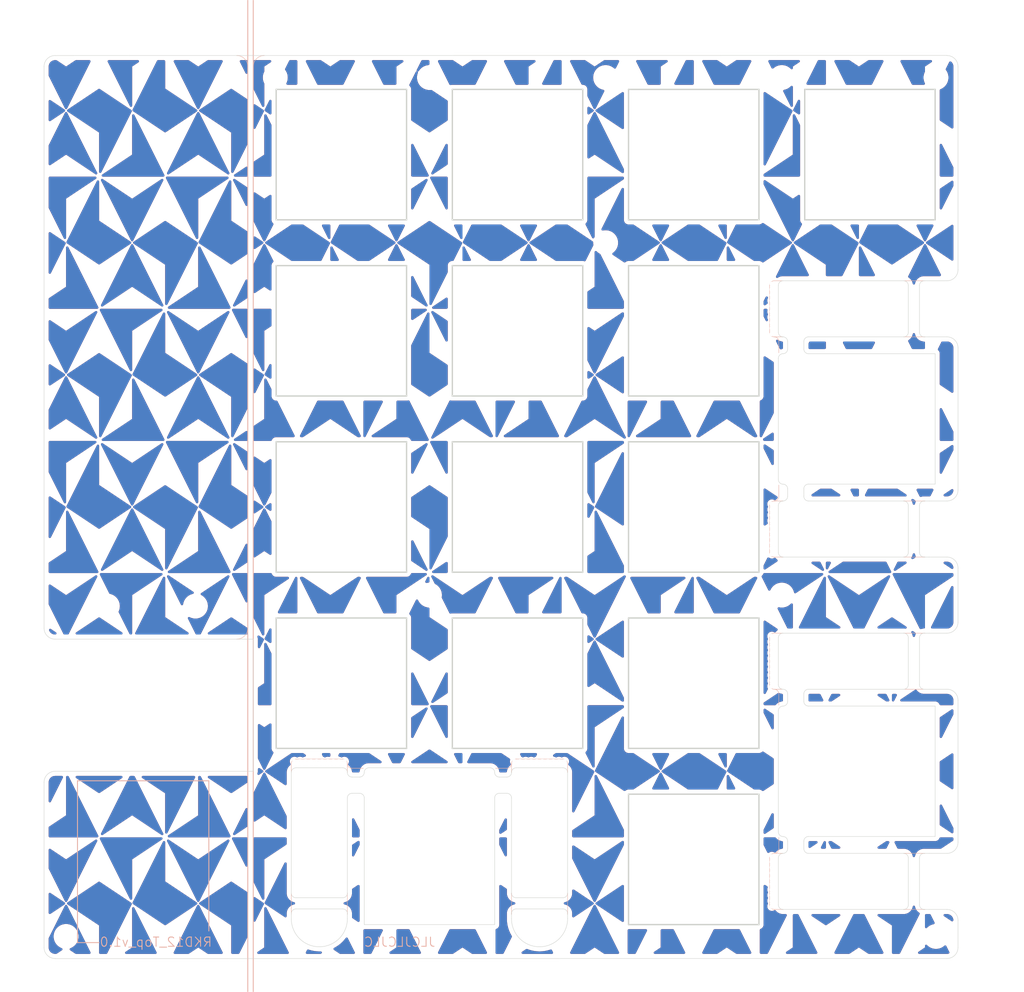
<source format=kicad_pcb>
(kicad_pcb (version 20241229) (generator "pcbnew") (generator_version "9.0")
  (layers (0 "F.Cu" signal) (2 "B.Cu" signal) (13 "F.Paste" user) (15 "B.Paste" user) (5 "F.SilkS" user "F.Silkscreen") (7 "B.SilkS" user "B.Silkscreen") (1 "F.Mask" user) (3 "B.Mask" user) (25 "Edge.Cuts" user))
  (net 0 "")
  (footprint "kbd_Hole:m2_Screw_Hole" (layer "F.Cu") (at 176.2125 27.384375)
    (property "Reference" "Ref**")
    (property "Value" "Val**")
    (pad "" np_thru_hole circle (at 0 0) (size 2.2 2.2) (drill 2.2) (layers "*.Cu" "*.Mask"))
  )
  (footprint "kbd_Hole:m2_Screw_Hole" (layer "F.Cu") (at 140.494016 45.243811)
    (property "Reference" "Ref**")
    (property "Value" "Val**")
    (pad "" np_thru_hole circle (at 0 0) (size 2.2 2.2) (drill 2.2) (layers "*.Cu" "*.Mask"))
  )
  (footprint "kbd_Hole:m2_Screw_Hole" (layer "F.Cu") (at 159.544032 83.343843)
    (property "Reference" "Ref**")
    (property "Value" "Val**")
    (pad "" np_thru_hole circle (at 0 0) (size 2.2 2.2) (drill 2.2) (layers "*.Cu" "*.Mask"))
  )
  (footprint "kbd_SW_Hole:SW_Hole_1u" (layer "F.Cu") (at 130.96875 54.76875)
    (property "Reference" "SW7" (hide yes))
    (property "Value" "SW_Push" (hide yes))
    (fp_line (start -7.05 -7.05) (end 7.05 -7.05) (stroke (width 0.15)) (layer "Edge.Cuts"))
    (fp_line (start -7.05 7.05) (end -7.05 -7.05) (stroke (width 0.15)) (layer "Edge.Cuts"))
    (fp_line (start 7.05 -7.05) (end 7.05 7.05) (stroke (width 0.15)) (layer "Edge.Cuts"))
    (fp_line (start 7.05 7.05) (end -7.05 7.05) (stroke (width 0.15)) (layer "Edge.Cuts"))
  )
  (footprint "kbd_Hole:m2_Screw_Hole" (layer "F.Cu") (at 176.2125 120.253125)
    (property "Reference" "Ref**")
    (property "Value" "Val**")
    (pad "" np_thru_hole circle (at 0 0) (size 2.2 2.2) (drill 2.2) (layers "*.Cu" "*.Mask"))
  )
  (footprint "kbd_SW_Hole:SW_Hole_1u" (layer "F.Cu") (at 130.96875 35.71875)
    (property "Reference" "SW6" (hide yes))
    (property "Value" "SW_Push" (hide yes))
    (fp_line (start -7.05 -7.05) (end 7.05 -7.05) (stroke (width 0.15)) (layer "Edge.Cuts"))
    (fp_line (start -7.05 7.05) (end -7.05 -7.05) (stroke (width 0.15)) (layer "Edge.Cuts"))
    (fp_line (start 7.05 -7.05) (end 7.05 7.05) (stroke (width 0.15)) (layer "Edge.Cuts"))
    (fp_line (start 7.05 7.05) (end -7.05 7.05) (stroke (width 0.15)) (layer "Edge.Cuts"))
  )
  (footprint "kbd_SW_Hole:SW_Hole_1u" (layer "F.Cu") (at 111.91875 92.86875)
    (property "Reference" "SW4" (hide yes))
    (property "Value" "SW_Push" (hide yes))
    (fp_line (start -7.05 -7.05) (end 7.05 -7.05) (stroke (width 0.15)) (layer "Edge.Cuts"))
    (fp_line (start -7.05 7.05) (end -7.05 -7.05) (stroke (width 0.15)) (layer "Edge.Cuts"))
    (fp_line (start 7.05 -7.05) (end 7.05 7.05) (stroke (width 0.15)) (layer "Edge.Cuts"))
    (fp_line (start 7.05 7.05) (end -7.05 7.05) (stroke (width 0.15)) (layer "Edge.Cuts"))
  )
  (footprint "kbd_Hole:m2_Screw_Hole" (layer "F.Cu") (at 140.493868 27.384398)
    (property "Reference" "Ref**")
    (property "Value" "Val**")
    (pad "" np_thru_hole circle (at 0 0) (size 2.2 2.2) (drill 2.2) (layers "*.Cu" "*.Mask"))
  )
  (footprint "kbd_Hole:m2_Screw_Hole" (layer "F.Cu") (at 104.775 27.384375)
    (property "Reference" "Ref**")
    (property "Value" "Val**")
    (pad "" np_thru_hole circle (at 0 0) (size 2.2 2.2) (drill 2.2) (layers "*.Cu" "*.Mask"))
  )
  (footprint "Rikkodo_FootPrint:rkd_Top_ChocV2_2u_XL" (layer "F.Cu") (at 169.068892 64.293804 -90)
    (property "Reference" "SW99" (hide yes))
    (property "Value" "KEY_SWITCH" (hide yes))
    (fp_line (start -14.43375 9.9) (end -9.37125 9.9) (stroke (width 0.05)) (layer "Edge.Cuts"))
    (fp_line (start 9.375 9.9) (end 14.4375 9.9) (stroke (width 0.05)) (layer "Edge.Cuts"))
    (fp_line (start -6.550001 9.899999) (end 6.5538 9.90005) (stroke (width 0.05)) (layer "Edge.Cuts"))
    (fp_line (start -14.93375 9.4) (end -14.93375 -3.650101) (stroke (width 0.05)) (layer "Edge.Cuts"))
    (fp_line (start 14.9375 9.4) (end 14.9375 -3.650101) (stroke (width 0.05)) (layer "Edge.Cuts"))
    (fp_line (start -7.55 8.9) (end -8.37125 8.9) (stroke (width 0.05)) (layer "Edge.Cuts"))
    (fp_line (start 8.3751 8.9) (end 7.55385 8.9) (stroke (width 0.05)) (layer "Edge.Cuts"))
    (fp_line (start -7.55 7.14375) (end -8.37125 7.14375) (stroke (width 0.05)) (layer "Edge.Cuts"))
    (fp_line (start 8.375 7.14375) (end 7.55 7.14375) (stroke (width 0.05)) (layer "Edge.Cuts"))
    (fp_line (start -8.87125 -3.6499) (end -8.87125 6.64375) (stroke (width 0.05)) (layer "Edge.Cuts"))
    (fp_line (start 8.875 -3.6499) (end 8.875 6.64375) (stroke (width 0.05)) (layer "Edge.Cuts"))
    (fp_line (start -14.43375 -4.15) (end -9.37125 -4.15) (stroke (width 0.05)) (layer "Edge.Cuts"))
    (fp_line (start 14.4375 -4.15) (end 9.375 -4.15) (stroke (width 0.05)) (layer "Edge.Cuts"))
    (fp_line (start -9.37125 -5.357817) (end -14.43388 -5.357817) (stroke (width 0.05)) (layer "Edge.Cuts"))
    (fp_line (start 14.4375 -5.357817) (end 9.375 -5.357817) (stroke (width 0.05)) (layer "Edge.Cuts"))
    (fp_line (start 14.9375 -5.8577) (end 14.9375 -6.41875) (stroke (width 0.05)) (layer "Edge.Cuts"))
    (fp_line (start -14.93375 -6.41875) (end -14.933815 -5.857817) (stroke (width 0.05)) (layer "Edge.Cuts"))
    (fp_line (start -8.87125 -6.41875) (end -8.87125 -5.858003) (stroke (width 0.05)) (layer "Edge.Cuts"))
    (fp_line (start 8.875 -6.41875) (end 8.875 -5.85792) (stroke (width 0.05)) (layer "Edge.Cuts"))
    (fp_line (start -7.05 -7.05) (end -7.05 6.64375) (stroke (width 0.05)) (layer "Edge.Cuts"))
    (fp_line (start -7.05 -7.05) (end 7.05 -7.05) (stroke (width 0.05)) (layer "Edge.Cuts"))
    (fp_line (start 7.05 -7.05) (end 7.05 6.64375) (stroke (width 0.05)) (layer "Edge.Cuts"))
    (fp_arc (start -14.43375 9.9) (mid -14.787271 9.753536) (end -14.93375 9.4) (stroke (width 0.05)) (layer "Edge.Cuts"))
    (fp_arc (start -6.550001 9.9) (mid -6.903581 9.75358) (end -7.050001 9.4) (stroke (width 0.05)) (layer "Edge.Cuts"))
    (fp_arc (start 9.375 9.9) (mid 9.021417 9.753583) (end 8.875 9.4) (stroke (width 0.05)) (layer "Edge.Cuts"))
    (fp_arc (start 7.05385 9.40005) (mid 6.907389 9.753589) (end 6.55385 9.90005) (stroke (width 0.05)) (layer "Edge.Cuts"))
    (fp_arc (start -8.87125 9.4) (mid -9.017711 9.753539) (end -9.37125 9.9) (stroke (width 0.05)) (layer "Edge.Cuts"))
    (fp_arc (start -8.87125 9.4) (mid -8.724789 9.046461) (end -8.37125 8.9) (stroke (width 0.05)) (layer "Edge.Cuts"))
    (fp_arc (start 7.05385 9.4) (mid 7.200311 9.046461) (end 7.55385 8.9) (stroke (width 0.05)) (layer "Edge.Cuts"))
    (fp_arc (start 14.9375 9.4) (mid 14.791024 9.753524) (end 14.4375 9.9) (stroke (width 0.05)) (layer "Edge.Cuts"))
    (fp_arc (start -7.55 8.9) (mid -7.19642 9.04642) (end -7.05 9.4) (stroke (width 0.05)) (layer "Edge.Cuts"))
    (fp_arc (start 8.375 8.9) (mid 8.728583 9.046417) (end 8.875 9.4) (stroke (width 0.05)) (layer "Edge.Cuts"))
    (fp_arc (start -8.37125 7.14375) (mid -8.724759 6.997259) (end -8.87125 6.64375) (stroke (width 0.05)) (layer "Edge.Cuts"))
    (fp_arc (start 7.55 7.14375) (mid 7.196461 6.997289) (end 7.05 6.64375) (stroke (width 0.05)) (layer "Edge.Cuts"))
    (fp_arc (start -7.05 6.64375) (mid -7.19642 6.99733) (end -7.55 7.14375) (stroke (width 0.05)) (layer "Edge.Cuts"))
    (fp_arc (start 8.875 6.64375) (mid 8.728539 6.997289) (end 8.375 7.14375) (stroke (width 0.05)) (layer "Edge.Cuts"))
    (fp_arc (start -14.93375 -3.65) (mid -14.78733 -4.003565) (end -14.43375 -4.15) (stroke (width 0.05)) (layer "Edge.Cuts"))
    (fp_arc (start 8.875 -3.65) (mid 9.021476 -4.003524) (end 9.375 -4.15) (stroke (width 0.05)) (layer "Edge.Cuts"))
    (fp_arc (start -9.37125 -4.15) (mid -9.017758 -4.003506) (end -8.87125 -3.65) (stroke (width 0.05)) (layer "Edge.Cuts"))
    (fp_arc (start 14.4375 -4.15) (mid 14.791083 -4.003583) (end 14.9375 -3.65) (stroke (width 0.05)) (layer "Edge.Cuts"))
    (fp_arc (start -14.433815 -5.357817) (mid -14.78738 -5.504237) (end -14.933815 -5.857817) (stroke (width 0.05)) (layer "Edge.Cuts"))
    (fp_arc (start 9.375 -5.357817) (mid 9.021476 -5.504293) (end 8.875 -5.857817) (stroke (width 0.05)) (layer "Edge.Cuts"))
    (fp_arc (start -8.87125 -5.857817) (mid -9.017744 -5.504325) (end -9.37125 -5.357817) (stroke (width 0.05)) (layer "Edge.Cuts"))
    (fp_arc (start 14.9375 -5.857817) (mid 14.791083 -5.504234) (end 14.4375 -5.357817) (stroke (width 0.05)) (layer "Edge.Cuts"))
    (pad "" np_thru_hole circle (at -14.6 10.6 180) (size 0.5 0.5) (drill 0.5) (layers "*.Cu" "*.Mask"))
    (pad "" np_thru_hole circle (at -14 10.6 180) (size 0.5 0.5) (drill 0.5) (layers "*.Cu" "*.Mask"))
    (pad "" np_thru_hole circle (at -13.4 10.6 180) (size 0.5 0.5) (drill 0.5) (layers "*.Cu" "*.Mask"))
    (pad "" np_thru_hole circle (at -12.8 10.6 180) (size 0.5 0.5) (drill 0.5) (layers "*.Cu" "*.Mask"))
    (pad "" np_thru_hole circle (at -12.2 10.6 180) (size 0.5 0.5) (drill 0.5) (layers "*.Cu" "*.Mask"))
    (pad "" np_thru_hole circle (at -11.6 10.6 180) (size 0.5 0.5) (drill 0.5) (layers "*.Cu" "*.Mask"))
    (pad "" np_thru_hole circle (at -11 10.6 180) (size 0.5 0.5) (drill 0.5) (layers "*.Cu" "*.Mask"))
    (pad "" np_thru_hole circle (at -10.4 10.6 180) (size 0.5 0.5) (drill 0.5) (layers "*.Cu" "*.Mask"))
    (pad "" np_thru_hole circle (at -9.8 10.6 180) (size 0.5 0.5) (drill 0.5) (layers "*.Cu" "*.Mask"))
    (pad "" np_thru_hole circle (at -9.2 10.6 180) (size 0.5 0.5) (drill 0.5) (layers "*.Cu" "*.Mask"))
    (pad "" np_thru_hole circle (at 9.2 10.6 180) (size 0.5 0.5) (drill 0.5) (layers "*.Cu" "*.Mask"))
    (pad "" np_thru_hole circle (at 9.8 10.6 180) (size 0.5 0.5) (drill 0.5) (layers "*.Cu" "*.Mask"))
    (pad "" np_thru_hole circle (at 10.4 10.6 180) (size 0.5 0.5) (drill 0.5) (layers "*.Cu" "*.Mask"))
    (pad "" np_thru_hole circle (at 11 10.6 180) (size 0.5 0.5) (drill 0.5) (layers "*.Cu" "*.Mask"))
    (pad "" np_thru_hole circle (at 11.6 10.6 180) (size 0.5 0.5) (drill 0.5) (layers "*.Cu" "*.Mask"))
    (pad "" np_thru_hole circle (at 12.2 10.6 180) (size 0.5 0.5) (drill 0.5) (layers "*.Cu" "*.Mask"))
    (pad "" np_thru_hole circle (at 12.8 10.6 180) (size 0.5 0.5) (drill 0.5) (layers "*.Cu" "*.Mask"))
    (pad "" np_thru_hole circle (at 13.4 10.6 180) (size 0.5 0.5) (drill 0.5) (layers "*.Cu" "*.Mask"))
    (pad "" np_thru_hole circle (at 14 10.6 180) (size 0.5 0.5) (drill 0.5) (layers "*.Cu" "*.Mask"))
    (pad "" np_thru_hole circle (at 14.6 10.6 180) (size 0.5 0.5) (drill 0.5) (layers "*.Cu" "*.Mask"))
  )
  (footprint "Rikkodo_FootPrint:rkd_Guard_Screw_Hall" (layer "F.Cu") (at 91.380425 54.76866 -90)
    (property "Reference" "Point1" (hide yes))
    (property "Value" "Guard_Screw_Hall" (hide yes))
    (pad "" np_thru_hole circle (at 29.765625 -4.7625 270) (size 2.2 2.2) (drill 2.2) (layers "*.Cu" "*.Mask"))
    (pad "" np_thru_hole circle (at 29.765625 4.7625 270) (size 2.2 2.2) (drill 2.2) (layers "*.Cu" "*.Mask"))
  )
  (footprint "kbd_SW_Hole:SW_Hole_1u" (layer "F.Cu") (at 150.01875 73.81875)
    (property "Reference" "SW13" (hide yes))
    (property "Value" "SW_Push" (hide yes))
    (fp_line (start -7.05 -7.05) (end 7.05 -7.05) (stroke (width 0.15)) (layer "Edge.Cuts"))
    (fp_line (start -7.05 7.05) (end -7.05 -7.05) (stroke (width 0.15)) (layer "Edge.Cuts"))
    (fp_line (start 7.05 -7.05) (end 7.05 7.05) (stroke (width 0.15)) (layer "Edge.Cuts"))
    (fp_line (start 7.05 7.05) (end -7.05 7.05) (stroke (width 0.15)) (layer "Edge.Cuts"))
  )
  (footprint "Rikkodo_FootPrint:rkd_Top_ChocV2_2u_XL" (layer "F.Cu") (at 121.44375 111.91875 180)
    (property "Reference" "SW99" (hide yes))
    (property "Value" "KEY_SWITCH" (hide yes))
    (fp_line (start 14.9375 9.4) (end 14.9375 -3.650101) (stroke (width 0.05)) (layer "Edge.Cuts"))
    (fp_line (start 14.9375 -5.8577) (end 14.9375 -6.41875) (stroke (width 0.05)) (layer "Edge.Cuts"))
    (fp_line (start 14.4375 -4.15) (end 9.375 -4.15) (stroke (width 0.05)) (layer "Edge.Cuts"))
    (fp_line (start 14.4375 -5.357817) (end 9.375 -5.357817) (stroke (width 0.05)) (layer "Edge.Cuts"))
    (fp_line (start 9.375 9.9) (end 14.4375 9.9) (stroke (width 0.05)) (layer "Edge.Cuts"))
    (fp_line (start 8.875 -3.6499) (end 8.875 6.64375) (stroke (width 0.05)) (layer "Edge.Cuts"))
    (fp_line (start 8.875 -6.41875) (end 8.875 -5.85792) (stroke (width 0.05)) (layer "Edge.Cuts"))
    (fp_line (start 8.3751 8.9) (end 7.55385 8.9) (stroke (width 0.05)) (layer "Edge.Cuts"))
    (fp_line (start 8.375 7.14375) (end 7.55 7.14375) (stroke (width 0.05)) (layer "Edge.Cuts"))
    (fp_line (start 7.05 -7.05) (end 7.05 6.64375) (stroke (width 0.05)) (layer "Edge.Cuts"))
    (fp_line (start -6.550001 9.899999) (end 6.5538 9.90005) (stroke (width 0.05)) (layer "Edge.Cuts"))
    (fp_line (start -7.05 -7.05) (end 7.05 -7.05) (stroke (width 0.05)) (layer "Edge.Cuts"))
    (fp_line (start -7.05 -7.05) (end -7.05 6.64375) (stroke (width 0.05)) (layer "Edge.Cuts"))
    (fp_line (start -7.55 8.9) (end -8.37125 8.9) (stroke (width 0.05)) (layer "Edge.Cuts"))
    (fp_line (start -7.55 7.14375) (end -8.37125 7.14375) (stroke (width 0.05)) (layer "Edge.Cuts"))
    (fp_line (start -8.87125 -3.6499) (end -8.87125 6.64375) (stroke (width 0.05)) (layer "Edge.Cuts"))
    (fp_line (start -8.87125 -6.41875) (end -8.87125 -5.858003) (stroke (width 0.05)) (layer "Edge.Cuts"))
    (fp_line (start -9.37125 -5.357817) (end -14.43388 -5.357817) (stroke (width 0.05)) (layer "Edge.Cuts"))
    (fp_line (start -14.43375 9.9) (end -9.37125 9.9) (stroke (width 0.05)) (layer "Edge.Cuts"))
    (fp_line (start -14.43375 -4.15) (end -9.37125 -4.15) (stroke (width 0.05)) (layer "Edge.Cuts"))
    (fp_line (start -14.93375 9.4) (end -14.93375 -3.650101) (stroke (width 0.05)) (layer "Edge.Cuts"))
    (fp_line (start -14.93375 -6.41875) (end -14.933815 -5.857817) (stroke (width 0.05)) (layer "Edge.Cuts"))
    (fp_arc (start 14.9375 9.4) (mid 14.791024 9.753524) (end 14.4375 9.9) (stroke (width 0.05)) (layer "Edge.Cuts"))
    (fp_arc (start 14.9375 -5.857817) (mid 14.791083 -5.504234) (end 14.4375 -5.357817) (stroke (width 0.05)) (layer "Edge.Cuts"))
    (fp_arc (start 14.4375 -4.15) (mid 14.791083 -4.003583) (end 14.9375 -3.65) (stroke (width 0.05)) (layer "Edge.Cuts"))
    (fp_arc (start 9.375 9.9) (mid 9.021417 9.753583) (end 8.875 9.4) (stroke (width 0.05)) (layer "Edge.Cuts"))
    (fp_arc (start 9.375 -5.357817) (mid 9.021476 -5.504293) (end 8.875 -5.857817) (stroke (width 0.05)) (layer "Edge.Cuts"))
    (fp_arc (start 8.875 6.64375) (mid 8.728539 6.997289) (end 8.375 7.14375) (stroke (width 0.05)) (layer "Edge.Cuts"))
    (fp_arc (start 8.875 -3.65) (mid 9.021476 -4.003524) (end 9.375 -4.15) (stroke (width 0.05)) (layer "Edge.Cuts"))
    (fp_arc (start 8.875 -6.41875) (mid 11.90625 -9.45) (end 14.9375 -6.41875) (stroke (width 0.05)) (layer "Edge.Cuts"))
    (fp_arc (start 8.375 8.9) (mid 8.728583 9.046417) (end 8.875 9.4) (stroke (width 0.05)) (layer "Edge.Cuts"))
    (fp_arc (start 7.55 7.14375) (mid 7.196461 6.997289) (end 7.05 6.64375) (stroke (width 0.05)) (layer "Edge.Cuts"))
    (fp_arc (start 7.05385 9.40005) (mid 6.907389 9.753589) (end 6.55385 9.90005) (stroke (width 0.05)) (layer "Edge.Cuts"))
    (fp_arc (start 7.05385 9.4) (mid 7.200311 9.046461) (end 7.55385 8.9) (stroke (width 0.05)) (layer "Edge.Cuts"))
    (fp_arc (start -6.550001 9.9) (mid -6.903581 9.75358) (end -7.050001 9.4) (stroke (width 0.05)) (layer "Edge.Cuts"))
    (fp_arc (start -7.05 6.64375) (mid -7.19642 6.99733) (end -7.55 7.14375) (stroke (width 0.05)) (layer "Edge.Cuts"))
    (fp_arc (start -7.55 8.9) (mid -7.19642 9.04642) (end -7.05 9.4) (stroke (width 0.05)) (layer "Edge.Cuts"))
    (fp_arc (start -8.37125 7.14375) (mid -8.724759 6.997259) (end -8.87125 6.64375) (stroke (width 0.05)) (layer "Edge.Cuts"))
    (fp_arc (start -8.87125 9.4) (mid -8.724789 9.046461) (end -8.37125 8.9) (stroke (width 0.05)) (layer "Edge.Cuts"))
    (fp_arc (start -8.87125 9.4) (mid -9.017711 9.753539) (end -9.37125 9.9) (stroke (width 0.05)) (layer "Edge.Cuts"))
    (fp_arc (start -8.87125 -5.857817) (mid -9.017744 -5.504325) (end -9.37125 -5.357817) (stroke (width 0.05)) (layer "Edge.Cuts"))
    (fp_arc (start -9.37125 -4.15) (mid -9.017758 -4.003506) (end -8.87125 -3.65) (stroke (width 0.05)) (layer "Edge.Cuts"))
    (fp_arc (start -14.43375 9.9) (mid -14.787271 9.753536) (end -14.93375 9.4) (stroke (width 0.05)) (layer "Edge.Cuts"))
    (fp_arc (start -14.433815 -5.357817) (mid -14.78738 -5.504237) (end -14.933815 -5.857817) (stroke (width 0.05)) (layer "Edge.Cuts"))
    (fp_arc (start -14.93375 -3.65) (mid -14.78733 -4.003565) (end -14.43375 -4.15) (stroke (width 0.05)) (layer "Edge.Cuts"))
    (fp_arc (start -14.93375 -6.41875) (mid -11.9025 -9.45) (end -8.87125 -6.41875) (stroke (width 0.05)) (layer "Edge.Cuts"))
    (pad "" np_thru_hole circle (at -14.6 10.6 90) (size 0.5 0.5) (drill 0.5) (layers "*.Cu" "*.Mask"))
    (pad "" np_thru_hole circle (at -14 10.6 90) (size 0.5 0.5) (drill 0.5) (layers "*.Cu" "*.Mask"))
    (pad "" np_thru_hole circle (at -13.4 10.6 90) (size 0.5 0.5) (drill 0.5) (layers "*.Cu" "*.Mask"))
    (pad "" np_thru_hole circle (at -12.8 10.6 90) (size 0.5 0.5) (drill 0.5) (layers "*.Cu" "*.Mask"))
    (pad "" np_thru_hole circle (at -12.2 10.6 90) (size 0.5 0.5) (drill 0.5) (layers "*.Cu" "*.Mask"))
    (pad "" np_thru_hole circle (at -11.6 10.6 90) (size 0.5 0.5) (drill 0.5) (layers "*.Cu" "*.Mask"))
    (pad "" np_thru_hole circle (at -11 10.6 90) (size 0.5 0.5) (drill 0.5) (layers "*.Cu" "*.Mask"))
    (pad "" np_thru_hole circle (at -10.4 10.6 90) (size 0.5 0.5) (drill 0.5) (layers "*.Cu" "*.Mask"))
    (pad "" np_thru_hole circle (at -9.8 10.6 90) (size 0.5 0.5) (drill 0.5) (layers "*.Cu" "*.Mask"))
    (pad "" np_thru_hole circle (at -9.2 10.6 90) (size 0.5 0.5) (drill 0.5) (layers "*.Cu" "*.Mask"))
    (pad "" np_thru_hole circle (at 9.2 10.6 90) (size 0.5 0.5) (drill 0.5) (layers "*.Cu" "*.Mask"))
    (pad "" np_thru_hole circle (at 9.8 10.6 90) (size 0.5 0.5) (drill 0.5) (layers "*.Cu" "*.Mask"))
    (pad "" np_thru_hole circle (at 10.4 10.6 90) (size 0.5 0.5) (drill 0.5) (layers "*.Cu" "*.Mask"))
    (pad "" np_thru_hole circle (at 11 10.6 90) (size 0.5 0.5) (drill 0.5) (layers "*.Cu" "*.Mask"))
    (pad "" np_thru_hole circle (at 11.6 10.6 90) (size 0.5 0.5) (drill 0.5) (layers "*.Cu" "*.Mask"))
    (pad "" np_thru_hole circle (at 12.2 10.6 90) (size 0.5 0.5) (drill 0.5) (layers "*.Cu" "*.Mask"))
    (pad "" np_thru_hole circle (at 12.8 10.6 90) (size 0.5 0.5) (drill 0.5) (layers "*.Cu" "*.Mask"))
    (pad "" np_thru_hole circle (at 13.4 10.6 90) (size 0.5 0.5) (drill 0.5) (layers "*.Cu" "*.Mask"))
    (pad "" np_thru_hole circle (at 14 10.6 90) (size 0.5 0.5) (drill 0.5) (layers "*.Cu" "*.Mask"))
    (pad "" np_thru_hole circle (at 14.6 10.6 90) (size 0.5 0.5) (drill 0.5) (layers "*.Cu" "*.Mask"))
  )
  (footprint "kbd_SW_Hole:SW_Hole_1u" (layer "F.Cu") (at 111.91875 35.71875)
    (property "Reference" "SW1" (hide yes))
    (property "Value" "SW_Push" (hide yes))
    (fp_line (start -7.05 -7.05) (end 7.05 -7.05) (stroke (width 0.15)) (layer "Edge.Cuts"))
    (fp_line (start -7.05 7.05) (end -7.05 -7.05) (stroke (width 0.15)) (layer "Edge.Cuts"))
    (fp_line (start 7.05 -7.05) (end 7.05 7.05) (stroke (width 0.15)) (layer "Edge.Cuts"))
    (fp_line (start 7.05 7.05) (end -7.05 7.05) (stroke (width 0.15)) (layer "Edge.Cuts"))
  )
  (footprint "kbd_Hole:m2_Screw_Hole" (layer "F.Cu") (at 121.443852 27.384398)
    (property "Reference" "Ref**")
    (property "Value" "Val**")
    (pad "" np_thru_hole circle (at 0 0) (size 2.2 2.2) (drill 2.2) (layers "*.Cu" "*.Mask"))
  )
  (footprint "kbd_SW_Hole:SW_Hole_1u" (layer "F.Cu") (at 150.01875 54.76875)
    (property "Reference" "SW12" (hide yes))
    (property "Value" "SW_Push" (hide yes))
    (fp_line (start -7.05 -7.05) (end 7.05 -7.05) (stroke (width 0.15)) (layer "Edge.Cuts"))
    (fp_line (start -7.05 7.05) (end -7.05 -7.05) (stroke (width 0.15)) (layer "Edge.Cuts"))
    (fp_line (start 7.05 -7.05) (end 7.05 7.05) (stroke (width 0.15)) (layer "Edge.Cuts"))
    (fp_line (start 7.05 7.05) (end -7.05 7.05) (stroke (width 0.15)) (layer "Edge.Cuts"))
  )
  (footprint "Rikkodo_FootPrint:rkd_Top_ChocV2_2u_XL" (layer "F.Cu") (at 169.06875 102.39375 -90)
    (property "Reference" "SW99" (hide yes))
    (property "Value" "KEY_SWITCH" (hide yes))
    (fp_line (start -14.43375 9.9) (end -9.37125 9.9) (stroke (width 0.05)) (layer "Edge.Cuts"))
    (fp_line (start 9.375 9.9) (end 14.4375 9.9) (stroke (width 0.05)) (layer "Edge.Cuts"))
    (fp_line (start -6.550001 9.899999) (end 6.5538 9.90005) (stroke (width 0.05)) (layer "Edge.Cuts"))
    (fp_line (start -14.93375 9.4) (end -14.93375 -3.650101) (stroke (width 0.05)) (layer "Edge.Cuts"))
    (fp_line (start 14.9375 9.4) (end 14.9375 -3.650101) (stroke (width 0.05)) (layer "Edge.Cuts"))
    (fp_line (start -7.55 8.9) (end -8.37125 8.9) (stroke (width 0.05)) (layer "Edge.Cuts"))
    (fp_line (start 8.3751 8.9) (end 7.55385 8.9) (stroke (width 0.05)) (layer "Edge.Cuts"))
    (fp_line (start -7.55 7.14375) (end -8.37125 7.14375) (stroke (width 0.05)) (layer "Edge.Cuts"))
    (fp_line (start 8.375 7.14375) (end 7.55 7.14375) (stroke (width 0.05)) (layer "Edge.Cuts"))
    (fp_line (start -8.87125 -3.6499) (end -8.87125 6.64375) (stroke (width 0.05)) (layer "Edge.Cuts"))
    (fp_line (start 8.875 -3.6499) (end 8.875 6.64375) (stroke (width 0.05)) (layer "Edge.Cuts"))
    (fp_line (start -14.43375 -4.15) (end -9.37125 -4.15) (stroke (width 0.05)) (layer "Edge.Cuts"))
    (fp_line (start 14.4375 -4.15) (end 9.375 -4.15) (stroke (width 0.05)) (layer "Edge.Cuts"))
    (fp_line (start -9.37125 -5.357817) (end -14.43388 -5.357817) (stroke (width 0.05)) (layer "Edge.Cuts"))
    (fp_line (start 14.4375 -5.357817) (end 9.375 -5.357817) (stroke (width 0.05)) (layer "Edge.Cuts"))
    (fp_line (start 14.9375 -5.8577) (end 14.9375 -6.41875) (stroke (width 0.05)) (layer "Edge.Cuts"))
    (fp_line (start -14.93375 -6.41875) (end -14.933815 -5.857817) (stroke (width 0.05)) (layer "Edge.Cuts"))
    (fp_line (start -8.87125 -6.41875) (end -8.87125 -5.858003) (stroke (width 0.05)) (layer "Edge.Cuts"))
    (fp_line (start 8.875 -6.41875) (end 8.875 -5.85792) (stroke (width 0.05)) (layer "Edge.Cuts"))
    (fp_line (start -7.05 -7.05) (end -7.05 6.64375) (stroke (width 0.05)) (layer "Edge.Cuts"))
    (fp_line (start -7.05 -7.05) (end 7.05 -7.05) (stroke (width 0.05)) (layer "Edge.Cuts"))
    (fp_line (start 7.05 -7.05) (end 7.05 6.64375) (stroke (width 0.05)) (layer "Edge.Cuts"))
    (fp_arc (start -14.43375 9.9) (mid -14.787271 9.753536) (end -14.93375 9.4) (stroke (width 0.05)) (layer "Edge.Cuts"))
    (fp_arc (start -6.550001 9.9) (mid -6.903581 9.75358) (end -7.050001 9.4) (stroke (width 0.05)) (layer "Edge.Cuts"))
    (fp_arc (start 9.375 9.9) (mid 9.021417 9.753583) (end 8.875 9.4) (stroke (width 0.05)) (layer "Edge.Cuts"))
    (fp_arc (start 7.05385 9.40005) (mid 6.907389 9.753589) (end 6.55385 9.90005) (stroke (width 0.05)) (layer "Edge.Cuts"))
    (fp_arc (start -8.87125 9.4) (mid -9.017711 9.753539) (end -9.37125 9.9) (stroke (width 0.05)) (layer "Edge.Cuts"))
    (fp_arc (start -8.87125 9.4) (mid -8.724789 9.046461) (end -8.37125 8.9) (stroke (width 0.05)) (layer "Edge.Cuts"))
    (fp_arc (start 7.05385 9.4) (mid 7.200311 9.046461) (end 7.55385 8.9) (stroke (width 0.05)) (layer "Edge.Cuts"))
    (fp_arc (start 14.9375 9.4) (mid 14.791024 9.753524) (end 14.4375 9.9) (stroke (width 0.05)) (layer "Edge.Cuts"))
    (fp_arc (start -7.55 8.9) (mid -7.19642 9.04642) (end -7.05 9.4) (stroke (width 0.05)) (layer "Edge.Cuts"))
    (fp_arc (start 8.375 8.9) (mid 8.728583 9.046417) (end 8.875 9.4) (stroke (width 0.05)) (layer "Edge.Cuts"))
    (fp_arc (start -8.37125 7.14375) (mid -8.724759 6.997259) (end -8.87125 6.64375) (stroke (width 0.05)) (layer "Edge.Cuts"))
    (fp_arc (start 7.55 7.14375) (mid 7.196461 6.997289) (end 7.05 6.64375) (stroke (width 0.05)) (layer "Edge.Cuts"))
    (fp_arc (start -7.05 6.64375) (mid -7.19642 6.99733) (end -7.55 7.14375) (stroke (width 0.05)) (layer "Edge.Cuts"))
    (fp_arc (start 8.875 6.64375) (mid 8.728539 6.997289) (end 8.375 7.14375) (stroke (width 0.05)) (layer "Edge.Cuts"))
    (fp_arc (start -14.93375 -3.65) (mid -14.78733 -4.003565) (end -14.43375 -4.15) (stroke (width 0.05)) (layer "Edge.Cuts"))
    (fp_arc (start 8.875 -3.65) (mid 9.021476 -4.003524) (end 9.375 -4.15) (stroke (width 0.05)) (layer "Edge.Cuts"))
    (fp_arc (start -9.37125 -4.15) (mid -9.017758 -4.003506) (end -8.87125 -3.65) (stroke (width 0.05)) (layer "Edge.Cuts"))
    (fp_arc (start 14.4375 -4.15) (mid 14.791083 -4.003583) (end 14.9375 -3.65) (stroke (width 0.05)) (layer "Edge.Cuts"))
    (fp_arc (start -14.433815 -5.357817) (mid -14.78738 -5.504237) (end -14.933815 -5.857817) (stroke (width 0.05)) (layer "Edge.Cuts"))
    (fp_arc (start 9.375 -5.357817) (mid 9.021476 -5.504293) (end 8.875 -5.857817) (stroke (width 0.05)) (layer "Edge.Cuts"))
    (fp_arc (start -8.87125 -5.857817) (mid -9.017744 -5.504325) (end -9.37125 -5.357817) (stroke (width 0.05)) (layer "Edge.Cuts"))
    (fp_arc (start 14.9375 -5.857817) (mid 14.791083 -5.504234) (end 14.4375 -5.357817) (stroke (width 0.05)) (layer "Edge.Cuts"))
    (pad "" np_thru_hole circle (at -14.6 10.6 180) (size 0.5 0.5) (drill 0.5) (layers "*.Cu" "*.Mask"))
    (pad "" np_thru_hole circle (at -14 10.6 180) (size 0.5 0.5) (drill 0.5) (layers "*.Cu" "*.Mask"))
    (pad "" np_thru_hole circle (at -13.4 10.6 180) (size 0.5 0.5) (drill 0.5) (layers "*.Cu" "*.Mask"))
    (pad "" np_thru_hole circle (at -12.8 10.6 180) (size 0.5 0.5) (drill 0.5) (layers "*.Cu" "*.Mask"))
    (pad "" np_thru_hole circle (at -12.2 10.6 180) (size 0.5 0.5) (drill 0.5) (layers "*.Cu" "*.Mask"))
    (pad "" np_thru_hole circle (at -11.6 10.6 180) (size 0.5 0.5) (drill 0.5) (layers "*.Cu" "*.Mask"))
    (pad "" np_thru_hole circle (at -11 10.6 180) (size 0.5 0.5) (drill 0.5) (layers "*.Cu" "*.Mask"))
    (pad "" np_thru_hole circle (at -10.4 10.6 180) (size 0.5 0.5) (drill 0.5) (layers "*.Cu" "*.Mask"))
    (pad "" np_thru_hole circle (at -9.8 10.6 180) (size 0.5 0.5) (drill 0.5) (layers "*.Cu" "*.Mask"))
    (pad "" np_thru_hole circle (at -9.2 10.6 180) (size 0.5 0.5) (drill 0.5) (layers "*.Cu" "*.Mask"))
    (pad "" np_thru_hole circle (at 9.2 10.6 180) (size 0.5 0.5) (drill 0.5) (layers "*.Cu" "*.Mask"))
    (pad "" np_thru_hole circle (at 9.8 10.6 180) (size 0.5 0.5) (drill 0.5) (layers "*.Cu" "*.Mask"))
    (pad "" np_thru_hole circle (at 10.4 10.6 180) (size 0.5 0.5) (drill 0.5) (layers "*.Cu" "*.Mask"))
    (pad "" np_thru_hole circle (at 11 10.6 180) (size 0.5 0.5) (drill 0.5) (layers "*.Cu" "*.Mask"))
    (pad "" np_thru_hole circle (at 11.6 10.6 180) (size 0.5 0.5) (drill 0.5) (layers "*.Cu" "*.Mask"))
    (pad "" np_thru_hole circle (at 12.2 10.6 180) (size 0.5 0.5) (drill 0.5) (layers "*.Cu" "*.Mask"))
    (pad "" np_thru_hole circle (at 12.8 10.6 180) (size 0.5 0.5) (drill 0.5) (layers "*.Cu" "*.Mask"))
    (pad "" np_thru_hole circle (at 13.4 10.6 180) (size 0.5 0.5) (drill 0.5) (layers "*.Cu" "*.Mask"))
    (pad "" np_thru_hole circle (at 14 10.6 180) (size 0.5 0.5) (drill 0.5) (layers "*.Cu" "*.Mask"))
    (pad "" np_thru_hole circle (at 14.6 10.6 180) (size 0.5 0.5) (drill 0.5) (layers "*.Cu" "*.Mask"))
  )
  (footprint "kbd_SW_Hole:SW_Hole_1u" (layer "F.Cu") (at 150.01875 35.71875)
    (property "Reference" "SW11" (hide yes))
    (property "Value" "SW_Push" (hide yes))
    (fp_line (start -7.05 -7.05) (end 7.05 -7.05) (stroke (width 0.15)) (layer "Edge.Cuts"))
    (fp_line (start -7.05 7.05) (end -7.05 -7.05) (stroke (width 0.15)) (layer "Edge.Cuts"))
    (fp_line (start 7.05 -7.05) (end 7.05 7.05) (stroke (width 0.15)) (layer "Edge.Cuts"))
    (fp_line (start 7.05 7.05) (end -7.05 7.05) (stroke (width 0.15)) (layer "Edge.Cuts"))
  )
  (footprint "kbd_SW_Hole:SW_Hole_1u" (layer "F.Cu") (at 169.06875 35.71875)
    (property "Reference" "SW15" (hide yes))
    (property "Value" "SW_Push" (hide yes))
    (fp_line (start -7.05 -7.05) (end 7.05 -7.05) (stroke (width 0.15)) (layer "Edge.Cuts"))
    (fp_line (start -7.05 7.05) (end -7.05 -7.05) (stroke (width 0.15)) (layer "Edge.Cuts"))
    (fp_line (start 7.05 -7.05) (end 7.05 7.05) (stroke (width 0.15)) (layer "Edge.Cuts"))
    (fp_line (start 7.05 7.05) (end -7.05 7.05) (stroke (width 0.15)) (layer "Edge.Cuts"))
  )
  (footprint "kbd_SW_Hole:SW_Hole_1u" (layer "F.Cu") (at 130.96875 73.81875)
    (property "Reference" "SW8" (hide yes))
    (property "Value" "SW_Push" (hide yes))
    (fp_line (start -7.05 -7.05) (end 7.05 -7.05) (stroke (width 0.15)) (layer "Edge.Cuts"))
    (fp_line (start -7.05 7.05) (end -7.05 -7.05) (stroke (width 0.15)) (layer "Edge.Cuts"))
    (fp_line (start 7.05 -7.05) (end 7.05 7.05) (stroke (width 0.15)) (layer "Edge.Cuts"))
    (fp_line (start 7.05 7.05) (end -7.05 7.05) (stroke (width 0.15)) (layer "Edge.Cuts"))
  )
  (footprint "kbd_SW_Hole:SW_Hole_1u" (layer "F.Cu") (at 111.91875 54.76875)
    (property "Reference" "SW2" (hide yes))
    (property "Value" "SW_Push" (hide yes))
    (fp_line (start -7.05 -7.05) (end 7.05 -7.05) (stroke (width 0.15)) (layer "Edge.Cuts"))
    (fp_line (start -7.05 7.05) (end -7.05 -7.05) (stroke (width 0.15)) (layer "Edge.Cuts"))
    (fp_line (start 7.05 -7.05) (end 7.05 7.05) (stroke (width 0.15)) (layer "Edge.Cuts"))
    (fp_line (start 7.05 7.05) (end -7.05 7.05) (stroke (width 0.15)) (layer "Edge.Cuts"))
  )
  (footprint "kbd_Hole:m2_Screw_Hole" (layer "F.Cu") (at 159.54375 27.384375)
    (property "Reference" "Ref**")
    (property "Value" "Val**")
    (pad "" np_thru_hole circle (at 0 0) (size 2.2 2.2) (drill 2.2) (layers "*.Cu" "*.Mask"))
  )
  (footprint "kbd_Hole:m2_Screw_Hole" (layer "F.Cu") (at 82.153125 120.253125)
    (property "Reference" "Ref**")
    (property "Value" "Val**")
    (pad "" np_thru_hole circle (at 0 0) (size 2.2 2.2) (drill 2.2) (layers "*.Cu" "*.Mask"))
  )
  (footprint "kbd_Hole:m2_Screw_Hole" (layer "F.Cu") (at 121.444 83.343843)
    (property "Reference" "Ref**")
    (property "Value" "Val**")
    (pad "" np_thru_hole circle (at 0 0) (size 2.2 2.2) (drill 2.2) (layers "*.Cu" "*.Mask"))
  )
  (footprint "kbd_SW_Hole:SW_Hole_1u" (layer "F.Cu") (at 130.96875 92.86875)
    (property "Reference" "SW9" (hide yes))
    (property "Value" "SW_Push" (hide yes))
    (fp_line (start -7.05 -7.05) (end 7.05 -7.05) (stroke (width 0.15)) (layer "Edge.Cuts"))
    (fp_line (start -7.05 7.05) (end -7.05 -7.05) (stroke (width 0.15)) (layer "Edge.Cuts"))
    (fp_line (start 7.05 -7.05) (end 7.05 7.05) (stroke (width 0.15)) (layer "Edge.Cuts"))
    (fp_line (start 7.05 7.05) (end -7.05 7.05) (stroke (width 0.15)) (layer "Edge.Cuts"))
  )
  (footprint "kbd_SW_Hole:SW_Hole_1u" (layer "F.Cu") (at 111.91875 73.81875)
    (property "Reference" "SW3" (hide yes))
    (property "Value" "SW_Push" (hide yes))
    (fp_line (start -7.05 -7.05) (end 7.05 -7.05) (stroke (width 0.15)) (layer "Edge.Cuts"))
    (fp_line (start -7.05 7.05) (end -7.05 -7.05) (stroke (width 0.15)) (layer "Edge.Cuts"))
    (fp_line (start 7.05 -7.05) (end 7.05 7.05) (stroke (width 0.15)) (layer "Edge.Cuts"))
    (fp_line (start 7.05 7.05) (end -7.05 7.05) (stroke (width 0.15)) (layer "Edge.Cuts"))
  )
  (footprint "kbd_SW_Hole:SW_Hole_1u" (layer "F.Cu") (at 150.01875 92.86875)
    (property "Reference" "SW14" (hide yes))
    (property "Value" "SW_Push" (hide yes))
    (fp_line (start -7.05 -7.05) (end 7.05 -7.05) (stroke (width 0.15)) (layer "Edge.Cuts"))
    (fp_line (start -7.05 7.05) (end -7.05 -7.05) (stroke (width 0.15)) (layer "Edge.Cuts"))
    (fp_line (start 7.05 -7.05) (end 7.05 7.05) (stroke (width 0.15)) (layer "Edge.Cuts"))
    (fp_line (start 7.05 7.05) (end -7.05 7.05) (stroke (width 0.15)) (layer "Edge.Cuts"))
  )
  (footprint "kbd_SW_Hole:SW_Hole_1u" (layer "F.Cu") (at 150.01875 111.91875)
    (property "Reference" "SW18" (hide yes))
    (property "Value" "SW_Push" (hide yes))
    (fp_line (start -7.05 -7.05) (end 7.05 -7.05) (stroke (width 0.15)) (layer "Edge.Cuts"))
    (fp_line (start -7.05 7.05) (end -7.05 -7.05) (stroke (width 0.15)) (layer "Edge.Cuts"))
    (fp_line (start 7.05 -7.05) (end 7.05 7.05) (stroke (width 0.15)) (layer "Edge.Cuts"))
    (fp_line (start 7.05 7.05) (end -7.05 7.05) (stroke (width 0.15)) (layer "Edge.Cuts"))
  )
  (gr_arc (start 100.607897 25.003126) (mid 101.449796 25.351852) (end 101.798522 26.193751) (stroke (width 0.05)) (layer "B.SilkS"))
  (gr_line (start 97.587471 103.418769) (end 97.587471 119.657913) (stroke (width 0.1)) (layer "B.SilkS"))
  (gr_arc (start 101.798522 86.915699) (mid 101.449796 87.757598) (end 100.607897 88.106324) (stroke (width 0.05)) (layer "B.SilkS"))
  (gr_line (start 101.798523 19.050016) (end 101.798523 126.206266) (stroke (width 0.1)) (layer "B.SilkS"))
  (gr_line (start 83.387471 103.418769) (end 83.387471 120.918769) (stroke (width 0.1)) (layer "B.SilkS"))
  (gr_line (start 102.39375 19.05) (end 102.39375 126.20625) (stroke (width 0.1)) (layer "B.SilkS"))
  (gr_line (start 83.387471 120.918769) (end 85.725072 120.918769) (stroke (width 0.1)) (layer "B.SilkS"))
  (gr_arc (start 102.39375 26.193701) (mid 102.742476 25.351802) (end 103.584375 25.003076) (stroke (width 0.05)) (layer "B.SilkS"))
  (gr_line (start 83.387471 103.418769) (end 97.587471 103.418769) (stroke (width 0.1)) (layer "B.SilkS"))
  (gr_line (start 178.594042 48.1694) (end 178.59375 26.201515) (stroke (width 0.05)) (layer "Edge.Cuts"))
  (gr_line (start 178.594042 56.61318) (end 178.594042 71.9782) (stroke (width 0.05)) (layer "Edge.Cuts"))
  (gr_line (start 80.962568 102.393836) (end 102.393818 102.393811) (stroke (width 0.05)) (layer "Edge.Cuts"))
  (gr_arc (start 177.403416 55.422554) (mid 178.245316 55.77128) (end 178.594042 56.61318) (stroke (width 0.05)) (layer "Edge.Cuts"))
  (gr_arc (start 80.962353 122.634228) (mid 80.120558 122.285545) (end 79.771875 121.44375) (stroke (width 0.05)) (layer "Edge.Cuts"))
  (gr_arc (start 80.9625 88.10625) (mid 80.120705 87.757567) (end 79.772022 86.915772) (stroke (width 0.05)) (layer "Edge.Cuts"))
  (gr_arc (start 177.403416 79.231304) (mid 178.245316 79.58003) (end 178.594042 80.42193) (stroke (width 0.05)) (layer "Edge.Cuts"))
  (gr_line (start 79.771875 26.1938) (end 79.772051 86.915772) (stroke (width 0.05)) (layer "Edge.Cuts"))
  (gr_arc (start 177.403274 117.33125) (mid 178.245174 117.679976) (end 178.5939 118.521876) (stroke (width 0.05)) (layer "Edge.Cuts"))
  (gr_line (start 175.4875 93.5225) (end 177.403274 93.5225) (stroke (width 0.05)) (layer "Edge.Cuts"))
  (gr_line (start 80.9625 25.003175) (end 177.403125 24.993285) (stroke (width 0.05)) (layer "Edge.Cuts"))
  (gr_line (start 178.594042 80.42193) (end 178.5939 86.2694) (stroke (width 0.05)) (layer "Edge.Cuts"))
  (gr_arc (start 79.771875 26.19375) (mid 80.120601 25.351851) (end 80.9625 25.003125) (stroke (width 0.05)) (layer "Edge.Cuts"))
  (gr_line (start 79.771875 121.44375) (end 79.771944 103.584461) (stroke (width 0.05)) (layer "Edge.Cuts"))
  (gr_arc (start 178.594042 48.169428) (mid 178.245316 49.011328) (end 177.403416 49.360054) (stroke (width 0.05)) (layer "Edge.Cuts"))
  (gr_line (start 175.487642 55.422554) (end 177.403416 55.422554) (stroke (width 0.05)) (layer "Edge.Cuts"))
  (gr_line (start 80.962353 122.644212) (end 177.403125 122.634375) (stroke (width 0.05)) (layer "Edge.Cuts"))
  (gr_line (start 102.393818 102.393811) (end 102.39375 88.10625) (stroke (width 0.05)) (layer "Edge.Cuts"))
  (gr_line (start 178.59375 121.4437) (end 178.5939 118.521876) (stroke (width 0.05)) (layer "Edge.Cuts"))
  (gr_arc (start 178.59375 121.44375) (mid 178.245024 122.285649) (end 177.403125 122.634375) (stroke (width 0.05)) (layer "Edge.Cuts"))
  (gr_line (start 175.487642 49.360054) (end 177.403416 49.360054) (stroke (width 0.05)) (layer "Edge.Cuts"))
  (gr_line (start 175.4875 111.26875) (end 177.403274 111.26875) (stroke (width 0.05)) (layer "Edge.Cuts"))
  (gr_line (start 102.39375 88.10625) (end 80.9625 88.10625) (stroke (width 0.05)) (layer "Edge.Cuts"))
  (gr_line (start 175.4875 117.33125) (end 177.403274 117.33125) (stroke (width 0.05)) (layer "Edge.Cuts"))
  (gr_arc (start 79.771943 103.584461) (mid 80.120669 102.742562) (end 80.962568 102.393836) (stroke (width 0.05)) (layer "Edge.Cuts"))
  (gr_arc (start 178.594042 71.978178) (mid 178.245316 72.820078) (end 177.403416 73.168804) (stroke (width 0.05)) (layer "Edge.Cuts"))
  (gr_line (start 175.487642 79.231304) (end 177.403416 79.231304) (stroke (width 0.05)) (layer "Edge.Cuts"))
  (gr_arc (start 178.5939 110.078124) (mid 178.245174 110.920024) (end 177.403274 111.26875) (stroke (width 0.05)) (layer "Edge.Cuts"))
  (gr_line (start 175.487642 73.168804) (end 177.403416 73.168804) (stroke (width 0.05)) (layer "Edge.Cuts"))
  (gr_arc (start 177.403125 25.003125) (mid 178.245024 25.351851) (end 178.59375 26.19375) (stroke (width 0.05)) (layer "Edge.Cuts"))
  (gr_line (start 178.5939 110.0781) (end 178.5939 94.713126) (stroke (width 0.05)) (layer "Edge.Cuts"))
  (gr_arc (start 178.5939 86.269374) (mid 178.245174 87.111274) (end 177.403274 87.46) (stroke (width 0.05)) (layer "Edge.Cuts"))
  (gr_line (start 175.4875 87.46) (end 177.403274 87.46) (stroke (width 0.05)) (layer "Edge.Cuts"))
  (gr_arc (start 177.403274 93.5225) (mid 178.245174 93.871226) (end 178.5939 94.713126) (stroke (width 0.05)) (layer "Edge.Cuts"))
  (gr_text "RKD12_Top_v1.0" (at 85.725 121.44375 0) (layer "B.SilkS") (effects (font (size 1 1) (thickness 0.1)) (justify right bottom mirror)))
  (gr_text "JLCJLCJLC" (at 114.3 121.44375 0) (layer "B.SilkS") (effects (font (size 1 1) (thickness 0.1)) (justify right bottom mirror)))
  (zone (net 0) (net_name "") (layers "F.Cu" "B.Cu") (name "deco") (connect_pads (clearance 0)) (min_thickness 0.25)
    (keepout (tracks allowed) (vias allowed) (pads allowed) (copperpour not_allowed) (footprints allowed))
    (fill (thermal_gap 0.5) (thermal_bridge_width 0.5))
    (polygon (pts (xy 135.73125 47.625001) (xy 132.159375 45.243751) (xy 135.73125 52.387501)))
  )
  (zone (net 0) (net_name "") (layers "F.Cu" "B.Cu") (name "deco") (connect_pads (clearance 0)) (min_thickness 0.25)
    (keepout (tracks allowed) (vias allowed) (pads allowed) (copperpour not_allowed) (footprints allowed))
    (fill (thermal_gap 0.5) (thermal_bridge_width 0.5))
    (polygon (pts (xy 132.159375 30.956251) (xy 128.5875 28.575001) (xy 125.015626 30.956251) (xy 128.5875 23.812502)))
  )
  (zone (net 0) (net_name "") (layers "F.Cu" "B.Cu") (name "deco") (connect_pads (clearance 0)) (min_thickness 0.25)
    (keepout (tracks allowed) (vias allowed) (pads allowed) (copperpour not_allowed) (footprints allowed))
    (fill (thermal_gap 0.5) (thermal_bridge_width 0.5))
    (polygon (pts (xy 114.300001 95.250001) (xy 110.728126 97.631251) (xy 110.728126 102.393751)))
  )
  (zone (net 0) (net_name "") (layers "F.Cu" "B.Cu") (name "deco") (connect_pads (clearance 0)) (min_thickness 0.25)
    (keepout (tracks allowed) (vias allowed) (pads allowed) (copperpour not_allowed) (footprints allowed))
    (fill (thermal_gap 0.5) (thermal_bridge_width 0.5))
    (polygon (pts (xy 132.159376 88.106251) (xy 135.731251 90.487501) (xy 139.303126 88.106251) (xy 135.731251 95.250001)))
  )
  (zone (net 0) (net_name "") (layers "F.Cu" "B.Cu") (name "deco") (connect_pads (clearance 0)) (min_thickness 0.25)
    (keepout (tracks allowed) (vias allowed) (pads allowed) (copperpour not_allowed) (footprints allowed))
    (fill (thermal_gap 0.5) (thermal_bridge_width 0.5))
    (polygon (pts (xy 78.581251 80.962501) (xy 82.153126 78.581251) (xy 82.153126 73.818751)))
  )
  (zone (net 0) (net_name "") (layers "F.Cu" "B.Cu") (name "deco") (connect_pads (clearance 0)) (min_thickness 0.25)
    (keepout (tracks allowed) (vias allowed) (pads allowed) (copperpour not_allowed) (footprints allowed))
    (fill (thermal_gap 0.5) (thermal_bridge_width 0.5))
    (polygon (pts (xy 171.450001 95.250001) (xy 175.021876 97.631251) (xy 178.593751 95.250001)))
  )
  (zone (net 0) (net_name "") (layers "F.Cu" "B.Cu") (name "deco") (connect_pads (clearance 0)) (min_thickness 0.25)
    (keepout (tracks allowed) (vias allowed) (pads allowed) (copperpour not_allowed) (footprints allowed))
    (fill (thermal_gap 0.5) (thermal_bridge_width 0.5))
    (polygon (pts (xy 114.3 38.100001) (xy 117.871875 40.481251) (xy 121.44375 38.100001)))
  )
  (zone (net 0) (net_name "") (layers "F.Cu" "B.Cu") (name "deco") (connect_pads (clearance 0)) (min_thickness 0.25)
    (keepout (tracks allowed) (vias allowed) (pads allowed) (copperpour not_allowed) (footprints allowed))
    (fill (thermal_gap 0.5) (thermal_bridge_width 0.5))
    (polygon (pts (xy 128.587501 95.250001) (xy 132.159376 92.868751) (xy 132.159376 88.106251)))
  )
  (zone (net 0) (net_name "") (layers "F.Cu" "B.Cu") (name "deco") (connect_pads (clearance 0)) (min_thickness 0.25)
    (keepout (tracks allowed) (vias allowed) (pads allowed) (copperpour not_allowed) (footprints allowed))
    (fill (thermal_gap 0.5) (thermal_bridge_width 0.5))
    (polygon (pts (xy 114.300001 100.012501) (xy 117.871876 102.393751) (xy 114.300001 95.250001)))
  )
  (zone (net 0) (net_name "") (layers "F.Cu" "B.Cu") (name "deco") (connect_pads (clearance 0)) (min_thickness 0.25)
    (keepout (tracks allowed) (vias allowed) (pads allowed) (copperpour not_allowed) (footprints allowed))
    (fill (thermal_gap 0.5) (thermal_bridge_width 0.5))
    (polygon (pts (xy 125.015625 45.243751) (xy 128.5875 47.625001) (xy 132.159375 45.243751) (xy 128.5875 52.387501)))
  )
  (zone (net 0) (net_name "") (layers "F.Cu" "B.Cu") (name "deco") (connect_pads (clearance 0)) (min_thickness 0.25)
    (keepout (tracks allowed) (vias allowed) (pads allowed) (copperpour not_allowed) (footprints allowed))
    (fill (thermal_gap 0.5) (thermal_bridge_width 0.5))
    (polygon (pts (xy 100.0125 38.100001) (xy 103.584375 35.718751) (xy 103.584375 30.956251)))
  )
  (zone (net 0) (net_name "") (layers "F.Cu" "B.Cu") (name "deco") (connect_pads (clearance 0)) (min_thickness 0.25)
    (keepout (tracks allowed) (vias allowed) (pads allowed) (copperpour not_allowed) (footprints allowed))
    (fill (thermal_gap 0.5) (thermal_bridge_width 0.5))
    (polygon (pts (xy 103.584376 116.681251) (xy 107.156251 119.062501) (xy 110.728126 116.681251) (xy 107.156251 123.825001)))
  )
  (zone (net 0) (net_name "") (layers "F.Cu" "B.Cu") (name "deco") (connect_pads (clearance 0)) (min_thickness 0.25)
    (keepout (tracks allowed) (vias allowed) (pads allowed) (copperpour not_allowed) (footprints allowed))
    (fill (thermal_gap 0.5) (thermal_bridge_width 0.5))
    (polygon (pts (xy 175.021875 59.531251) (xy 171.45 57.150001) (xy 167.878126 59.531251) (xy 171.45 52.387502)))
  )
  (zone (net 0) (net_name "") (layers "F.Cu" "B.Cu") (name "deco") (connect_pads (clearance 0)) (min_thickness 0.25)
    (keepout (tracks allowed) (vias allowed) (pads allowed) (copperpour not_allowed) (footprints allowed))
    (fill (thermal_gap 0.5) (thermal_bridge_width 0.5))
    (polygon (pts (xy 128.587501 123.825001) (xy 132.159376 121.443751) (xy 132.159376 116.681251)))
  )
  (zone (net 0) (net_name "") (layers "F.Cu" "B.Cu") (name "deco") (connect_pads (clearance 0)) (min_thickness 0.25)
    (keepout (tracks allowed) (vias allowed) (pads allowed) (copperpour not_allowed) (footprints allowed))
    (fill (thermal_gap 0.5) (thermal_bridge_width 0.5))
    (polygon (pts (xy 110.728125 45.243751) (xy 107.15625 42.862501) (xy 103.584376 45.243751) (xy 107.15625 38.100002)))
  )
  (zone (net 0) (net_name "") (layers "F.Cu" "B.Cu") (name "deco") (connect_pads (clearance 0)) (min_thickness 0.25)
    (keepout (tracks allowed) (vias allowed) (pads allowed) (copperpour not_allowed) (footprints allowed))
    (fill (thermal_gap 0.5) (thermal_bridge_width 0.5))
    (polygon (pts (xy 107.15625 23.812501) (xy 110.728125 26.193751) (xy 114.3 23.812501)))
  )
  (zone (net 0) (net_name "") (layers "F.Cu" "B.Cu") (name "deco") (connect_pads (clearance 0)) (min_thickness 0.25)
    (keepout (tracks allowed) (vias allowed) (pads allowed) (copperpour not_allowed) (footprints allowed))
    (fill (thermal_gap 0.5) (thermal_bridge_width 0.5))
    (polygon (pts (xy 150.018751 114.300001) (xy 153.590626 116.681251) (xy 150.018751 109.537501)))
  )
  (zone (net 0) (net_name "") (layers "F.Cu" "B.Cu") (name "deco") (connect_pads (clearance 0)) (min_thickness 0.25)
    (keepout (tracks allowed) (vias allowed) (pads allowed) (copperpour not_allowed) (footprints allowed))
    (fill (thermal_gap 0.5) (thermal_bridge_width 0.5))
    (polygon (pts (xy 128.587501 100.012501) (xy 132.159376 102.393751) (xy 128.587501 95.250001)))
  )
  (zone (net 0) (net_name "") (layers "F.Cu" "B.Cu") (name "deco") (connect_pads (clearance 0)) (min_thickness 0.25)
    (keepout (tracks allowed) (vias allowed) (pads allowed) (copperpour not_allowed) (footprints allowed))
    (fill (thermal_gap 0.5) (thermal_bridge_width 0.5))
    (polygon (pts (xy 153.590625 73.818751) (xy 150.01875 71.437501) (xy 146.446876 73.818751) (xy 150.01875 66.675002)))
  )
  (zone (net 0) (net_name "") (layers "F.Cu" "B.Cu") (name "deco") (connect_pads (clearance 0)) (min_thickness 0.25)
    (keepout (tracks allowed) (vias allowed) (pads allowed) (copperpour not_allowed) (footprints allowed))
    (fill (thermal_gap 0.5) (thermal_bridge_width 0.5))
    (polygon (pts (xy 85.725 66.675001) (xy 89.296875 69.056251) (xy 92.86875 66.675001)))
  )
  (zone (net 0) (net_name "") (layers "F.Cu" "B.Cu") (name "deco") (connect_pads (clearance 0)) (min_thickness 0.25)
    (keepout (tracks allowed) (vias allowed) (pads allowed) (copperpour not_allowed) (footprints allowed))
    (fill (thermal_gap 0.5) (thermal_bridge_width 0.5))
    (polygon (pts (xy 150.018751 80.962501) (xy 153.590626 78.581251) (xy 153.590626 73.818751)))
  )
  (zone (net 0) (net_name "") (layers "F.Cu" "B.Cu") (name "deco") (connect_pads (clearance 0)) (min_thickness 0.25)
    (keepout (tracks allowed) (vias allowed) (pads allowed) (copperpour not_allowed) (footprints allowed))
    (fill (thermal_gap 0.5) (thermal_bridge_width 0.5))
    (polygon (pts (xy 110.728126 73.818751) (xy 114.300001 76.200001) (xy 117.871876 73.818751) (xy 114.300001 80.962501)))
  )
  (zone (net 0) (net_name "") (layers "F.Cu" "B.Cu") (name "deco") (connect_pads (clearance 0)) (min_thickness 0.25)
    (keepout (tracks allowed) (vias allowed) (pads allowed) (copperpour not_allowed) (footprints allowed))
    (fill (thermal_gap 0.5) (thermal_bridge_width 0.5))
    (polygon (pts (xy 167.878126 102.393751) (xy 164.306251 100.012501) (xy 160.734377 102.393751) (xy 164.306251 95.250002)))
  )
  (zone (net 0) (net_name "") (layers "F.Cu" "B.Cu") (name "deco") (connect_pads (clearance 0)) (min_thickness 0.25)
    (keepout (tracks allowed) (vias allowed) (pads allowed) (copperpour not_allowed) (footprints allowed))
    (fill (thermal_gap 0.5) (thermal_bridge_width 0.5))
    (polygon (pts (xy 142.875 71.437501) (xy 146.446875 73.818751) (xy 142.875 66.675001)))
  )
  (zone (net 0) (net_name "") (layers "F.Cu" "B.Cu") (name "deco") (connect_pads (clearance 0)) (min_thickness 0.25)
    (keepout (tracks allowed) (vias allowed) (pads allowed) (copperpour not_allowed) (footprints allowed))
    (fill (thermal_gap 0.5) (thermal_bridge_width 0.5))
    (polygon (pts (xy 128.5875 61.912501) (xy 125.015625 59.531251) (xy 128.5875 66.675001)))
  )
  (zone (net 0) (net_name "") (layers "F.Cu" "B.Cu") (name "deco") (connect_pads (clearance 0)) (min_thickness 0.25)
    (keepout (tracks allowed) (vias allowed) (pads allowed) (copperpour not_allowed) (footprints allowed))
    (fill (thermal_gap 0.5) (thermal_bridge_width 0.5))
    (polygon (pts (xy 114.300001 123.825001) (xy 110.728126 121.443751) (xy 107.156251 123.825001)))
  )
  (zone (net 0) (net_name "") (layers "F.Cu" "B.Cu") (name "deco") (connect_pads (clearance 0)) (min_thickness 0.25)
    (keepout (tracks allowed) (vias allowed) (pads allowed) (copperpour not_allowed) (footprints allowed))
    (fill (thermal_gap 0.5) (thermal_bridge_width 0.5))
    (polygon (pts (xy 110.728125 45.243751) (xy 114.3 47.625001) (xy 117.871875 45.243751) (xy 114.3 52.387501)))
  )
  (zone (net 0) (net_name "") (layers "F.Cu" "B.Cu") (name "deco") (connect_pads (clearance 0)) (min_thickness 0.25)
    (keepout (tracks allowed) (vias allowed) (pads allowed) (copperpour not_allowed) (footprints allowed))
    (fill (thermal_gap 0.5) (thermal_bridge_width 0.5))
    (polygon (pts (xy 107.156251 80.962501) (xy 103.584376 78.581251) (xy 100.012501 80.962501)))
  )
  (zone (net 0) (net_name "") (layers "F.Cu" "B.Cu") (name "deco") (connect_pads (clearance 0)) (min_thickness 0.25)
    (keepout (tracks allowed) (vias allowed) (pads allowed) (copperpour not_allowed) (footprints allowed))
    (fill (thermal_gap 0.5) (thermal_bridge_width 0.5))
    (polygon (pts (xy 114.300001 90.487501) (xy 110.728126 88.106251) (xy 114.300001 95.250001)))
  )
  (zone (net 0) (net_name "") (layers "F.Cu" "B.Cu") (name "deco") (connect_pads (clearance 0)) (min_thickness 0.25)
    (keepout (tracks allowed) (vias allowed) (pads allowed) (copperpour not_allowed) (footprints allowed))
    (fill (thermal_gap 0.5) (thermal_bridge_width 0.5))
    (polygon (pts (xy 85.725 42.862501) (xy 89.296875 45.243751) (xy 85.725 38.100001)))
  )
  (zone (net 0) (net_name "") (layers "F.Cu" "B.Cu") (name "deco") (connect_pads (clearance 0)) (min_thickness 0.25)
    (keepout (tracks allowed) (vias allowed) (pads allowed) (copperpour not_allowed) (footprints allowed))
    (fill (thermal_gap 0.5) (thermal_bridge_width 0.5))
    (polygon (pts (xy 114.300001 123.825001) (xy 117.871876 121.443751) (xy 117.871876 116.681251)))
  )
  (zone (net 0) (net_name "") (layers "F.Cu" "B.Cu") (name "deco") (connect_pads (clearance 0)) (min_thickness 0.25)
    (keepout (tracks allowed) (vias allowed) (pads allowed) (copperpour not_allowed) (footprints allowed))
    (fill (thermal_gap 0.5) (thermal_bridge_width 0.5))
    (polygon (pts (xy 175.021876 116.681251) (xy 178.593751 119.062501) (xy 182.165626 116.681251) (xy 178.593751 123.825001)))
  )
  (zone (net 0) (net_name "") (layers "F.Cu" "B.Cu") (name "deco") (connect_pads (clearance 0)) (min_thickness 0.25)
    (keepout (tracks allowed) (vias allowed) (pads allowed) (copperpour not_allowed) (footprints allowed))
    (fill (thermal_gap 0.5) (thermal_bridge_width 0.5))
    (polygon (pts (xy 100.0125 66.675001) (xy 103.584375 69.056251) (xy 107.15625 66.675001)))
  )
  (zone (net 0) (net_name "") (layers "F.Cu" "B.Cu") (name "deco") (connect_pads (clearance 0)) (min_thickness 0.25)
    (keepout (tracks allowed) (vias allowed) (pads allowed) (copperpour not_allowed) (footprints allowed))
    (fill (thermal_gap 0.5) (thermal_bridge_width 0.5))
    (polygon (pts (xy 107.15625 28.575001) (xy 110.728125 30.956251) (xy 107.15625 23.812501)))
  )
  (zone (net 0) (net_name "") (layers "F.Cu" "B.Cu") (name "deco") (connect_pads (clearance 0)) (min_thickness 0.25)
    (keepout (tracks allowed) (vias allowed) (pads allowed) (copperpour not_allowed) (footprints allowed))
    (fill (thermal_gap 0.5) (thermal_bridge_width 0.5))
    (polygon (pts (xy 75.009376 88.106251) (xy 78.581251 90.487501) (xy 82.153126 88.106251) (xy 78.581251 95.250001)))
  )
  (zone (net 0) (net_name "") (layers "F.Cu" "B.Cu") (name "deco") (connect_pads (clearance 0)) (min_thickness 0.25)
    (keepout (tracks allowed) (vias allowed) (pads allowed) (copperpour not_allowed) (footprints allowed))
    (fill (thermal_gap 0.5) (thermal_bridge_width 0.5))
    (polygon (pts (xy 157.162501 90.487501) (xy 153.590626 88.106251) (xy 157.162501 95.250001)))
  )
  (zone (net 0) (net_name "") (layers "F.Cu" "B.Cu") (name "deco") (connect_pads (clearance 0)) (min_thickness 0.25)
    (keepout (tracks allowed) (vias allowed) (pads allowed) (copperpour not_allowed) (footprints allowed))
    (fill (thermal_gap 0.5) (thermal_bridge_width 0.5))
    (polygon (pts (xy 142.875 66.675001) (xy 139.303125 69.056251) (xy 139.303125 73.818751)))
  )
  (zone (net 0) (net_name "") (layers "F.Cu" "B.Cu") (name "deco") (connect_pads (clearance 0)) (min_thickness 0.25)
    (keepout (tracks allowed) (vias allowed) (pads allowed) (copperpour not_allowed) (footprints allowed))
    (fill (thermal_gap 0.5) (thermal_bridge_width 0.5))
    (polygon (pts (xy 160.734376 88.106251) (xy 164.306251 90.487501) (xy 167.878126 88.106251) (xy 164.306251 95.250001)))
  )
  (zone (net 0) (net_name "") (layers "F.Cu" "B.Cu") (name "deco") (connect_pads (clearance 0)) (min_thickness 0.25)
    (keepout (tracks allowed) (vias allowed) (pads allowed) (copperpour not_allowed) (footprints allowed))
    (fill (thermal_gap 0.5) (thermal_bridge_width 0.5))
    (polygon (pts (xy 107.156251 80.962501) (xy 103.584376 83.343751) (xy 103.584376 88.106251)))
  )
  (zone (net 0) (net_name "") (layers "F.Cu" "B.Cu") (name "deco") (connect_pads (clearance 0)) (min_thickness 0.25)
    (keepout (tracks allowed) (vias allowed) (pads allowed) (copperpour not_allowed) (footprints allowed))
    (fill (thermal_gap 0.5) (thermal_bridge_width 0.5))
    (polygon (pts (xy 164.30625 28.575001) (xy 167.878125 30.956251) (xy 164.30625 23.812501)))
  )
  (zone (net 0) (net_name "") (layers "F.Cu" "B.Cu") (name "deco") (connect_pads (clearance 0)) (min_thickness 0.25)
    (keepout (tracks allowed) (vias allowed) (pads allowed) (copperpour not_allowed) (footprints allowed))
    (fill (thermal_gap 0.5) (thermal_bridge_width 0.5))
    (polygon (pts (xy 125.015626 102.393751) (xy 121.443751 100.012501) (xy 117.871877 102.393751) (xy 121.443751 95.250002)))
  )
  (zone (net 0) (net_name "") (layers "F.Cu" "B.Cu") (name "deco") (connect_pads (clearance 0)) (min_thickness 0.25)
    (keepout (tracks allowed) (vias allowed) (pads allowed) (copperpour not_allowed) (footprints allowed))
    (fill (thermal_gap 0.5) (thermal_bridge_width 0.5))
    (polygon (pts (xy 153.590625 45.243751) (xy 150.01875 42.862501) (xy 146.446876 45.243751) (xy 150.01875 38.100002)))
  )
  (zone (net 0) (net_name "") (layers "F.Cu" "B.Cu") (name "deco") (connect_pads (clearance 0)) (min_thickness 0.25)
    (keepout (tracks allowed) (vias allowed) (pads allowed) (copperpour not_allowed) (footprints allowed))
    (fill (thermal_gap 0.5) (thermal_bridge_width 0.5))
    (polygon (pts (xy 171.45 38.100001) (xy 175.021875 35.718751) (xy 175.021875 30.956251)))
  )
  (zone (net 0) (net_name "") (layers "F.Cu" "B.Cu") (name "deco") (connect_pads (clearance 0)) (min_thickness 0.25)
    (keepout (tracks allowed) (vias allowed) (pads allowed) (copperpour not_allowed) (footprints allowed))
    (fill (thermal_gap 0.5) (thermal_bridge_width 0.5))
    (polygon (pts (xy 114.3 38.100001) (xy 110.728125 40.481251) (xy 110.728125 45.243751)))
  )
  (zone (net 0) (net_name "") (layers "F.Cu" "B.Cu") (name "deco") (connect_pads (clearance 0)) (min_thickness 0.25)
    (keepout (tracks allowed) (vias allowed) (pads allowed) (copperpour not_allowed) (footprints allowed))
    (fill (thermal_gap 0.5) (thermal_bridge_width 0.5))
    (polygon (pts (xy 153.590626 102.393751) (xy 157.162501 104.775001) (xy 160.734376 102.393751) (xy 157.162501 109.537501)))
  )
  (zone (net 0) (net_name "") (layers "F.Cu" "B.Cu") (name "deco") (connect_pads (clearance 0)) (min_thickness 0.25)
    (keepout (tracks allowed) (vias allowed) (pads allowed) (copperpour not_allowed) (footprints allowed))
    (fill (thermal_gap 0.5) (thermal_bridge_width 0.5))
    (polygon (pts (xy 92.86875 23.812501) (xy 89.296875 26.193751) (xy 89.296875 30.956251)))
  )
  (zone (net 0) (net_name "") (layers "F.Cu" "B.Cu") (name "deco") (connect_pads (clearance 0)) (min_thickness 0.25)
    (keepout (tracks allowed) (vias allowed) (pads allowed) (copperpour not_allowed) (footprints allowed))
    (fill (thermal_gap 0.5) (thermal_bridge_width 0.5))
    (polygon (pts (xy 125.015626 73.818751) (xy 128.587501 76.200001) (xy 132.159376 73.818751) (xy 128.587501 80.962501)))
  )
  (zone (net 0) (net_name "") (layers "F.Cu" "B.Cu") (name "deco") (connect_pads (clearance 0)) (min_thickness 0.25)
    (keepout (tracks allowed) (vias allowed) (pads allowed) (copperpour not_allowed) (footprints allowed))
    (fill (thermal_gap 0.5) (thermal_bridge_width 0.5))
    (polygon (pts (xy 117.871876 88.106251) (xy 121.443751 90.487501) (xy 125.015626 88.106251) (xy 121.443751 95.250001)))
  )
  (zone (net 0) (net_name "") (layers "F.Cu" "B.Cu") (name "deco") (connect_pads (clearance 0)) (min_thickness 0.25)
    (keepout (tracks allowed) (vias allowed) (pads allowed) (copperpour not_allowed) (footprints allowed))
    (fill (thermal_gap 0.5) (thermal_bridge_width 0.5))
    (polygon (pts (xy 135.731251 80.962501) (xy 139.303126 78.581251) (xy 139.303126 73.818751)))
  )
  (zone (net 0) (net_name "") (layers "F.Cu" "B.Cu") (name "deco") (connect_pads (clearance 0)) (min_thickness 0.25)
    (keepout (tracks allowed) (vias allowed) (pads allowed) (copperpour not_allowed) (footprints allowed))
    (fill (thermal_gap 0.5) (thermal_bridge_width 0.5))
    (polygon (pts (xy 142.875 38.100001) (xy 146.446875 35.718751) (xy 146.446875 30.956251)))
  )
  (zone (net 0) (net_name "") (layers "F.Cu" "B.Cu") (name "deco") (connect_pads (clearance 0)) (min_thickness 0.25)
    (keepout (tracks allowed) (vias allowed) (pads allowed) (copperpour not_allowed) (footprints allowed))
    (fill (thermal_gap 0.5) (thermal_bridge_width 0.5))
    (polygon (pts (xy 167.878125 45.243751) (xy 164.30625 42.862501) (xy 160.734376 45.243751) (xy 164.30625 38.100002)))
  )
  (zone (net 0) (net_name "") (layers "F.Cu" "B.Cu") (name "deco") (connect_pads (clearance 0)) (min_thickness 0.25)
    (keepout (tracks allowed) (vias allowed) (pads allowed) (copperpour not_allowed) (footprints allowed))
    (fill (thermal_gap 0.5) (thermal_bridge_width 0.5))
    (polygon (pts (xy 121.443751 85.725001) (xy 125.015626 88.106251) (xy 121.443751 80.962501)))
  )
  (zone (net 0) (net_name "") (layers "F.Cu" "B.Cu") (name "deco") (connect_pads (clearance 0)) (min_thickness 0.25)
    (keepout (tracks allowed) (vias allowed) (pads allowed) (copperpour not_allowed) (footprints allowed))
    (fill (thermal_gap 0.5) (thermal_bridge_width 0.5))
    (polygon (pts (xy 128.5875 33.337501) (xy 125.015625 30.956251) (xy 128.5875 38.100001)))
  )
  (zone (net 0) (net_name "") (layers "F.Cu" "B.Cu") (name "deco") (connect_pads (clearance 0)) (min_thickness 0.25)
    (keepout (tracks allowed) (vias allowed) (pads allowed) (copperpour not_allowed) (footprints allowed))
    (fill (thermal_gap 0.5) (thermal_bridge_width 0.5))
    (polygon (pts (xy 146.446876 88.106251) (xy 150.018751 90.487501) (xy 153.590626 88.106251) (xy 150.018751 95.250001)))
  )
  (zone (net 0) (net_name "") (layers "F.Cu" "B.Cu") (name "deco") (connect_pads (clearance 0)) (min_thickness 0.25)
    (keepout (tracks allowed) (vias allowed) (pads allowed) (copperpour not_allowed) (footprints allowed))
    (fill (thermal_gap 0.5) (thermal_bridge_width 0.5))
    (polygon (pts (xy 121.44375 28.575001) (xy 125.015625 30.956251) (xy 121.44375 23.812501)))
  )
  (zone (net 0) (net_name "") (layers "F.Cu" "B.Cu") (name "deco") (connect_pads (clearance 0)) (min_thickness 0.25)
    (keepout (tracks allowed) (vias allowed) (pads allowed) (copperpour not_allowed) (footprints allowed))
    (fill (thermal_gap 0.5) (thermal_bridge_width 0.5))
    (polygon (pts (xy 153.590626 73.818751) (xy 157.162501 76.200001) (xy 160.734376 73.818751) (xy 157.162501 80.962501)))
  )
  (zone (net 0) (net_name "") (layers "F.Cu" "B.Cu") (name "deco") (connect_pads (clearance 0)) (min_thickness 0.25)
    (keepout (tracks allowed) (vias allowed) (pads allowed) (copperpour not_allowed) (footprints allowed))
    (fill (thermal_gap 0.5) (thermal_bridge_width 0.5))
    (polygon (pts (xy 121.443751 109.537501) (xy 117.871876 107.156251) (xy 114.300001 109.537501)))
  )
  (zone (net 0) (net_name "") (layers "F.Cu" "B.Cu") (name "deco") (connect_pads (clearance 0)) (min_thickness 0.25)
    (keepout (tracks allowed) (vias allowed) (pads allowed) (copperpour not_allowed) (footprints allowed))
    (fill (thermal_gap 0.5) (thermal_bridge_width 0.5))
    (polygon (pts (xy 89.296876 88.106251) (xy 85.725001 85.725001) (xy 82.153127 88.106251) (xy 85.725001 80.962502)))
  )
  (zone (net 0) (net_name "") (layers "F.Cu" "B.Cu") (name "deco") (connect_pads (clearance 0)) (min_thickness 0.25)
    (keepout (tracks allowed) (vias allowed) (pads allowed) (copperpour not_allowed) (footprints allowed))
    (fill (thermal_gap 0.5) (thermal_bridge_width 0.5))
    (polygon (pts (xy 92.868751 80.962501) (xy 96.440626 83.343751) (xy 100.012501 80.962501)))
  )
  (zone (net 0) (net_name "") (layers "F.Cu" "B.Cu") (name "deco") (connect_pads (clearance 0)) (min_thickness 0.25)
    (keepout (tracks allowed) (vias allowed) (pads allowed) (copperpour not_allowed) (footprints allowed))
    (fill (thermal_gap 0.5) (thermal_bridge_width 0.5))
    (polygon (pts (xy 85.725 38.100001) (xy 82.153125 35.718751) (xy 78.58125 38.100001)))
  )
  (zone (net 0) (net_name "") (layers "F.Cu" "B.Cu") (name "deco") (connect_pads (clearance 0)) (min_thickness 0.25)
    (keepout (tracks allowed) (vias allowed) (pads allowed) (copperpour not_allowed) (footprints allowed))
    (fill (thermal_gap 0.5) (thermal_bridge_width 0.5))
    (polygon (pts (xy 150.018751 104.775001) (xy 146.446876 102.393751) (xy 150.018751 109.537501)))
  )
  (zone (net 0) (net_name "") (layers "F.Cu" "B.Cu") (name "deco") (connect_pads (clearance 0)) (min_thickness 0.25)
    (keepout (tracks allowed) (vias allowed) (pads allowed) (copperpour not_allowed) (footprints allowed))
    (fill (thermal_gap 0.5) (thermal_bridge_width 0.5))
    (polygon (pts (xy 121.443751 76.200001) (xy 117.871876 73.818751) (xy 121.443751 80.962501)))
  )
  (zone (net 0) (net_name "") (layers "F.Cu" "B.Cu") (name "deco") (connect_pads (clearance 0)) (min_thickness 0.25)
    (keepout (tracks allowed) (vias allowed) (pads allowed) (copperpour not_allowed) (footprints allowed))
    (fill (thermal_gap 0.5) (thermal_bridge_width 0.5))
    (polygon (pts (xy 75.009375 59.531251) (xy 78.58125 61.912501) (xy 82.153125 59.531251) (xy 78.58125 66.675001)))
  )
  (zone (net 0) (net_name "") (layers "F.Cu" "B.Cu") (name "deco") (connect_pads (clearance 0)) (min_thickness 0.25)
    (keepout (tracks allowed) (vias allowed) (pads allowed) (copperpour not_allowed) (footprints allowed))
    (fill (thermal_gap 0.5) (thermal_bridge_width 0.5))
    (polygon (pts (xy 82.153126 73.818751) (xy 85.725001 76.200001) (xy 89.296876 73.818751) (xy 85.725001 80.962501)))
  )
  (zone (net 0) (net_name "") (layers "F.Cu" "B.Cu") (name "deco") (connect_pads (clearance 0)) (min_thickness 0.25)
    (keepout (tracks allowed) (vias allowed) (pads allowed) (copperpour not_allowed) (footprints allowed))
    (fill (thermal_gap 0.5) (thermal_bridge_width 0.5))
    (polygon (pts (xy 142.875 66.675001) (xy 146.446875 69.056251) (xy 150.01875 66.675001)))
  )
  (zone (net 0) (net_name "") (layers "F.Cu" "B.Cu") (name "deco") (connect_pads (clearance 0)) (min_thickness 0.25)
    (keepout (tracks allowed) (vias allowed) (pads allowed) (copperpour not_allowed) (footprints allowed))
    (fill (thermal_gap 0.5) (thermal_bridge_width 0.5))
    (polygon (pts (xy 114.3 66.675001) (xy 117.871875 69.056251) (xy 121.44375 66.675001)))
  )
  (zone (net 0) (net_name "") (layers "F.Cu" "B.Cu") (name "deco") (connect_pads (clearance 0)) (min_thickness 0.25)
    (keepout (tracks allowed) (vias allowed) (pads allowed) (copperpour not_allowed) (footprints allowed))
    (fill (thermal_gap 0.5) (thermal_bridge_width 0.5))
    (polygon (pts (xy 160.734376 88.106251) (xy 157.162501 85.725001) (xy 153.590627 88.106251) (xy 157.162501 80.962502)))
  )
  (zone (net 0) (net_name "") (layers "F.Cu" "B.Cu") (priority 1) (connect_pads yes (clearance 0.5)) (min_thickness 0.25) (fill yes (thermal_gap 0.5) (thermal_bridge_width 0.5) (island_removal_mode 1) (island_area_min 10))
    (polygon (pts (xy 178.5939 25.003146) (xy 79.771942 25.003146) (xy 79.771875 122.634375) (xy 178.59375 122.634375)))
  )
  (zone (net 0) (net_name "") (layers "F.Cu" "B.Cu") (name "deco") (connect_pads (clearance 0)) (min_thickness 0.25)
    (keepout (tracks allowed) (vias allowed) (pads allowed) (copperpour not_allowed) (footprints allowed))
    (fill (thermal_gap 0.5) (thermal_bridge_width 0.5))
    (polygon (pts (xy 185.7375 66.675001) (xy 182.165625 64.293751) (xy 178.59375 66.675001)))
  )
  (zone (net 0) (net_name "") (layers "F.Cu" "B.Cu") (name "deco") (connect_pads (clearance 0)) (min_thickness 0.25)
    (keepout (tracks allowed) (vias allowed) (pads allowed) (copperpour not_allowed) (footprints allowed))
    (fill (thermal_gap 0.5) (thermal_bridge_width 0.5))
    (polygon (pts (xy 92.868751 80.962501) (xy 89.296876 78.581251) (xy 85.725001 80.962501)))
  )
  (zone (net 0) (net_name "") (layers "F.Cu" "B.Cu") (name "deco") (connect_pads (clearance 0)) (min_thickness 0.25)
    (keepout (tracks allowed) (vias allowed) (pads allowed) (copperpour not_allowed) (footprints allowed))
    (fill (thermal_gap 0.5) (thermal_bridge_width 0.5))
    (polygon (pts (xy 178.59375 28.575001) (xy 182.165625 30.956251) (xy 178.59375 23.812501)))
  )
  (zone (net 0) (net_name "") (layers "F.Cu" "B.Cu") (name "deco") (connect_pads (clearance 0)) (min_thickness 0.25)
    (keepout (tracks allowed) (vias allowed) (pads allowed) (copperpour not_allowed) (footprints allowed))
    (fill (thermal_gap 0.5) (thermal_bridge_width 0.5))
    (polygon (pts (xy 132.159375 59.531251) (xy 135.73125 61.912501) (xy 139.303125 59.531251) (xy 135.73125 66.675001)))
  )
  (zone (net 0) (net_name "") (layers "F.Cu" "B.Cu") (name "deco") (connect_pads (clearance 0)) (min_thickness 0.25)
    (keepout (tracks allowed) (vias allowed) (pads allowed) (copperpour not_allowed) (footprints allowed))
    (fill (thermal_gap 0.5) (thermal_bridge_width 0.5))
    (polygon (pts (xy 139.303126 102.393751) (xy 135.731251 100.012501) (xy 132.159377 102.393751) (xy 135.731251 95.250002)))
  )
  (zone (net 0) (net_name "") (layers "F.Cu" "B.Cu") (name "deco") (connect_pads (clearance 0)) (min_thickness 0.25)
    (keepout (tracks allowed) (vias allowed) (pads allowed) (copperpour not_allowed) (footprints allowed))
    (fill (thermal_gap 0.5) (thermal_bridge_width 0.5))
    (polygon (pts (xy 100.012501 95.250001) (xy 103.584376 97.631251) (xy 107.156251 95.250001)))
  )
  (zone (net 0) (net_name "") (layers "F.Cu" "B.Cu") (name "deco") (connect_pads (clearance 0)) (min_thickness 0.25)
    (keepout (tracks allowed) (vias allowed) (pads allowed) (copperpour not_allowed) (footprints allowed))
    (fill (thermal_gap 0.5) (thermal_bridge_width 0.5))
    (polygon (pts (xy 85.725 71.437501) (xy 89.296875 73.818751) (xy 85.725 66.675001)))
  )
  (zone (net 0) (net_name "") (layers "F.Cu" "B.Cu") (name "deco") (connect_pads (clearance 0)) (min_thickness 0.25)
    (keepout (tracks allowed) (vias allowed) (pads allowed) (copperpour not_allowed) (footprints allowed))
    (fill (thermal_gap 0.5) (thermal_bridge_width 0.5))
    (polygon (pts (xy 128.587501 95.250001) (xy 132.159376 97.631251) (xy 135.731251 95.250001)))
  )
  (zone (net 0) (net_name "") (layers "F.Cu" "B.Cu") (name "deco") (connect_pads (clearance 0)) (min_thickness 0.25)
    (keepout (tracks allowed) (vias allowed) (pads allowed) (copperpour not_allowed) (footprints allowed))
    (fill (thermal_gap 0.5) (thermal_bridge_width 0.5))
    (polygon (pts (xy 146.446875 30.956251) (xy 150.01875 33.337501) (xy 153.590625 30.956251) (xy 150.01875 38.100001)))
  )
  (zone (net 0) (net_name "") (layers "F.Cu" "B.Cu") (name "deco") (connect_pads (clearance 0)) (min_thickness 0.25)
    (keepout (tracks allowed) (vias allowed) (pads allowed) (copperpour not_allowed) (footprints allowed))
    (fill (thermal_gap 0.5) (thermal_bridge_width 0.5))
    (polygon (pts (xy 150.01875 52.387501) (xy 146.446875 54.768751) (xy 146.446875 59.531251)))
  )
  (zone (net 0) (net_name "") (layers "F.Cu" "B.Cu") (name "deco") (connect_pads (clearance 0)) (min_thickness 0.25)
    (keepout (tracks allowed) (vias allowed) (pads allowed) (copperpour not_allowed) (footprints allowed))
    (fill (thermal_gap 0.5) (thermal_bridge_width 0.5))
    (polygon (pts (xy 142.875001 90.487501) (xy 139.303126 88.106251) (xy 142.875001 95.250001)))
  )
  (zone (net 0) (net_name "") (layers "F.Cu" "B.Cu") (name "deco") (connect_pads (clearance 0)) (min_thickness 0.25)
    (keepout (tracks allowed) (vias allowed) (pads allowed) (copperpour not_allowed) (footprints allowed))
    (fill (thermal_gap 0.5) (thermal_bridge_width 0.5))
    (polygon (pts (xy 114.3 66.675001) (xy 110.728125 69.056251) (xy 110.728125 73.818751)))
  )
  (zone (net 0) (net_name "") (layers "F.Cu" "B.Cu") (name "deco") (connect_pads (clearance 0)) (min_thickness 0.25)
    (keepout (tracks allowed) (vias allowed) (pads allowed) (copperpour not_allowed) (footprints allowed))
    (fill (thermal_gap 0.5) (thermal_bridge_width 0.5))
    (polygon (pts (xy 142.875001 95.250001) (xy 139.303126 97.631251) (xy 139.303126 102.393751)))
  )
  (zone (net 0) (net_name "") (layers "F.Cu" "B.Cu") (name "deco") (connect_pads (clearance 0)) (min_thickness 0.25)
    (keepout (tracks allowed) (vias allowed) (pads allowed) (copperpour not_allowed) (footprints allowed))
    (fill (thermal_gap 0.5) (thermal_bridge_width 0.5))
    (polygon (pts (xy 157.1625 38.100001) (xy 160.734375 40.481251) (xy 164.30625 38.100001)))
  )
  (zone (net 0) (net_name "") (layers "F.Cu" "B.Cu") (name "deco") (connect_pads (clearance 0)) (min_thickness 0.25)
    (keepout (tracks allowed) (vias allowed) (pads allowed) (copperpour not_allowed) (footprints allowed))
    (fill (thermal_gap 0.5) (thermal_bridge_width 0.5))
    (polygon (pts (xy 164.306251 104.775001) (xy 160.734376 102.393751) (xy 164.306251 109.537501)))
  )
  (zone (net 0) (net_name "") (layers "F.Cu" "B.Cu") (name "deco") (connect_pads (clearance 0)) (min_thickness 0.25)
    (keepout (tracks allowed) (vias allowed) (pads allowed) (copperpour not_allowed) (footprints allowed))
    (fill (thermal_gap 0.5) (thermal_bridge_width 0.5))
    (polygon (pts (xy 107.15625 23.812501) (xy 103.584375 26.193751) (xy 103.584375 30.956251)))
  )
  (zone (net 0) (net_name "") (layers "F.Cu" "B.Cu") (name "deco") (connect_pads (clearance 0)) (min_thickness 0.25)
    (keepout (tracks allowed) (vias allowed) (pads allowed) (copperpour not_allowed) (footprints allowed))
    (fill (thermal_gap 0.5) (thermal_bridge_width 0.5))
    (polygon (pts (xy 142.875001 100.012501) (xy 146.446876 102.393751) (xy 142.875001 95.250001)))
  )
  (zone (net 0) (net_name "") (layers "F.Cu" "B.Cu") (name "deco") (connect_pads (clearance 0)) (min_thickness 0.25)
    (keepout (tracks allowed) (vias allowed) (pads allowed) (copperpour not_allowed) (footprints allowed))
    (fill (thermal_gap 0.5) (thermal_bridge_width 0.5))
    (polygon (pts (xy 92.868751 80.962501) (xy 89.296876 83.343751) (xy 89.296876 88.106251)))
  )
  (zone (net 0) (net_name "") (layers "F.Cu" "B.Cu") (name "deco") (connect_pads (clearance 0)) (min_thickness 0.25)
    (keepout (tracks allowed) (vias allowed) (pads allowed) (copperpour not_allowed) (footprints allowed))
    (fill (thermal_gap 0.5) (thermal_bridge_width 0.5))
    (polygon (pts (xy 128.5875 66.675001) (xy 132.159375 69.056251) (xy 135.73125 66.675001)))
  )
  (zone (net 0) (net_name "") (layers "F.Cu" "B.Cu") (name "deco") (connect_pads (clearance 0)) (min_thickness 0.25)
    (keepout (tracks allowed) (vias allowed) (pads allowed) (copperpour not_allowed) (footprints allowed))
    (fill (thermal_gap 0.5) (thermal_bridge_width 0.5))
    (polygon (pts (xy 117.871875 30.956251) (xy 121.44375 33.337501) (xy 125.015625 30.956251) (xy 121.44375 38.100001)))
  )
  (zone (net 0) (net_name "") (layers "F.Cu" "B.Cu") (name "deco") (connect_pads (clearance 0)) (min_thickness 0.25)
    (keepout (tracks allowed) (vias allowed) (pads allowed) (copperpour not_allowed) (footprints allowed))
    (fill (thermal_gap 0.5) (thermal_bridge_width 0.5))
    (polygon (pts (xy 128.587501 123.825001) (xy 125.015626 121.443751) (xy 121.443751 123.825001)))
  )
  (zone (net 0) (net_name "") (layers "F.Cu" "B.Cu") (name "deco") (connect_pads (clearance 0)) (min_thickness 0.25)
    (keepout (tracks allowed) (vias allowed) (pads allowed) (copperpour not_allowed) (footprints allowed))
    (fill (thermal_gap 0.5) (thermal_bridge_width 0.5))
    (polygon (pts (xy 107.156251 109.537501) (xy 110.728126 111.918751) (xy 114.300001 109.537501)))
  )
  (zone (net 0) (net_name "") (layers "F.Cu" "B.Cu") (name "deco") (connect_pads (clearance 0)) (min_thickness 0.25)
    (keepout (tracks allowed) (vias allowed) (pads allowed) (copperpour not_allowed) (footprints allowed))
    (fill (thermal_gap 0.5) (thermal_bridge_width 0.5))
    (polygon (pts (xy 114.300001 95.250001) (xy 117.871876 92.868751) (xy 117.871876 88.106251)))
  )
  (zone (net 0) (net_name "") (layers "F.Cu" "B.Cu") (name "deco") (connect_pads (clearance 0)) (min_thickness 0.25)
    (keepout (tracks allowed) (vias allowed) (pads allowed) (copperpour not_allowed) (footprints allowed))
    (fill (thermal_gap 0.5) (thermal_bridge_width 0.5))
    (polygon (pts (xy 128.5875 66.675001) (xy 125.015625 69.056251) (xy 125.015625 73.818751)))
  )
  (zone (net 0) (net_name "") (layers "F.Cu" "B.Cu") (name "deco") (connect_pads (clearance 0)) (min_thickness 0.25)
    (keepout (tracks allowed) (vias allowed) (pads allowed) (copperpour not_allowed) (footprints allowed))
    (fill (thermal_gap 0.5) (thermal_bridge_width 0.5))
    (polygon (pts (xy 107.156251 109.537501) (xy 103.584376 111.918751) (xy 103.584376 116.681251)))
  )
  (zone (net 0) (net_name "") (layers "F.Cu" "B.Cu") (name "deco") (connect_pads (clearance 0)) (min_thickness 0.25)
    (keepout (tracks allowed) (vias allowed) (pads allowed) (copperpour not_allowed) (footprints allowed))
    (fill (thermal_gap 0.5) (thermal_bridge_width 0.5))
    (polygon (pts (xy 135.731251 114.300001) (xy 139.303126 116.681251) (xy 135.731251 109.537501)))
  )
  (zone (net 0) (net_name "") (layers "F.Cu" "B.Cu") (name "deco") (connect_pads (clearance 0)) (min_thickness 0.25)
    (keepout (tracks allowed) (vias allowed) (pads allowed) (copperpour not_allowed) (footprints allowed))
    (fill (thermal_gap 0.5) (thermal_bridge_width 0.5))
    (polygon (pts (xy 128.5875 38.100001) (xy 125.015625 40.481251) (xy 125.015625 45.243751)))
  )
  (zone (net 0) (net_name "") (layers "F.Cu" "B.Cu") (name "deco") (connect_pads (clearance 0)) (min_thickness 0.25)
    (keepout (tracks allowed) (vias allowed) (pads allowed) (copperpour not_allowed) (footprints allowed))
    (fill (thermal_gap 0.5) (thermal_bridge_width 0.5))
    (polygon (pts (xy 107.156251 104.775001) (xy 103.584376 102.393751) (xy 107.156251 109.537501)))
  )
  (zone (net 0) (net_name "") (layers "F.Cu" "B.Cu") (name "deco") (connect_pads (clearance 0)) (min_thickness 0.25)
    (keepout (tracks allowed) (vias allowed) (pads allowed) (copperpour not_allowed) (footprints allowed))
    (fill (thermal_gap 0.5) (thermal_bridge_width 0.5))
    (polygon (pts (xy 96.440626 73.818751) (xy 100.012501 76.200001) (xy 103.584376 73.818751) (xy 100.012501 80.962501)))
  )
  (zone (net 0) (net_name "") (layers "F.Cu" "B.Cu") (name "deco") (connect_pads (clearance 0)) (min_thickness 0.25)
    (keepout (tracks allowed) (vias allowed) (pads allowed) (copperpour not_allowed) (footprints allowed))
    (fill (thermal_gap 0.5) (thermal_bridge_width 0.5))
    (polygon (pts (xy 121.443751 104.775001) (xy 117.871876 102.393751) (xy 121.443751 109.537501)))
  )
  (zone (net 0) (net_name "") (layers "F.Cu" "B.Cu") (name "deco") (connect_pads (clearance 0)) (min_thickness 0.25)
    (keepout (tracks allowed) (vias allowed) (pads allowed) (copperpour not_allowed) (footprints allowed))
    (fill (thermal_gap 0.5) (thermal_bridge_width 0.5))
    (polygon (pts (xy 157.1625 38.100001) (xy 153.590625 40.481251) (xy 153.590625 45.243751)))
  )
  (zone (net 0) (net_name "") (layers "F.Cu" "B.Cu") (name "deco") (connect_pads (clearance 0)) (min_thickness 0.25)
    (keepout (tracks allowed) (vias allowed) (pads allowed) (copperpour not_allowed) (footprints allowed))
    (fill (thermal_gap 0.5) (thermal_bridge_width 0.5))
    (polygon (pts (xy 89.296876 88.106251) (xy 92.868751 90.487501) (xy 96.440626 88.106251) (xy 92.868751 95.250001)))
  )
  (zone (net 0) (net_name "") (layers "F.Cu" "B.Cu") (name "deco") (connect_pads (clearance 0)) (min_thickness 0.25)
    (keepout (tracks allowed) (vias allowed) (pads allowed) (copperpour not_allowed) (footprints allowed))
    (fill (thermal_gap 0.5) (thermal_bridge_width 0.5))
    (polygon (pts (xy 114.3 38.100001) (xy 117.871875 35.718751) (xy 117.871875 30.956251)))
  )
  (zone (net 0) (net_name "") (layers "F.Cu" "B.Cu") (name "deco") (connect_pads (clearance 0)) (min_thickness 0.25)
    (keepout (tracks allowed) (vias allowed) (pads allowed) (copperpour not_allowed) (footprints allowed))
    (fill (thermal_gap 0.5) (thermal_bridge_width 0.5))
    (polygon (pts (xy 78.581251 85.725001) (xy 82.153126 88.106251) (xy 78.581251 80.962501)))
  )
  (zone (net 0) (net_name "") (layers "F.Cu" "B.Cu") (name "deco") (connect_pads (clearance 0)) (min_thickness 0.25)
    (keepout (tracks allowed) (vias allowed) (pads allowed) (copperpour not_allowed) (footprints allowed))
    (fill (thermal_gap 0.5) (thermal_bridge_width 0.5))
    (polygon (pts (xy 92.868751 109.537501) (xy 96.440626 111.918751) (xy 100.012501 109.537501)))
  )
  (zone (net 0) (net_name "") (layers "F.Cu" "B.Cu") (name "deco") (connect_pads (clearance 0)) (min_thickness 0.25)
    (keepout (tracks allowed) (vias allowed) (pads allowed) (copperpour not_allowed) (footprints allowed))
    (fill (thermal_gap 0.5) (thermal_bridge_width 0.5))
    (polygon (pts (xy 142.875 33.337501) (xy 139.303125 30.956251) (xy 142.875 38.100001)))
  )
  (zone (net 0) (net_name "") (layers "F.Cu" "B.Cu") (name "deco") (connect_pads (clearance 0)) (min_thickness 0.25)
    (keepout (tracks allowed) (vias allowed) (pads allowed) (copperpour not_allowed) (footprints allowed))
    (fill (thermal_gap 0.5) (thermal_bridge_width 0.5))
    (polygon (pts (xy 107.15625 52.387501) (xy 110.728125 54.768751) (xy 114.3 52.387501)))
  )
  (zone (net 0) (net_name "") (layers "F.Cu" "B.Cu") (name "deco") (connect_pads (clearance 0)) (min_thickness 0.25)
    (keepout (tracks allowed) (vias allowed) (pads allowed) (copperpour not_allowed) (footprints allowed))
    (fill (thermal_gap 0.5) (thermal_bridge_width 0.5))
    (polygon (pts (xy 82.153125 45.243751) (xy 85.725 47.625001) (xy 89.296875 45.243751) (xy 85.725 52.387501)))
  )
  (zone (net 0) (net_name "") (layers "F.Cu" "B.Cu") (name "deco") (connect_pads (clearance 0)) (min_thickness 0.25)
    (keepout (tracks allowed) (vias allowed) (pads allowed) (copperpour not_allowed) (footprints allowed))
    (fill (thermal_gap 0.5) (thermal_bridge_width 0.5))
    (polygon (pts (xy 117.871876 116.681251) (xy 114.300001 114.300001) (xy 110.728127 116.681251) (xy 114.300001 109.537502)))
  )
  (zone (net 0) (net_name "") (layers "F.Cu" "B.Cu") (name "deco") (connect_pads (clearance 0)) (min_thickness 0.25)
    (keepout (tracks allowed) (vias allowed) (pads allowed) (copperpour not_allowed) (footprints allowed))
    (fill (thermal_gap 0.5) (thermal_bridge_width 0.5))
    (polygon (pts (xy 85.725 33.337501) (xy 82.153125 30.956251) (xy 85.725 38.100001)))
  )
  (zone (net 0) (net_name "") (layers "F.Cu" "B.Cu") (name "deco") (connect_pads (clearance 0)) (min_thickness 0.25)
    (keepout (tracks allowed) (vias allowed) (pads allowed) (copperpour not_allowed) (footprints allowed))
    (fill (thermal_gap 0.5) (thermal_bridge_width 0.5))
    (polygon (pts (xy 121.44375 23.812501) (xy 125.015625 26.193751) (xy 128.5875 23.812501)))
  )
  (zone (net 0) (net_name "") (layers "F.Cu" "B.Cu") (name "deco") (connect_pads (clearance 0)) (min_thickness 0.25)
    (keepout (tracks allowed) (vias allowed) (pads allowed) (copperpour not_allowed) (footprints allowed))
    (fill (thermal_gap 0.5) (thermal_bridge_width 0.5))
    (polygon (pts (xy 175.021876 88.106251) (xy 178.593751 90.487501) (xy 182.165626 88.106251) (xy 178.593751 95.250001)))
  )
  (zone (net 0) (net_name "") (layers "F.Cu" "B.Cu") (name "deco") (connect_pads (clearance 0)) (min_thickness 0.25)
    (keepout (tracks allowed) (vias allowed) (pads allowed) (copperpour not_allowed) (footprints allowed))
    (fill (thermal_gap 0.5) (thermal_bridge_width 0.5))
    (polygon (pts (xy 103.584375 30.956251) (xy 100.0125 28.575001) (xy 96.440626 30.956251) (xy 100.0125 23.812502)))
  )
  (zone (net 0) (net_name "") (layers "F.Cu" "B.Cu") (name "deco") (connect_pads (clearance 0)) (min_thickness 0.25)
    (keepout (tracks allowed) (vias allowed) (pads allowed) (copperpour not_allowed) (footprints allowed))
    (fill (thermal_gap 0.5) (thermal_bridge_width 0.5))
    (polygon (pts (xy 85.725001 123.825001) (xy 89.296876 121.443751) (xy 89.296876 116.681251)))
  )
  (zone (net 0) (net_name "") (layers "F.Cu" "B.Cu") (name "deco") (connect_pads (clearance 0)) (min_thickness 0.25)
    (keepout (tracks allowed) (vias allowed) (pads allowed) (copperpour not_allowed) (footprints allowed))
    (fill (thermal_gap 0.5) (thermal_bridge_width 0.5))
    (polygon (pts (xy 146.446875 59.531251) (xy 142.875 57.150001) (xy 139.303126 59.531251) (xy 142.875 52.387502)))
  )
  (zone (net 0) (net_name "") (layers "F.Cu" "B.Cu") (name "deco") (connect_pads (clearance 0)) (min_thickness 0.25)
    (keepout (tracks allowed) (vias allowed) (pads allowed) (copperpour not_allowed) (footprints allowed))
    (fill (thermal_gap 0.5) (thermal_bridge_width 0.5))
    (polygon (pts (xy 142.875001 95.250001) (xy 139.303126 92.868751) (xy 135.731251 95.250001)))
  )
  (zone (net 0) (net_name "") (layers "F.Cu" "B.Cu") (name "deco") (connect_pads (clearance 0)) (min_thickness 0.25)
    (keepout (tracks allowed) (vias allowed) (pads allowed) (copperpour not_allowed) (footprints allowed))
    (fill (thermal_gap 0.5) (thermal_bridge_width 0.5))
    (polygon (pts (xy 100.0125 71.437501) (xy 103.584375 73.818751) (xy 100.0125 66.675001)))
  )
  (zone (net 0) (net_name "") (layers "F.Cu" "B.Cu") (name "deco") (connect_pads (clearance 0)) (min_thickness 0.25)
    (keepout (tracks allowed) (vias allowed) (pads allowed) (copperpour not_allowed) (footprints allowed))
    (fill (thermal_gap 0.5) (thermal_bridge_width 0.5))
    (polygon (pts (xy 85.725001 119.062501) (xy 82.153126 116.681251) (xy 85.725001 123.825001)))
  )
  (zone (net 0) (net_name "") (layers "F.Cu" "B.Cu") (name "deco") (connect_pads (clearance 0)) (min_thickness 0.25)
    (keepout (tracks allowed) (vias allowed) (pads allowed) (copperpour not_allowed) (footprints allowed))
    (fill (thermal_gap 0.5) (thermal_bridge_width 0.5))
    (polygon (pts (xy 146.446876 116.681251) (xy 142.875001 114.300001) (xy 139.303127 116.681251) (xy 142.875001 109.537502)))
  )
  (zone (net 0) (net_name "") (layers "F.Cu" "B.Cu") (name "deco") (connect_pads (clearance 0)) (min_thickness 0.25)
    (keepout (tracks allowed) (vias allowed) (pads allowed) (copperpour not_allowed) (footprints allowed))
    (fill (thermal_gap 0.5) (thermal_bridge_width 0.5))
    (polygon (pts (xy 135.73125 52.387501) (xy 139.303125 54.768751) (xy 142.875 52.387501)))
  )
  (zone (net 0) (net_name "") (layers "F.Cu" "B.Cu") (name "deco") (connect_pads (clearance 0)) (min_thickness 0.25)
    (keepout (tracks allowed) (vias allowed) (pads allowed) (copperpour not_allowed) (footprints allowed))
    (fill (thermal_gap 0.5) (thermal_bridge_width 0.5))
    (polygon (pts (xy 92.86875 28.575001) (xy 96.440625 30.956251) (xy 92.86875 23.812501)))
  )
  (zone (net 0) (net_name "") (layers "F.Cu" "B.Cu") (name "deco") (connect_pads (clearance 0)) (min_thickness 0.25)
    (keepout (tracks allowed) (vias allowed) (pads allowed) (copperpour not_allowed) (footprints allowed))
    (fill (thermal_gap 0.5) (thermal_bridge_width 0.5))
    (polygon (pts (xy 142.875001 119.062501) (xy 139.303126 116.681251) (xy 142.875001 123.825001)))
  )
  (zone (net 0) (net_name "") (layers "F.Cu" "B.Cu") (name "deco") (connect_pads (clearance 0)) (min_thickness 0.25)
    (keepout (tracks allowed) (vias allowed) (pads allowed) (copperpour not_allowed) (footprints allowed))
    (fill (thermal_gap 0.5) (thermal_bridge_width 0.5))
    (polygon (pts (xy 164.30625 52.387501) (xy 160.734375 54.768751) (xy 160.734375 59.531251)))
  )
  (zone (net 0) (net_name "") (layers "F.Cu" "B.Cu") (name "deco") (connect_pads (clearance 0)) (min_thickness 0.25)
    (keepout (tracks allowed) (vias allowed) (pads allowed) (copperpour not_allowed) (footprints allowed))
    (fill (thermal_gap 0.5) (thermal_bridge_width 0.5))
    (polygon (pts (xy 103.584375 59.531251) (xy 107.15625 61.912501) (xy 110.728125 59.531251) (xy 107.15625 66.675001)))
  )
  (zone (net 0) (net_name "") (layers "F.Cu" "B.Cu") (name "deco") (connect_pads (clearance 0)) (min_thickness 0.25)
    (keepout (tracks allowed) (vias allowed) (pads allowed) (copperpour not_allowed) (footprints allowed))
    (fill (thermal_gap 0.5) (thermal_bridge_width 0.5))
    (polygon (pts (xy 100.0125 66.675001) (xy 96.440625 69.056251) (xy 96.440625 73.818751)))
  )
  (zone (net 0) (net_name "") (layers "F.Cu" "B.Cu") (name "deco") (connect_pads (clearance 0)) (min_thickness 0.25)
    (keepout (tracks allowed) (vias allowed) (pads allowed) (copperpour not_allowed) (footprints allowed))
    (fill (thermal_gap 0.5) (thermal_bridge_width 0.5))
    (polygon (pts (xy 89.296876 116.681251) (xy 85.725001 114.300001) (xy 82.153127 116.681251) (xy 85.725001 109.537502)))
  )
  (zone (net 0) (net_name "") (layers "F.Cu" "B.Cu") (name "deco") (connect_pads (clearance 0)) (min_thickness 0.25)
    (keepout (tracks allowed) (vias allowed) (pads allowed) (copperpour not_allowed) (footprints allowed))
    (fill (thermal_gap 0.5) (thermal_bridge_width 0.5))
    (polygon (pts (xy 92.868751 85.725001) (xy 96.440626 88.106251) (xy 92.868751 80.962501)))
  )
  (zone (net 0) (net_name "") (layers "F.Cu" "B.Cu") (name "deco") (connect_pads (clearance 0)) (min_thickness 0.25)
    (keepout (tracks allowed) (vias allowed) (pads allowed) (copperpour not_allowed) (footprints allowed))
    (fill (thermal_gap 0.5) (thermal_bridge_width 0.5))
    (polygon (pts (xy 100.012501 95.250001) (xy 96.440626 92.868751) (xy 92.868751 95.250001)))
  )
  (zone (net 0) (net_name "") (layers "F.Cu" "B.Cu") (name "deco") (connect_pads (clearance 0)) (min_thickness 0.25)
    (keepout (tracks allowed) (vias allowed) (pads allowed) (copperpour not_allowed) (footprints allowed))
    (fill (thermal_gap 0.5) (thermal_bridge_width 0.5))
    (polygon (pts (xy 85.725001 95.250001) (xy 89.296876 92.868751) (xy 89.296876 88.106251)))
  )
  (zone (net 0) (net_name "") (layers "F.Cu" "B.Cu") (name "deco") (connect_pads (clearance 0)) (min_thickness 0.25)
    (keepout (tracks allowed) (vias allowed) (pads allowed) (copperpour not_allowed) (footprints allowed))
    (fill (thermal_gap 0.5) (thermal_bridge_width 0.5))
    (polygon (pts (xy 171.450001 95.250001) (xy 175.021876 92.868751) (xy 175.021876 88.106251)))
  )
  (zone (net 0) (net_name "") (layers "F.Cu" "B.Cu") (name "deco") (connect_pads (clearance 0)) (min_thickness 0.25)
    (keepout (tracks allowed) (vias allowed) (pads allowed) (copperpour not_allowed) (footprints allowed))
    (fill (thermal_gap 0.5) (thermal_bridge_width 0.5))
    (polygon (pts (xy 107.156251 109.537501) (xy 110.728126 107.156251) (xy 110.728126 102.393751)))
  )
  (zone (net 0) (net_name "") (layers "F.Cu" "B.Cu") (name "deco") (connect_pads (clearance 0)) (min_thickness 0.25)
    (keepout (tracks allowed) (vias allowed) (pads allowed) (copperpour not_allowed) (footprints allowed))
    (fill (thermal_gap 0.5) (thermal_bridge_width 0.5))
    (polygon (pts (xy 157.1625 66.675001) (xy 153.590625 69.056251) (xy 153.590625 73.818751)))
  )
  (zone (net 0) (net_name "") (layers "F.Cu" "B.Cu") (name "deco") (connect_pads (clearance 0)) (min_thickness 0.25)
    (keepout (tracks allowed) (vias allowed) (pads allowed) (copperpour not_allowed) (footprints allowed))
    (fill (thermal_gap 0.5) (thermal_bridge_width 0.5))
    (polygon (pts (xy 100.0125 66.675001) (xy 103.584375 64.293751) (xy 103.584375 59.531251)))
  )
  (zone (net 0) (net_name "") (layers "F.Cu" "B.Cu") (name "deco") (connect_pads (clearance 0)) (min_thickness 0.25)
    (keepout (tracks allowed) (vias allowed) (pads allowed) (copperpour not_allowed) (footprints allowed))
    (fill (thermal_gap 0.5) (thermal_bridge_width 0.5))
    (polygon (pts (xy 100.0125 38.100001) (xy 103.584375 40.481251) (xy 107.15625 38.100001)))
  )
  (zone (net 0) (net_name "") (layers "F.Cu" "B.Cu") (name "deco") (connect_pads (clearance 0)) (min_thickness 0.25)
    (keepout (tracks allowed) (vias allowed) (pads allowed) (copperpour not_allowed) (footprints allowed))
    (fill (thermal_gap 0.5) (thermal_bridge_width 0.5))
    (polygon (pts (xy 117.871875 30.956251) (xy 114.3 28.575001) (xy 110.728126 30.956251) (xy 114.3 23.812502)))
  )
  (zone (net 0) (net_name "") (layers "F.Cu" "B.Cu") (name "deco") (connect_pads (clearance 0)) (min_thickness 0.25)
    (keepout (tracks allowed) (vias allowed) (pads allowed) (copperpour not_allowed) (footprints allowed))
    (fill (thermal_gap 0.5) (thermal_bridge_width 0.5))
    (polygon (pts (xy 164.30625 52.387501) (xy 160.734375 50.006251) (xy 157.1625 52.387501)))
  )
  (zone (net 0) (net_name "") (layers "F.Cu" "B.Cu") (name "deco") (connect_pads (clearance 0)) (min_thickness 0.25)
    (keepout (tracks allowed) (vias allowed) (pads allowed) (copperpour not_allowed) (footprints allowed))
    (fill (thermal_gap 0.5) (thermal_bridge_width 0.5))
    (polygon (pts (xy 100.0125 66.675001) (xy 96.440625 64.293751) (xy 92.86875 66.675001)))
  )
  (zone (net 0) (net_name "") (layers "F.Cu" "B.Cu") (name "deco") (connect_pads (clearance 0)) (min_thickness 0.25)
    (keepout (tracks allowed) (vias allowed) (pads allowed) (copperpour not_allowed) (footprints allowed))
    (fill (thermal_gap 0.5) (thermal_bridge_width 0.5))
    (polygon (pts (xy 178.59375 23.812501) (xy 182.165625 26.193751) (xy 185.7375 23.812501)))
  )
  (zone (net 0) (net_name "") (layers "F.Cu" "B.Cu") (name "deco") (connect_pads (clearance 0)) (min_thickness 0.25)
    (keepout (tracks allowed) (vias allowed) (pads allowed) (copperpour not_allowed) (footprints allowed))
    (fill (thermal_gap 0.5) (thermal_bridge_width 0.5))
    (polygon (pts (xy 175.021875 30.956251) (xy 178.59375 33.337501) (xy 182.165625 30.956251) (xy 178.59375 38.100001)))
  )
  (zone (net 0) (net_name "") (layers "F.Cu" "B.Cu") (name "deco") (connect_pads (clearance 0)) (min_thickness 0.25)
    (keepout (tracks allowed) (vias allowed) (pads allowed) (copperpour not_allowed) (footprints allowed))
    (fill (thermal_gap 0.5) (thermal_bridge_width 0.5))
    (polygon (pts (xy 150.01875 47.625001) (xy 146.446875 45.243751) (xy 150.01875 52.387501)))
  )
  (zone (net 0) (net_name "") (layers "F.Cu" "B.Cu") (name "deco") (connect_pads (clearance 0)) (min_thickness 0.25)
    (keepout (tracks allowed) (vias allowed) (pads allowed) (copperpour not_allowed) (footprints allowed))
    (fill (thermal_gap 0.5) (thermal_bridge_width 0.5))
    (polygon (pts (xy 121.44375 23.812501) (xy 117.871875 26.193751) (xy 117.871875 30.956251)))
  )
  (zone (net 0) (net_name "") (layers "F.Cu" "B.Cu") (name "deco") (connect_pads (clearance 0)) (min_thickness 0.25)
    (keepout (tracks allowed) (vias allowed) (pads allowed) (copperpour not_allowed) (footprints allowed))
    (fill (thermal_gap 0.5) (thermal_bridge_width 0.5))
    (polygon (pts (xy 164.306251 80.962501) (xy 167.878126 78.581251) (xy 167.878126 73.818751)))
  )
  (zone (net 0) (net_name "") (layers "F.Cu" "B.Cu") (name "deco") (connect_pads (clearance 0)) (min_thickness 0.25)
    (keepout (tracks allowed) (vias allowed) (pads allowed) (copperpour not_allowed) (footprints allowed))
    (fill (thermal_gap 0.5) (thermal_bridge_width 0.5))
    (polygon (pts (xy 135.73125 23.812501) (xy 132.159375 26.193751) (xy 132.159375 30.956251)))
  )
  (zone (net 0) (net_name "") (layers "F.Cu" "B.Cu") (name "deco") (connect_pads (clearance 0)) (min_thickness 0.25)
    (keepout (tracks allowed) (vias allowed) (pads allowed) (copperpour not_allowed) (footprints allowed))
    (fill (thermal_gap 0.5) (thermal_bridge_width 0.5))
    (polygon (pts (xy 178.59375 23.812501) (xy 175.021875 26.193751) (xy 175.021875 30.956251)))
  )
  (zone (net 0) (net_name "") (layers "F.Cu" "B.Cu") (name "deco") (connect_pads (clearance 0)) (min_thickness 0.25)
    (keepout (tracks allowed) (vias allowed) (pads allowed) (copperpour not_allowed) (footprints allowed))
    (fill (thermal_gap 0.5) (thermal_bridge_width 0.5))
    (polygon (pts (xy 121.44375 52.387501) (xy 125.015625 54.768751) (xy 128.5875 52.387501)))
  )
  (zone (net 0) (net_name "") (layers "F.Cu" "B.Cu") (name "deco") (connect_pads (clearance 0)) (min_thickness 0.25)
    (keepout (tracks allowed) (vias allowed) (pads allowed) (copperpour not_allowed) (footprints allowed))
    (fill (thermal_gap 0.5) (thermal_bridge_width 0.5))
    (polygon (pts (xy 157.162501 123.825001) (xy 160.734376 121.443751) (xy 160.734376 116.681251)))
  )
  (zone (net 0) (net_name "") (layers "F.Cu" "B.Cu") (name "deco") (connect_pads (clearance 0)) (min_thickness 0.25)
    (keepout (tracks allowed) (vias allowed) (pads allowed) (copperpour not_allowed) (footprints allowed))
    (fill (thermal_gap 0.5) (thermal_bridge_width 0.5))
    (polygon (pts (xy 150.01875 23.812501) (xy 146.446875 26.193751) (xy 146.446875 30.956251)))
  )
  (zone (net 0) (net_name "") (layers "F.Cu" "B.Cu") (name "deco") (connect_pads (clearance 0)) (min_thickness 0.25)
    (keepout (tracks allowed) (vias allowed) (pads allowed) (copperpour not_allowed) (footprints allowed))
    (fill (thermal_gap 0.5) (thermal_bridge_width 0.5))
    (polygon (pts (xy 92.868751 109.537501) (xy 89.296876 107.156251) (xy 85.725001 109.537501)))
  )
  (zone (net 0) (net_name "") (layers "F.Cu" "B.Cu") (name "deco") (connect_pads (clearance 0)) (min_thickness 0.25)
    (keepout (tracks allowed) (vias allowed) (pads allowed) (copperpour not_allowed) (footprints allowed))
    (fill (thermal_gap 0.5) (thermal_bridge_width 0.5))
    (polygon (pts (xy 107.15625 52.387501) (xy 103.584375 54.768751) (xy 103.584375 59.531251)))
  )
  (zone (net 0) (net_name "") (layers "F.Cu" "B.Cu") (name "deco") (connect_pads (clearance 0)) (min_thickness 0.25)
    (keepout (tracks allowed) (vias allowed) (pads allowed) (copperpour not_allowed) (footprints allowed))
    (fill (thermal_gap 0.5) (thermal_bridge_width 0.5))
    (polygon (pts (xy 157.162501 123.825001) (xy 153.590626 121.443751) (xy 150.018751 123.825001)))
  )
  (zone (net 0) (net_name "") (layers "F.Cu" "B.Cu") (name "deco") (connect_pads (clearance 0)) (min_thickness 0.25)
    (keepout (tracks allowed) (vias allowed) (pads allowed) (copperpour not_allowed) (footprints allowed))
    (fill (thermal_gap 0.5) (thermal_bridge_width 0.5))
    (polygon (pts (xy 100.0125 33.337501) (xy 96.440625 30.956251) (xy 100.0125 38.100001)))
  )
  (zone (net 0) (net_name "") (layers "F.Cu" "B.Cu") (name "deco") (connect_pads (clearance 0)) (min_thickness 0.25)
    (keepout (tracks allowed) (vias allowed) (pads allowed) (copperpour not_allowed) (footprints allowed))
    (fill (thermal_gap 0.5) (thermal_bridge_width 0.5))
    (polygon (pts (xy 135.73125 23.812501) (xy 139.303125 26.193751) (xy 142.875 23.812501)))
  )
  (zone (net 0) (net_name "") (layers "F.Cu" "B.Cu") (name "deco") (connect_pads (clearance 0)) (min_thickness 0.25)
    (keepout (tracks allowed) (vias allowed) (pads allowed) (copperpour not_allowed) (footprints allowed))
    (fill (thermal_gap 0.5) (thermal_bridge_width 0.5))
    (polygon (pts (xy 171.45 66.675001) (xy 175.021875 69.056251) (xy 178.59375 66.675001)))
  )
  (zone (net 0) (net_name "") (layers "F.Cu" "B.Cu") (name "deco") (connect_pads (clearance 0)) (min_thickness 0.25)
    (keepout (tracks allowed) (vias allowed) (pads allowed) (copperpour not_allowed) (footprints allowed))
    (fill (thermal_gap 0.5) (thermal_bridge_width 0.5))
    (polygon (pts (xy 157.162501 95.250001) (xy 160.734376 92.868751) (xy 160.734376 88.106251)))
  )
  (zone (net 0) (net_name "") (layers "F.Cu" "B.Cu") (name "deco") (connect_pads (clearance 0)) (min_thickness 0.25)
    (keepout (tracks allowed) (vias allowed) (pads allowed) (copperpour not_allowed) (footprints allowed))
    (fill (thermal_gap 0.5) (thermal_bridge_width 0.5))
    (polygon (pts (xy 135.731251 104.775001) (xy 132.159376 102.393751) (xy 135.731251 109.537501)))
  )
  (zone (net 0) (net_name "") (layers "F.Cu" "B.Cu") (name "deco") (connect_pads (clearance 0)) (min_thickness 0.25)
    (keepout (tracks allowed) (vias allowed) (pads allowed) (copperpour not_allowed) (footprints allowed))
    (fill (thermal_gap 0.5) (thermal_bridge_width 0.5))
    (polygon (pts (xy 92.868751 109.537501) (xy 96.440626 107.156251) (xy 96.440626 102.393751)))
  )
  (zone (net 0) (net_name "") (layers "F.Cu" "B.Cu") (name "deco") (connect_pads (clearance 0)) (min_thickness 0.25)
    (keepout (tracks allowed) (vias allowed) (pads allowed) (copperpour not_allowed) (footprints allowed))
    (fill (thermal_gap 0.5) (thermal_bridge_width 0.5))
    (polygon (pts (xy 100.0125 61.912501) (xy 96.440625 59.531251) (xy 100.0125 66.675001)))
  )
  (zone (net 0) (net_name "") (layers "F.Cu" "B.Cu") (name "deco") (connect_pads (clearance 0)) (min_thickness 0.25)
    (keepout (tracks allowed) (vias allowed) (pads allowed) (copperpour not_allowed) (footprints allowed))
    (fill (thermal_gap 0.5) (thermal_bridge_width 0.5))
    (polygon (pts (xy 164.30625 23.812501) (xy 167.878125 26.193751) (xy 171.45 23.812501)))
  )
  (zone (net 0) (net_name "") (layers "F.Cu" "B.Cu") (name "deco") (connect_pads (clearance 0)) (min_thickness 0.25)
    (keepout (tracks allowed) (vias allowed) (pads allowed) (copperpour not_allowed) (footprints allowed))
    (fill (thermal_gap 0.5) (thermal_bridge_width 0.5))
    (polygon (pts (xy 125.015626 102.393751) (xy 128.587501 104.775001) (xy 132.159376 102.393751) (xy 128.587501 109.537501)))
  )
  (zone (net 0) (net_name "") (layers "F.Cu" "B.Cu") (name "deco") (connect_pads (clearance 0)) (min_thickness 0.25)
    (keepout (tracks allowed) (vias allowed) (pads allowed) (copperpour not_allowed) (footprints allowed))
    (fill (thermal_gap 0.5) (thermal_bridge_width 0.5))
    (polygon (pts (xy 92.86875 52.387501) (xy 89.296875 54.768751) (xy 89.296875 59.531251)))
  )
  (zone (net 0) (net_name "") (layers "F.Cu" "B.Cu") (name "deco") (connect_pads (clearance 0)) (min_thickness 0.25)
    (keepout (tracks allowed) (vias allowed) (pads allowed) (copperpour not_allowed) (footprints allowed))
    (fill (thermal_gap 0.5) (thermal_bridge_width 0.5))
    (polygon (pts (xy 132.159375 30.956251) (xy 135.73125 33.337501) (xy 139.303125 30.956251) (xy 135.73125 38.100001)))
  )
  (zone (net 0) (net_name "") (layers "F.Cu" "B.Cu") (name "deco") (connect_pads (clearance 0)) (min_thickness 0.25)
    (keepout (tracks allowed) (vias allowed) (pads allowed) (copperpour not_allowed) (footprints allowed))
    (fill (thermal_gap 0.5) (thermal_bridge_width 0.5))
    (polygon (pts (xy 121.443751 109.537501) (xy 125.015626 107.156251) (xy 125.015626 102.393751)))
  )
  (zone (net 0) (net_name "") (layers "F.Cu" "B.Cu") (name "deco") (connect_pads (clearance 0)) (min_thickness 0.25)
    (keepout (tracks allowed) (vias allowed) (pads allowed) (copperpour not_allowed) (footprints allowed))
    (fill (thermal_gap 0.5) (thermal_bridge_width 0.5))
    (polygon (pts (xy 85.725001 90.487501) (xy 82.153126 88.106251) (xy 85.725001 95.250001)))
  )
  (zone (net 0) (net_name "") (layers "F.Cu" "B.Cu") (name "deco") (connect_pads (clearance 0)) (min_thickness 0.25)
    (keepout (tracks allowed) (vias allowed) (pads allowed) (copperpour not_allowed) (footprints allowed))
    (fill (thermal_gap 0.5) (thermal_bridge_width 0.5))
    (polygon (pts (xy 157.1625 71.437501) (xy 160.734375 73.818751) (xy 157.1625 66.675001)))
  )
  (zone (net 0) (net_name "") (layers "F.Cu" "B.Cu") (name "deco") (connect_pads (clearance 0)) (min_thickness 0.25)
    (keepout (tracks allowed) (vias allowed) (pads allowed) (copperpour not_allowed) (footprints allowed))
    (fill (thermal_gap 0.5) (thermal_bridge_width 0.5))
    (polygon (pts (xy 139.303125 45.243751) (xy 135.73125 42.862501) (xy 132.159376 45.243751) (xy 135.73125 38.100002)))
  )
  (zone (net 0) (net_name "") (layers "F.Cu" "B.Cu") (name "deco") (connect_pads (clearance 0)) (min_thickness 0.25)
    (keepout (tracks allowed) (vias allowed) (pads allowed) (copperpour not_allowed) (footprints allowed))
    (fill (thermal_gap 0.5) (thermal_bridge_width 0.5))
    (polygon (pts (xy 164.306251 109.537501) (xy 160.734376 111.918751) (xy 160.734376 116.681251)))
  )
  (zone (net 0) (net_name "") (layers "F.Cu" "B.Cu") (name "deco") (connect_pads (clearance 0)) (min_thickness 0.25)
    (keepout (tracks allowed) (vias allowed) (pads allowed) (copperpour not_allowed) (footprints allowed))
    (fill (thermal_gap 0.5) (thermal_bridge_width 0.5))
    (polygon (pts (xy 135.73125 28.575001) (xy 139.303125 30.956251) (xy 135.73125 23.812501)))
  )
  (zone (net 0) (net_name "") (layers "F.Cu" "B.Cu") (name "deco") (connect_pads (clearance 0)) (min_thickness 0.25)
    (keepout (tracks allowed) (vias allowed) (pads allowed) (copperpour not_allowed) (footprints allowed))
    (fill (thermal_gap 0.5) (thermal_bridge_width 0.5))
    (polygon (pts (xy 185.737501 95.250001) (xy 182.165626 92.868751) (xy 178.593751 95.250001)))
  )
  (zone (net 0) (net_name "") (layers "F.Cu" "B.Cu") (name "deco") (connect_pads (clearance 0)) (min_thickness 0.25)
    (keepout (tracks allowed) (vias allowed) (pads allowed) (copperpour not_allowed) (footprints allowed))
    (fill (thermal_gap 0.5) (thermal_bridge_width 0.5))
    (polygon (pts (xy 135.731251 76.200001) (xy 132.159376 73.818751) (xy 135.731251 80.962501)))
  )
  (zone (net 0) (net_name "") (layers "F.Cu" "B.Cu") (name "deco") (connect_pads (clearance 0)) (min_thickness 0.25)
    (keepout (tracks allowed) (vias allowed) (pads allowed) (copperpour not_allowed) (footprints allowed))
    (fill (thermal_gap 0.5) (thermal_bridge_width 0.5))
    (polygon (pts (xy 85.725001 95.250001) (xy 89.296876 97.631251) (xy 92.868751 95.250001)))
  )
  (zone (net 0) (net_name "") (layers "F.Cu" "B.Cu") (name "deco") (connect_pads (clearance 0)) (min_thickness 0.25)
    (keepout (tracks allowed) (vias allowed) (pads allowed) (copperpour not_allowed) (footprints allowed))
    (fill (thermal_gap 0.5) (thermal_bridge_width 0.5))
    (polygon (pts (xy 164.306251 109.537501) (xy 167.878126 107.156251) (xy 167.878126 102.393751)))
  )
  (zone (net 0) (net_name "") (layers "F.Cu" "B.Cu") (name "deco") (connect_pads (clearance 0)) (min_thickness 0.25)
    (keepout (tracks allowed) (vias allowed) (pads allowed) (copperpour not_allowed) (footprints allowed))
    (fill (thermal_gap 0.5) (thermal_bridge_width 0.5))
    (polygon (pts (xy 150.01875 23.812501) (xy 153.590625 26.193751) (xy 157.1625 23.812501)))
  )
  (zone (net 0) (net_name "") (layers "F.Cu" "B.Cu") (name "deco") (connect_pads (clearance 0)) (min_thickness 0.25)
    (keepout (tracks allowed) (vias allowed) (pads allowed) (copperpour not_allowed) (footprints allowed))
    (fill (thermal_gap 0.5) (thermal_bridge_width 0.5))
    (polygon (pts (xy 150.018751 109.537501) (xy 153.590626 111.918751) (xy 157.162501 109.537501)))
  )
  (zone (net 0) (net_name "") (layers "F.Cu" "B.Cu") (name "deco") (connect_pads (clearance 0)) (min_thickness 0.25)
    (keepout (tracks allowed) (vias allowed) (pads allowed) (copperpour not_allowed) (footprints allowed))
    (fill (thermal_gap 0.5) (thermal_bridge_width 0.5))
    (polygon (pts (xy 100.012501 90.487501) (xy 96.440626 88.106251) (xy 100.012501 95.250001)))
  )
  (zone (net 0) (net_name "") (layers "F.Cu" "B.Cu") (name "deco") (connect_pads (clearance 0)) (min_thickness 0.25)
    (keepout (tracks allowed) (vias allowed) (pads allowed) (copperpour not_allowed) (footprints allowed))
    (fill (thermal_gap 0.5) (thermal_bridge_width 0.5))
    (polygon (pts (xy 85.725 66.675001) (xy 89.296875 64.293751) (xy 89.296875 59.531251)))
  )
  (zone (net 0) (net_name "") (layers "F.Cu" "B.Cu") (name "deco") (connect_pads (clearance 0)) (min_thickness 0.25)
    (keepout (tracks allowed) (vias allowed) (pads allowed) (copperpour not_allowed) (footprints allowed))
    (fill (thermal_gap 0.5) (thermal_bridge_width 0.5))
    (polygon (pts (xy 128.5875 38.100001) (xy 132.159375 40.481251) (xy 135.73125 38.100001)))
  )
  (zone (net 0) (net_name "") (layers "F.Cu" "B.Cu") (name "deco") (connect_pads (clearance 0)) (min_thickness 0.25)
    (keepout (tracks allowed) (vias allowed) (pads allowed) (copperpour not_allowed) (footprints allowed))
    (fill (thermal_gap 0.5) (thermal_bridge_width 0.5))
    (polygon (pts (xy 157.1625 66.675001) (xy 160.734375 69.056251) (xy 164.30625 66.675001)))
  )
  (zone (net 0) (net_name "") (layers "F.Cu" "B.Cu") (name "deco") (connect_pads (clearance 0)) (min_thickness 0.25)
    (keepout (tracks allowed) (vias allowed) (pads allowed) (copperpour not_allowed) (footprints allowed))
    (fill (thermal_gap 0.5) (thermal_bridge_width 0.5))
    (polygon (pts (xy 164.306251 109.537501) (xy 160.734376 107.156251) (xy 157.162501 109.537501)))
  )
  (zone (net 0) (net_name "") (layers "F.Cu" "B.Cu") (name "deco") (connect_pads (clearance 0)) (min_thickness 0.25)
    (keepout (tracks allowed) (vias allowed) (pads allowed) (copperpour not_allowed) (footprints allowed))
    (fill (thermal_gap 0.5) (thermal_bridge_width 0.5))
    (polygon (pts (xy 142.875 38.100001) (xy 146.446875 40.481251) (xy 150.01875 38.100001)))
  )
  (zone (net 0) (net_name "") (layers "F.Cu" "B.Cu") (name "deco") (connect_pads (clearance 0)) (min_thickness 0.25)
    (keepout (tracks allowed) (vias allowed) (pads allowed) (copperpour not_allowed) (footprints allowed))
    (fill (thermal_gap 0.5) (thermal_bridge_width 0.5))
    (polygon (pts (xy 92.86875 52.387501) (xy 89.296875 50.006251) (xy 85.725 52.387501)))
  )
  (zone (net 0) (net_name "") (layers "F.Cu" "B.Cu") (name "deco") (connect_pads (clearance 0)) (min_thickness 0.25)
    (keepout (tracks allowed) (vias allowed) (pads allowed) (copperpour not_allowed) (footprints allowed))
    (fill (thermal_gap 0.5) (thermal_bridge_width 0.5))
    (polygon (pts (xy 96.440626 102.393751) (xy 92.868751 100.012501) (xy 89.296877 102.393751) (xy 92.868751 95.250002)))
  )
  (zone (net 0) (net_name "") (layers "F.Cu" "B.Cu") (name "deco") (connect_pads (clearance 0)) (min_thickness 0.25)
    (keepout (tracks allowed) (vias allowed) (pads allowed) (copperpour not_allowed) (footprints allowed))
    (fill (thermal_gap 0.5) (thermal_bridge_width 0.5))
    (polygon (pts (xy 178.59375 47.625001) (xy 175.021875 45.243751) (xy 178.59375 52.387501)))
  )
  (zone (net 0) (net_name "") (layers "F.Cu" "B.Cu") (name "deco") (connect_pads (clearance 0)) (min_thickness 0.25)
    (keepout (tracks allowed) (vias allowed) (pads allowed) (copperpour not_allowed) (footprints allowed))
    (fill (thermal_gap 0.5) (thermal_bridge_width 0.5))
    (polygon (pts (xy 85.725 38.100001) (xy 82.153125 40.481251) (xy 82.153125 45.243751)))
  )
  (zone (net 0) (net_name "") (layers "F.Cu" "B.Cu") (name "deco") (connect_pads (clearance 0)) (min_thickness 0.25)
    (keepout (tracks allowed) (vias allowed) (pads allowed) (copperpour not_allowed) (footprints allowed))
    (fill (thermal_gap 0.5) (thermal_bridge_width 0.5))
    (polygon (pts (xy 150.018751 76.200001) (xy 146.446876 73.818751) (xy 150.018751 80.962501)))
  )
  (zone (net 0) (net_name "") (layers "F.Cu" "B.Cu") (name "deco") (connect_pads (clearance 0)) (min_thickness 0.25)
    (keepout (tracks allowed) (vias allowed) (pads allowed) (copperpour not_allowed) (footprints allowed))
    (fill (thermal_gap 0.5) (thermal_bridge_width 0.5))
    (polygon (pts (xy 75.009375 30.956251) (xy 78.58125 33.337501) (xy 82.153125 30.956251) (xy 78.58125 38.100001)))
  )
  (zone (net 0) (net_name "") (layers "F.Cu" "B.Cu") (name "deco") (connect_pads (clearance 0)) (min_thickness 0.25)
    (keepout (tracks allowed) (vias allowed) (pads allowed) (copperpour not_allowed) (footprints allowed))
    (fill (thermal_gap 0.5) (thermal_bridge_width 0.5))
    (polygon (pts (xy 139.303125 73.818751) (xy 135.73125 71.437501) (xy 132.159376 73.818751) (xy 135.73125 66.675002)))
  )
  (zone (net 0) (net_name "") (layers "F.Cu" "B.Cu") (name "deco") (connect_pads (clearance 0)) (min_thickness 0.25)
    (keepout (tracks allowed) (vias allowed) (pads allowed) (copperpour not_allowed) (footprints allowed))
    (fill (thermal_gap 0.5) (thermal_bridge_width 0.5))
    (polygon (pts (xy 150.01875 52.387501) (xy 146.446875 50.006251) (xy 142.875 52.387501)))
  )
  (zone (net 0) (net_name "") (layers "F.Cu" "B.Cu") (name "deco") (connect_pads (clearance 0)) (min_thickness 0.25)
    (keepout (tracks allowed) (vias allowed) (pads allowed) (copperpour not_allowed) (footprints allowed))
    (fill (thermal_gap 0.5) (thermal_bridge_width 0.5))
    (polygon (pts (xy 167.878126 102.393751) (xy 171.450001 104.775001) (xy 175.021876 102.393751) (xy 171.450001 109.537501)))
  )
  (zone (net 0) (net_name "") (layers "F.Cu" "B.Cu") (name "deco") (connect_pads (clearance 0)) (min_thickness 0.25)
    (keepout (tracks allowed) (vias allowed) (pads allowed) (copperpour not_allowed) (footprints allowed))
    (fill (thermal_gap 0.5) (thermal_bridge_width 0.5))
    (polygon (pts (xy 114.3 42.862501) (xy 117.871875 45.243751) (xy 114.3 38.100001)))
  )
  (zone (net 0) (net_name "") (layers "F.Cu" "B.Cu") (name "deco") (connect_pads (clearance 0)) (min_thickness 0.25)
    (keepout (tracks allowed) (vias allowed) (pads allowed) (copperpour not_allowed) (footprints allowed))
    (fill (thermal_gap 0.5) (thermal_bridge_width 0.5))
    (polygon (pts (xy 135.731251 109.537501) (xy 139.303126 111.918751) (xy 142.875001 109.537501)))
  )
  (zone (net 0) (net_name "") (layers "F.Cu" "B.Cu") (name "deco") (connect_pads (clearance 0)) (min_thickness 0.25)
    (keepout (tracks allowed) (vias allowed) (pads allowed) (copperpour not_allowed) (footprints allowed))
    (fill (thermal_gap 0.5) (thermal_bridge_width 0.5))
    (polygon (pts (xy 150.018751 80.962501) (xy 146.446876 78.581251) (xy 142.875001 80.962501)))
  )
  (zone (net 0) (net_name "") (layers "F.Cu" "B.Cu") (name "deco") (connect_pads (clearance 0)) (min_thickness 0.25)
    (keepout (tracks allowed) (vias allowed) (pads allowed) (copperpour not_allowed) (footprints allowed))
    (fill (thermal_gap 0.5) (thermal_bridge_width 0.5))
    (polygon (pts (xy 96.440625 45.243751) (xy 100.0125 47.625001) (xy 103.584375 45.243751) (xy 100.0125 52.387501)))
  )
  (zone (net 0) (net_name "") (layers "F.Cu" "B.Cu") (name "deco") (connect_pads (clearance 0)) (min_thickness 0.25)
    (keepout (tracks allowed) (vias allowed) (pads allowed) (copperpour not_allowed) (footprints allowed))
    (fill (thermal_gap 0.5) (thermal_bridge_width 0.5))
    (polygon (pts (xy 171.45 42.862501) (xy 175.021875 45.243751) (xy 171.45 38.100001)))
  )
  (zone (net 0) (net_name "") (layers "F.Cu" "B.Cu") (name "deco") (connect_pads (clearance 0)) (min_thickness 0.25)
    (keepout (tracks allowed) (vias allowed) (pads allowed) (copperpour not_allowed) (footprints allowed))
    (fill (thermal_gap 0.5) (thermal_bridge_width 0.5))
    (polygon (pts (xy 164.306251 85.725001) (xy 167.878126 88.106251) (xy 164.306251 80.962501)))
  )
  (zone (net 0) (net_name "") (layers "F.Cu" "B.Cu") (name "deco") (connect_pads (clearance 0)) (min_thickness 0.25)
    (keepout (tracks allowed) (vias allowed) (pads allowed) (copperpour not_allowed) (footprints allowed))
    (fill (thermal_gap 0.5) (thermal_bridge_width 0.5))
    (polygon (pts (xy 139.303126 102.393751) (xy 142.875001 104.775001) (xy 146.446876 102.393751) (xy 142.875001 109.537501)))
  )
  (zone (net 0) (net_name "") (layers "F.Cu" "B.Cu") (name "deco") (connect_pads (clearance 0)) (min_thickness 0.25)
    (keepout (tracks allowed) (vias allowed) (pads allowed) (copperpour not_allowed) (footprints allowed))
    (fill (thermal_gap 0.5) (thermal_bridge_width 0.5))
    (polygon (pts (xy 171.450001 95.250001) (xy 167.878126 92.868751) (xy 164.306251 95.250001)))
  )
  (zone (net 0) (net_name "") (layers "F.Cu" "B.Cu") (name "deco") (connect_pads (clearance 0)) (min_thickness 0.25)
    (keepout (tracks allowed) (vias allowed) (pads allowed) (copperpour not_allowed) (footprints allowed))
    (fill (thermal_gap 0.5) (thermal_bridge_width 0.5))
    (polygon (pts (xy 101.798352 25.003104) (xy 102.393664 25.003104) (xy 102.393664 122.634272) (xy 101.798352 122.634272)))
  )
  (zone (net 0) (net_name "") (layers "F.Cu" "B.Cu") (name "deco") (connect_pads (clearance 0)) (min_thickness 0.25)
    (keepout (tracks allowed) (vias allowed) (pads allowed) (copperpour not_allowed) (footprints allowed))
    (fill (thermal_gap 0.5) (thermal_bridge_width 0.5))
    (polygon (pts (xy 85.725 38.100001) (xy 89.296875 40.481251) (xy 92.86875 38.100001)))
  )
  (zone (net 0) (net_name "") (layers "F.Cu" "B.Cu") (name "deco") (connect_pads (clearance 0)) (min_thickness 0.25)
    (keepout (tracks allowed) (vias allowed) (pads allowed) (copperpour not_allowed) (footprints allowed))
    (fill (thermal_gap 0.5) (thermal_bridge_width 0.5))
    (polygon (pts (xy 78.581251 114.300001) (xy 82.153126 116.681251) (xy 78.581251 109.537501)))
  )
  (zone (net 0) (net_name "") (layers "F.Cu" "B.Cu") (name "deco") (connect_pads (clearance 0)) (min_thickness 0.25)
    (keepout (tracks allowed) (vias allowed) (pads allowed) (copperpour not_allowed) (footprints allowed))
    (fill (thermal_gap 0.5) (thermal_bridge_width 0.5))
    (polygon (pts (xy 167.878125 73.818751) (xy 164.30625 71.437501) (xy 160.734376 73.818751) (xy 164.30625 66.675002)))
  )
  (zone (net 0) (net_name "") (layers "F.Cu" "B.Cu") (name "deco") (connect_pads (clearance 0)) (min_thickness 0.25)
    (keepout (tracks allowed) (vias allowed) (pads allowed) (copperpour not_allowed) (footprints allowed))
    (fill (thermal_gap 0.5) (thermal_bridge_width 0.5))
    (polygon (pts (xy 142.875001 95.250001) (xy 146.446876 92.868751) (xy 146.446876 88.106251)))
  )
  (zone (net 0) (net_name "") (layers "F.Cu" "B.Cu") (name "deco") (connect_pads (clearance 0)) (min_thickness 0.25)
    (keepout (tracks allowed) (vias allowed) (pads allowed) (copperpour not_allowed) (footprints allowed))
    (fill (thermal_gap 0.5) (thermal_bridge_width 0.5))
    (polygon (pts (xy 146.446876 88.106251) (xy 142.875001 85.725001) (xy 139.303127 88.106251) (xy 142.875001 80.962502)))
  )
  (zone (net 0) (net_name "") (layers "F.Cu" "B.Cu") (name "deco") (connect_pads (clearance 0)) (min_thickness 0.25)
    (keepout (tracks allowed) (vias allowed) (pads allowed) (copperpour not_allowed) (footprints allowed))
    (fill (thermal_gap 0.5) (thermal_bridge_width 0.5))
    (polygon (pts (xy 160.734376 116.681251) (xy 157.162501 114.300001) (xy 153.590627 116.681251) (xy 157.162501 109.537502)))
  )
  (zone (net 0) (net_name "") (layers "F.Cu" "B.Cu") (name "deco") (connect_pads (clearance 0)) (min_thickness 0.25)
    (keepout (tracks allowed) (vias allowed) (pads allowed) (copperpour not_allowed) (footprints allowed))
    (fill (thermal_gap 0.5) (thermal_bridge_width 0.5))
    (polygon (pts (xy 178.593751 76.200001) (xy 175.021876 73.818751) (xy 178.593751 80.962501)))
  )
  (zone (net 0) (net_name "") (layers "F.Cu" "B.Cu") (name "deco") (connect_pads (clearance 0)) (min_thickness 0.25)
    (keepout (tracks allowed) (vias allowed) (pads allowed) (copperpour not_allowed) (footprints allowed))
    (fill (thermal_gap 0.5) (thermal_bridge_width 0.5))
    (polygon (pts (xy 75.009376 116.681251) (xy 78.581251 119.062501) (xy 82.153126 116.681251) (xy 78.581251 123.825001)))
  )
  (zone (net 0) (net_name "") (layers "F.Cu" "B.Cu") (name "deco") (connect_pads (clearance 0)) (min_thickness 0.25)
    (keepout (tracks allowed) (vias allowed) (pads allowed) (copperpour not_allowed) (footprints allowed))
    (fill (thermal_gap 0.5) (thermal_bridge_width 0.5))
    (polygon (pts (xy 150.01875 52.387501) (xy 153.590625 54.768751) (xy 157.1625 52.387501)))
  )
  (zone (net 0) (net_name "") (layers "F.Cu" "B.Cu") (name "deco") (connect_pads (clearance 0)) (min_thickness 0.25)
    (keepout (tracks allowed) (vias allowed) (pads allowed) (copperpour not_allowed) (footprints allowed))
    (fill (thermal_gap 0.5) (thermal_bridge_width 0.5))
    (polygon (pts (xy 157.1625 33.337501) (xy 153.590625 30.956251) (xy 157.1625 38.100001)))
  )
  (zone (net 0) (net_name "") (layers "F.Cu" "B.Cu") (name "deco") (connect_pads (clearance 0)) (min_thickness 0.25)
    (keepout (tracks allowed) (vias allowed) (pads allowed) (copperpour not_allowed) (footprints allowed))
    (fill (thermal_gap 0.5) (thermal_bridge_width 0.5))
    (polygon (pts (xy 78.58125 28.575001) (xy 82.153125 30.956251) (xy 78.58125 23.812501)))
  )
  (zone (net 0) (net_name "") (layers "F.Cu" "B.Cu") (name "deco") (connect_pads (clearance 0)) (min_thickness 0.25)
    (keepout (tracks allowed) (vias allowed) (pads allowed) (copperpour not_allowed) (footprints allowed))
    (fill (thermal_gap 0.5) (thermal_bridge_width 0.5))
    (polygon (pts (xy 85.725 38.100001) (xy 89.296875 35.718751) (xy 89.296875 30.956251)))
  )
  (zone (net 0) (net_name "") (layers "F.Cu" "B.Cu") (name "deco") (connect_pads (clearance 0)) (min_thickness 0.25)
    (keepout (tracks allowed) (vias allowed) (pads allowed) (copperpour not_allowed) (footprints allowed))
    (fill (thermal_gap 0.5) (thermal_bridge_width 0.5))
    (polygon (pts (xy 96.440625 73.818751) (xy 92.86875 71.437501) (xy 89.296876 73.818751) (xy 92.86875 66.675002)))
  )
  (zone (net 0) (net_name "") (layers "F.Cu" "B.Cu") (name "deco") (connect_pads (clearance 0)) (min_thickness 0.25)
    (keepout (tracks allowed) (vias allowed) (pads allowed) (copperpour not_allowed) (footprints allowed))
    (fill (thermal_gap 0.5) (thermal_bridge_width 0.5))
    (polygon (pts (xy 121.443751 114.300001) (xy 125.015626 116.681251) (xy 121.443751 109.537501)))
  )
  (zone (net 0) (net_name "") (layers "F.Cu" "B.Cu") (name "deco") (connect_pads (clearance 0)) (min_thickness 0.25)
    (keepout (tracks allowed) (vias allowed) (pads allowed) (copperpour not_allowed) (footprints allowed))
    (fill (thermal_gap 0.5) (thermal_bridge_width 0.5))
    (polygon (pts (xy 92.868751 104.775001) (xy 89.296876 102.393751) (xy 92.868751 109.537501)))
  )
  (zone (net 0) (net_name "") (layers "F.Cu" "B.Cu") (name "deco") (connect_pads (clearance 0)) (min_thickness 0.25)
    (keepout (tracks allowed) (vias allowed) (pads allowed) (copperpour not_allowed) (footprints allowed))
    (fill (thermal_gap 0.5) (thermal_bridge_width 0.5))
    (polygon (pts (xy 92.86875 23.812501) (xy 96.440625 26.193751) (xy 100.0125 23.812501)))
  )
  (zone (net 0) (net_name "") (layers "F.Cu" "B.Cu") (name "deco") (connect_pads (clearance 0)) (min_thickness 0.25)
    (keepout (tracks allowed) (vias allowed) (pads allowed) (copperpour not_allowed) (footprints allowed))
    (fill (thermal_gap 0.5) (thermal_bridge_width 0.5))
    (polygon (pts (xy 82.153125 73.818751) (xy 78.58125 71.437501) (xy 75.009376 73.818751) (xy 78.58125 66.675002)))
  )
  (zone (net 0) (net_name "") (layers "F.Cu" "B.Cu") (name "deco") (connect_pads (clearance 0)) (min_thickness 0.25)
    (keepout (tracks allowed) (vias allowed) (pads allowed) (copperpour not_allowed) (footprints allowed))
    (fill (thermal_gap 0.5) (thermal_bridge_width 0.5))
    (polygon (pts (xy 85.725001 95.250001) (xy 82.153126 97.631251) (xy 82.153126 102.393751)))
  )
  (zone (net 0) (net_name "") (layers "F.Cu" "B.Cu") (name "deco") (connect_pads (clearance 0)) (min_thickness 0.25)
    (keepout (tracks allowed) (vias allowed) (pads allowed) (copperpour not_allowed) (footprints allowed))
    (fill (thermal_gap 0.5) (thermal_bridge_width 0.5))
    (polygon (pts (xy 92.868751 109.537501) (xy 89.296876 111.918751) (xy 89.296876 116.681251)))
  )
  (zone (net 0) (net_name "") (layers "F.Cu" "B.Cu") (name "deco") (connect_pads (clearance 0)) (min_thickness 0.25)
    (keepout (tracks allowed) (vias allowed) (pads allowed) (copperpour not_allowed) (footprints allowed))
    (fill (thermal_gap 0.5) (thermal_bridge_width 0.5))
    (polygon (pts (xy 150.018751 85.725001) (xy 153.590626 88.106251) (xy 150.018751 80.962501)))
  )
  (zone (net 0) (net_name "") (layers "F.Cu" "B.Cu") (name "deco") (connect_pads (clearance 0)) (min_thickness 0.25)
    (keepout (tracks allowed) (vias allowed) (pads allowed) (copperpour not_allowed) (footprints allowed))
    (fill (thermal_gap 0.5) (thermal_bridge_width 0.5))
    (polygon (pts (xy 128.5875 71.437501) (xy 132.159375 73.818751) (xy 128.5875 66.675001)))
  )
  (zone (net 0) (net_name "") (layers "F.Cu" "B.Cu") (name "deco") (connect_pads (clearance 0)) (min_thickness 0.25)
    (keepout (tracks allowed) (vias allowed) (pads allowed) (copperpour not_allowed) (footprints allowed))
    (fill (thermal_gap 0.5) (thermal_bridge_width 0.5))
    (polygon (pts (xy 142.875 42.862501) (xy 146.446875 45.243751) (xy 142.875 38.100001)))
  )
  (zone (net 0) (net_name "") (layers "F.Cu" "B.Cu") (name "deco") (connect_pads (clearance 0)) (min_thickness 0.25)
    (keepout (tracks allowed) (vias allowed) (pads allowed) (copperpour not_allowed) (footprints allowed))
    (fill (thermal_gap 0.5) (thermal_bridge_width 0.5))
    (polygon (pts (xy 135.731251 80.962501) (xy 132.159376 78.581251) (xy 128.587501 80.962501)))
  )
  (zone (net 0) (net_name "") (layers "F.Cu" "B.Cu") (name "deco") (connect_pads (clearance 0)) (min_thickness 0.25)
    (keepout (tracks allowed) (vias allowed) (pads allowed) (copperpour not_allowed) (footprints allowed))
    (fill (thermal_gap 0.5) (thermal_bridge_width 0.5))
    (polygon (pts (xy 160.734375 30.956251) (xy 157.1625 28.575001) (xy 153.590626 30.956251) (xy 157.1625 23.812502)))
  )
  (zone (net 0) (net_name "") (layers "F.Cu" "B.Cu") (name "deco") (connect_pads (clearance 0)) (min_thickness 0.25)
    (keepout (tracks allowed) (vias allowed) (pads allowed) (copperpour not_allowed) (footprints allowed))
    (fill (thermal_gap 0.5) (thermal_bridge_width 0.5))
    (polygon (pts (xy 146.446876 116.681251) (xy 150.018751 119.062501) (xy 153.590626 116.681251) (xy 150.018751 123.825001)))
  )
  (zone (net 0) (net_name "") (layers "F.Cu" "B.Cu") (name "deco") (connect_pads (clearance 0)) (min_thickness 0.25)
    (keepout (tracks allowed) (vias allowed) (pads allowed) (copperpour not_allowed) (footprints allowed))
    (fill (thermal_gap 0.5) (thermal_bridge_width 0.5))
    (polygon (pts (xy 107.156251 76.200001) (xy 103.584376 73.818751) (xy 107.156251 80.962501)))
  )
  (zone (net 0) (net_name "") (layers "F.Cu" "B.Cu") (name "deco") (connect_pads (clearance 0)) (min_thickness 0.25)
    (keepout (tracks allowed) (vias allowed) (pads allowed) (copperpour not_allowed) (footprints allowed))
    (fill (thermal_gap 0.5) (thermal_bridge_width 0.5))
    (polygon (pts (xy 135.731251 80.962501) (xy 132.159376 83.343751) (xy 132.159376 88.106251)))
  )
  (zone (net 0) (net_name "") (layers "F.Cu" "B.Cu") (name "deco") (connect_pads (clearance 0)) (min_thickness 0.25)
    (keepout (tracks allowed) (vias allowed) (pads allowed) (copperpour not_allowed) (footprints allowed))
    (fill (thermal_gap 0.5) (thermal_bridge_width 0.5))
    (polygon (pts (xy 78.58125 23.812501) (xy 82.153125 26.193751) (xy 85.725 23.812501)))
  )
  (zone (net 0) (net_name "") (layers "F.Cu" "B.Cu") (name "deco") (connect_pads (clearance 0)) (min_thickness 0.25)
    (keepout (tracks allowed) (vias allowed) (pads allowed) (copperpour not_allowed) (footprints allowed))
    (fill (thermal_gap 0.5) (thermal_bridge_width 0.5))
    (polygon (pts (xy 78.58125 57.150001) (xy 82.153125 59.531251) (xy 78.58125 52.387501)))
  )
  (zone (net 0) (net_name "") (layers "F.Cu" "B.Cu") (name "deco") (connect_pads (clearance 0)) (min_thickness 0.25)
    (keepout (tracks allowed) (vias allowed) (pads allowed) (copperpour not_allowed) (footprints allowed))
    (fill (thermal_gap 0.5) (thermal_bridge_width 0.5))
    (polygon (pts (xy 132.159375 59.531251) (xy 128.5875 57.150001) (xy 125.015626 59.531251) (xy 128.5875 52.387502)))
  )
  (zone (net 0) (net_name "") (layers "F.Cu" "B.Cu") (name "deco") (connect_pads (clearance 0)) (min_thickness 0.25)
    (keepout (tracks allowed) (vias allowed) (pads allowed) (copperpour not_allowed) (footprints allowed))
    (fill (thermal_gap 0.5) (thermal_bridge_width 0.5))
    (polygon (pts (xy 85.725001 100.012501) (xy 89.296876 102.393751) (xy 85.725001 95.250001)))
  )
  (zone (net 0) (net_name "") (layers "F.Cu" "B.Cu") (name "deco") (connect_pads (clearance 0)) (min_thickness 0.25)
    (keepout (tracks allowed) (vias allowed) (pads allowed) (copperpour not_allowed) (footprints allowed))
    (fill (thermal_gap 0.5) (thermal_bridge_width 0.5))
    (polygon (pts (xy 178.593751 109.537501) (xy 182.165626 111.918751) (xy 185.737501 109.537501)))
  )
  (zone (net 0) (net_name "") (layers "F.Cu" "B.Cu") (name "deco") (connect_pads (clearance 0)) (min_thickness 0.25)
    (keepout (tracks allowed) (vias allowed) (pads allowed) (copperpour not_allowed) (footprints allowed))
    (fill (thermal_gap 0.5) (thermal_bridge_width 0.5))
    (polygon (pts (xy 157.1625 66.675001) (xy 160.734375 64.293751) (xy 160.734375 59.531251)))
  )
  (zone (net 0) (net_name "") (layers "F.Cu" "B.Cu") (name "deco") (connect_pads (clearance 0)) (min_thickness 0.25)
    (keepout (tracks allowed) (vias allowed) (pads allowed) (copperpour not_allowed) (footprints allowed))
    (fill (thermal_gap 0.5) (thermal_bridge_width 0.5))
    (polygon (pts (xy 171.45 66.675001) (xy 175.021875 64.293751) (xy 175.021875 59.531251)))
  )
  (zone (net 0) (net_name "") (layers "F.Cu" "B.Cu") (name "deco") (connect_pads (clearance 0)) (min_thickness 0.25)
    (keepout (tracks allowed) (vias allowed) (pads allowed) (copperpour not_allowed) (footprints allowed))
    (fill (thermal_gap 0.5) (thermal_bridge_width 0.5))
    (polygon (pts (xy 157.1625 61.912501) (xy 153.590625 59.531251) (xy 157.1625 66.675001)))
  )
  (zone (net 0) (net_name "") (layers "F.Cu" "B.Cu") (name "deco") (connect_pads (clearance 0)) (min_thickness 0.25)
    (keepout (tracks allowed) (vias allowed) (pads allowed) (copperpour not_allowed) (footprints allowed))
    (fill (thermal_gap 0.5) (thermal_bridge_width 0.5))
    (polygon (pts (xy 110.728125 73.818751) (xy 107.15625 71.437501) (xy 103.584376 73.818751) (xy 107.15625 66.675002)))
  )
  (zone (net 0) (net_name "") (layers "F.Cu" "B.Cu") (name "deco") (connect_pads (clearance 0)) (min_thickness 0.25)
    (keepout (tracks allowed) (vias allowed) (pads allowed) (copperpour not_allowed) (footprints allowed))
    (fill (thermal_gap 0.5) (thermal_bridge_width 0.5))
    (polygon (pts (xy 121.44375 52.387501) (xy 125.015625 50.006251) (xy 125.015625 45.243751)))
  )
  (zone (net 0) (net_name "") (layers "F.Cu" "B.Cu") (name "deco") (connect_pads (clearance 0)) (min_thickness 0.25)
    (keepout (tracks allowed) (vias allowed) (pads allowed) (copperpour not_allowed) (footprints allowed))
    (fill (thermal_gap 0.5) (thermal_bridge_width 0.5))
    (polygon (pts (xy 92.86875 52.387501) (xy 96.440625 50.006251) (xy 96.440625 45.243751)))
  )
  (zone (net 0) (net_name "") (layers "F.Cu" "B.Cu") (name "deco") (connect_pads (clearance 0)) (min_thickness 0.25)
    (keepout (tracks allowed) (vias allowed) (pads allowed) (copperpour not_allowed) (footprints allowed))
    (fill (thermal_gap 0.5) (thermal_bridge_width 0.5))
    (polygon (pts (xy 178.593751 109.537501) (xy 175.021876 111.918751) (xy 175.021876 116.681251)))
  )
  (zone (net 0) (net_name "") (layers "F.Cu" "B.Cu") (name "deco") (connect_pads (clearance 0)) (min_thickness 0.25)
    (keepout (tracks allowed) (vias allowed) (pads allowed) (copperpour not_allowed) (footprints allowed))
    (fill (thermal_gap 0.5) (thermal_bridge_width 0.5))
    (polygon (pts (xy 157.162501 119.062501) (xy 153.590626 116.681251) (xy 157.162501 123.825001)))
  )
  (zone (net 0) (net_name "") (layers "F.Cu" "B.Cu") (name "deco") (connect_pads (clearance 0)) (min_thickness 0.25)
    (keepout (tracks allowed) (vias allowed) (pads allowed) (copperpour not_allowed) (footprints allowed))
    (fill (thermal_gap 0.5) (thermal_bridge_width 0.5))
    (polygon (pts (xy 150.018751 80.962501) (xy 153.590626 83.343751) (xy 157.162501 80.962501)))
  )
  (zone (net 0) (net_name "") (layers "F.Cu" "B.Cu") (name "deco") (connect_pads (clearance 0)) (min_thickness 0.25)
    (keepout (tracks allowed) (vias allowed) (pads allowed) (copperpour not_allowed) (footprints allowed))
    (fill (thermal_gap 0.5) (thermal_bridge_width 0.5))
    (polygon (pts (xy 160.734375 30.956251) (xy 164.30625 33.337501) (xy 167.878125 30.956251) (xy 164.30625 38.100001)))
  )
  (zone (net 0) (net_name "") (layers "F.Cu" "B.Cu") (name "deco") (connect_pads (clearance 0)) (min_thickness 0.25)
    (keepout (tracks allowed) (vias allowed) (pads allowed) (copperpour not_allowed) (footprints allowed))
    (fill (thermal_gap 0.5) (thermal_bridge_width 0.5))
    (polygon (pts (xy 150.01875 28.575001) (xy 153.590625 30.956251) (xy 150.01875 23.812501)))
  )
  (zone (net 0) (net_name "") (layers "F.Cu" "B.Cu") (name "deco") (connect_pads (clearance 0)) (min_thickness 0.25)
    (keepout (tracks allowed) (vias allowed) (pads allowed) (copperpour not_allowed) (footprints allowed))
    (fill (thermal_gap 0.5) (thermal_bridge_width 0.5))
    (polygon (pts (xy 185.7375 38.100001) (xy 182.165625 35.718751) (xy 178.59375 38.100001)))
  )
  (zone (net 0) (net_name "") (layers "F.Cu" "B.Cu") (name "deco") (connect_pads (clearance 0)) (min_thickness 0.25)
    (keepout (tracks allowed) (vias allowed) (pads allowed) (copperpour not_allowed) (footprints allowed))
    (fill (thermal_gap 0.5) (thermal_bridge_width 0.5))
    (polygon (pts (xy 178.59375 52.387501) (xy 175.021875 54.768751) (xy 175.021875 59.531251)))
  )
  (zone (net 0) (net_name "") (layers "F.Cu" "B.Cu") (name "deco") (connect_pads (clearance 0)) (min_thickness 0.25)
    (keepout (tracks allowed) (vias allowed) (pads allowed) (copperpour not_allowed) (footprints allowed))
    (fill (thermal_gap 0.5) (thermal_bridge_width 0.5))
    (polygon (pts (xy 135.73125 52.387501) (xy 132.159375 50.006251) (xy 128.5875 52.387501)))
  )
  (zone (net 0) (net_name "") (layers "F.Cu" "B.Cu") (name "deco") (connect_pads (clearance 0)) (min_thickness 0.25)
    (keepout (tracks allowed) (vias allowed) (pads allowed) (copperpour not_allowed) (footprints allowed))
    (fill (thermal_gap 0.5) (thermal_bridge_width 0.5))
    (polygon (pts (xy 128.587501 95.250001) (xy 125.015626 97.631251) (xy 125.015626 102.393751)))
  )
  (zone (net 0) (net_name "") (layers "F.Cu" "B.Cu") (name "deco") (connect_pads (clearance 0)) (min_thickness 0.25)
    (keepout (tracks allowed) (vias allowed) (pads allowed) (copperpour not_allowed) (footprints allowed))
    (fill (thermal_gap 0.5) (thermal_bridge_width 0.5))
    (polygon (pts (xy 164.306251 80.962501) (xy 160.734376 78.581251) (xy 157.162501 80.962501)))
  )
  (zone (net 0) (net_name "") (layers "F.Cu" "B.Cu") (name "deco") (connect_pads (clearance 0)) (min_thickness 0.25)
    (keepout (tracks allowed) (vias allowed) (pads allowed) (copperpour not_allowed) (footprints allowed))
    (fill (thermal_gap 0.5) (thermal_bridge_width 0.5))
    (polygon (pts (xy 185.737501 123.825001) (xy 182.165626 121.443751) (xy 178.593751 123.825001)))
  )
  (zone (net 0) (net_name "") (layers "F.Cu" "B.Cu") (name "deco") (connect_pads (clearance 0)) (min_thickness 0.25)
    (keepout (tracks allowed) (vias allowed) (pads allowed) (copperpour not_allowed) (footprints allowed))
    (fill (thermal_gap 0.5) (thermal_bridge_width 0.5))
    (polygon (pts (xy 142.875001 95.250001) (xy 146.446876 97.631251) (xy 150.018751 95.250001)))
  )
  (zone (net 0) (net_name "") (layers "F.Cu" "B.Cu") (name "deco") (connect_pads (clearance 0)) (min_thickness 0.25)
    (keepout (tracks allowed) (vias allowed) (pads allowed) (copperpour not_allowed) (footprints allowed))
    (fill (thermal_gap 0.5) (thermal_bridge_width 0.5))
    (polygon (pts (xy 157.162501 95.250001) (xy 153.590626 97.631251) (xy 153.590626 102.393751)))
  )
  (zone (net 0) (net_name "") (layers "F.Cu" "B.Cu") (name "deco") (connect_pads (clearance 0)) (min_thickness 0.25)
    (keepout (tracks allowed) (vias allowed) (pads allowed) (copperpour not_allowed) (footprints allowed))
    (fill (thermal_gap 0.5) (thermal_bridge_width 0.5))
    (polygon (pts (xy 135.73125 52.387501) (xy 132.159375 54.768751) (xy 132.159375 59.531251)))
  )
  (zone (net 0) (net_name "") (layers "F.Cu" "B.Cu") (name "deco") (connect_pads (clearance 0)) (min_thickness 0.25)
    (keepout (tracks allowed) (vias allowed) (pads allowed) (copperpour not_allowed) (footprints allowed))
    (fill (thermal_gap 0.5) (thermal_bridge_width 0.5))
    (polygon (pts (xy 139.303126 73.818751) (xy 142.875001 76.200001) (xy 146.446876 73.818751) (xy 142.875001 80.962501)))
  )
  (zone (net 0) (net_name "") (layers "F.Cu" "B.Cu") (name "deco") (connect_pads (clearance 0)) (min_thickness 0.25)
    (keepout (tracks allowed) (vias allowed) (pads allowed) (copperpour not_allowed) (footprints allowed))
    (fill (thermal_gap 0.5) (thermal_bridge_width 0.5))
    (polygon (pts (xy 121.44375 52.387501) (xy 117.871875 54.768751) (xy 117.871875 59.531251)))
  )
  (zone (net 0) (net_name "") (layers "F.Cu" "B.Cu") (name "deco") (connect_pads (clearance 0)) (min_thickness 0.25)
    (keepout (tracks allowed) (vias allowed) (pads allowed) (copperpour not_allowed) (footprints allowed))
    (fill (thermal_gap 0.5) (thermal_bridge_width 0.5))
    (polygon (pts (xy 171.45 66.675001) (xy 167.878125 69.056251) (xy 167.878125 73.818751)))
  )
  (zone (net 0) (net_name "") (layers "F.Cu" "B.Cu") (name "deco") (connect_pads (clearance 0)) (min_thickness 0.25)
    (keepout (tracks allowed) (vias allowed) (pads allowed) (copperpour not_allowed) (footprints allowed))
    (fill (thermal_gap 0.5) (thermal_bridge_width 0.5))
    (polygon (pts (xy 171.45 38.100001) (xy 167.878125 35.718751) (xy 164.30625 38.100001)))
  )
  (zone (net 0) (net_name "") (layers "F.Cu" "B.Cu") (name "deco") (connect_pads (clearance 0)) (min_thickness 0.25)
    (keepout (tracks allowed) (vias allowed) (pads allowed) (copperpour not_allowed) (footprints allowed))
    (fill (thermal_gap 0.5) (thermal_bridge_width 0.5))
    (polygon (pts (xy 128.5875 42.862501) (xy 132.159375 45.243751) (xy 128.5875 38.100001)))
  )
  (zone (net 0) (net_name "") (layers "F.Cu" "B.Cu") (name "deco") (connect_pads (clearance 0)) (min_thickness 0.25)
    (keepout (tracks allowed) (vias allowed) (pads allowed) (copperpour not_allowed) (footprints allowed))
    (fill (thermal_gap 0.5) (thermal_bridge_width 0.5))
    (polygon (pts (xy 100.0125 38.100001) (xy 96.440625 35.718751) (xy 92.86875 38.100001)))
  )
  (zone (net 0) (net_name "") (layers "F.Cu" "B.Cu") (name "deco") (connect_pads (clearance 0)) (min_thickness 0.25)
    (keepout (tracks allowed) (vias allowed) (pads allowed) (copperpour not_allowed) (footprints allowed))
    (fill (thermal_gap 0.5) (thermal_bridge_width 0.5))
    (polygon (pts (xy 100.012501 95.250001) (xy 103.584376 92.868751) (xy 103.584376 88.106251)))
  )
  (zone (net 0) (net_name "") (layers "F.Cu" "B.Cu") (name "deco") (connect_pads (clearance 0)) (min_thickness 0.25)
    (keepout (tracks allowed) (vias allowed) (pads allowed) (copperpour not_allowed) (footprints allowed))
    (fill (thermal_gap 0.5) (thermal_bridge_width 0.5))
    (polygon (pts (xy 157.1625 42.862501) (xy 160.734375 45.243751) (xy 157.1625 38.100001)))
  )
  (zone (net 0) (net_name "") (layers "F.Cu" "B.Cu") (name "deco") (connect_pads (clearance 0)) (min_thickness 0.25)
    (keepout (tracks allowed) (vias allowed) (pads allowed) (copperpour not_allowed) (footprints allowed))
    (fill (thermal_gap 0.5) (thermal_bridge_width 0.5))
    (polygon (pts (xy 178.59375 52.387501) (xy 182.165625 54.768751) (xy 185.7375 52.387501)))
  )
  (zone (net 0) (net_name "") (layers "F.Cu" "B.Cu") (name "deco") (connect_pads (clearance 0)) (min_thickness 0.25)
    (keepout (tracks allowed) (vias allowed) (pads allowed) (copperpour not_allowed) (footprints allowed))
    (fill (thermal_gap 0.5) (thermal_bridge_width 0.5))
    (polygon (pts (xy 178.593751 80.962501) (xy 175.021876 78.581251) (xy 171.450001 80.962501)))
  )
  (zone (net 0) (net_name "") (layers "F.Cu" "B.Cu") (name "deco") (connect_pads (clearance 0)) (min_thickness 0.25)
    (keepout (tracks allowed) (vias allowed) (pads allowed) (copperpour not_allowed) (footprints allowed))
    (fill (thermal_gap 0.5) (thermal_bridge_width 0.5))
    (polygon (pts (xy 171.450001 100.012501) (xy 175.021876 102.393751) (xy 171.450001 95.250001)))
  )
  (zone (net 0) (net_name "") (layers "F.Cu" "B.Cu") (name "deco") (connect_pads (clearance 0)) (min_thickness 0.25)
    (keepout (tracks allowed) (vias allowed) (pads allowed) (copperpour not_allowed) (footprints allowed))
    (fill (thermal_gap 0.5) (thermal_bridge_width 0.5))
    (polygon (pts (xy 89.296875 59.531251) (xy 92.86875 61.912501) (xy 96.440625 59.531251) (xy 92.86875 66.675001)))
  )
  (zone (net 0) (net_name "") (layers "F.Cu" "B.Cu") (name "deco") (connect_pads (clearance 0)) (min_thickness 0.25)
    (keepout (tracks allowed) (vias allowed) (pads allowed) (copperpour not_allowed) (footprints allowed))
    (fill (thermal_gap 0.5) (thermal_bridge_width 0.5))
    (polygon (pts (xy 114.3 33.337501) (xy 110.728125 30.956251) (xy 114.3 38.100001)))
  )
  (zone (net 0) (net_name "") (layers "F.Cu" "B.Cu") (name "deco") (connect_pads (clearance 0)) (min_thickness 0.25)
    (keepout (tracks allowed) (vias allowed) (pads allowed) (copperpour not_allowed) (footprints allowed))
    (fill (thermal_gap 0.5) (thermal_bridge_width 0.5))
    (polygon (pts (xy 175.021875 30.956251) (xy 171.45 28.575001) (xy 167.878126 30.956251) (xy 171.45 23.812502)))
  )
  (zone (net 0) (net_name "") (layers "F.Cu" "B.Cu") (name "deco") (connect_pads (clearance 0)) (min_thickness 0.25)
    (keepout (tracks allowed) (vias allowed) (pads allowed) (copperpour not_allowed) (footprints allowed))
    (fill (thermal_gap 0.5) (thermal_bridge_width 0.5))
    (polygon (pts (xy 96.440625 45.243751) (xy 92.86875 42.862501) (xy 89.296876 45.243751) (xy 92.86875 38.100002)))
  )
  (zone (net 0) (net_name "") (layers "F.Cu" "B.Cu") (name "deco") (connect_pads (clearance 0)) (min_thickness 0.25)
    (keepout (tracks allowed) (vias allowed) (pads allowed) (copperpour not_allowed) (footprints allowed))
    (fill (thermal_gap 0.5) (thermal_bridge_width 0.5))
    (polygon (pts (xy 164.30625 47.625001) (xy 160.734375 45.243751) (xy 164.30625 52.387501)))
  )
  (zone (net 0) (net_name "") (layers "F.Cu" "B.Cu") (name "deco") (connect_pads (clearance 0)) (min_thickness 0.25)
    (keepout (tracks allowed) (vias allowed) (pads allowed) (copperpour not_allowed) (footprints allowed))
    (fill (thermal_gap 0.5) (thermal_bridge_width 0.5))
    (polygon (pts (xy 100.012501 95.250001) (xy 96.440626 97.631251) (xy 96.440626 102.393751)))
  )
  (zone (net 0) (net_name "") (layers "F.Cu" "B.Cu") (name "deco") (connect_pads (clearance 0)) (min_thickness 0.25)
    (keepout (tracks allowed) (vias allowed) (pads allowed) (copperpour not_allowed) (footprints allowed))
    (fill (thermal_gap 0.5) (thermal_bridge_width 0.5))
    (polygon (pts (xy 103.584376 116.681251) (xy 100.012501 114.300001) (xy 96.440627 116.681251) (xy 100.012501 109.537502)))
  )
  (zone (net 0) (net_name "") (layers "F.Cu" "B.Cu") (name "deco") (connect_pads (clearance 0)) (min_thickness 0.25)
    (keepout (tracks allowed) (vias allowed) (pads allowed) (copperpour not_allowed) (footprints allowed))
    (fill (thermal_gap 0.5) (thermal_bridge_width 0.5))
    (polygon (pts (xy 178.593751 80.962501) (xy 182.165626 78.581251) (xy 182.165626 73.818751)))
  )
  (zone (net 0) (net_name "") (layers "F.Cu" "B.Cu") (name "deco") (connect_pads (clearance 0)) (min_thickness 0.25)
    (keepout (tracks allowed) (vias allowed) (pads allowed) (copperpour not_allowed) (footprints allowed))
    (fill (thermal_gap 0.5) (thermal_bridge_width 0.5))
    (polygon (pts (xy 150.018751 109.537501) (xy 146.446876 107.156251) (xy 142.875001 109.537501)))
  )
  (zone (net 0) (net_name "") (layers "F.Cu" "B.Cu") (name "deco") (connect_pads (clearance 0)) (min_thickness 0.25)
    (keepout (tracks allowed) (vias allowed) (pads allowed) (copperpour not_allowed) (footprints allowed))
    (fill (thermal_gap 0.5) (thermal_bridge_width 0.5))
    (polygon (pts (xy 117.871875 59.531251) (xy 121.44375 61.912501) (xy 125.015625 59.531251) (xy 121.44375 66.675001)))
  )
  (zone (net 0) (net_name "") (layers "F.Cu" "B.Cu") (name "deco") (connect_pads (clearance 0)) (min_thickness 0.25)
    (keepout (tracks allowed) (vias allowed) (pads allowed) (copperpour not_allowed) (footprints allowed))
    (fill (thermal_gap 0.5) (thermal_bridge_width 0.5))
    (polygon (pts (xy 89.296876 116.681251) (xy 92.868751 119.062501) (xy 96.440626 116.681251) (xy 92.868751 123.825001)))
  )
  (zone (net 0) (net_name "") (layers "F.Cu" "B.Cu") (name "deco") (connect_pads (clearance 0)) (min_thickness 0.25)
    (keepout (tracks allowed) (vias allowed) (pads allowed) (copperpour not_allowed) (footprints allowed))
    (fill (thermal_gap 0.5) (thermal_bridge_width 0.5))
    (polygon (pts (xy 100.012501 123.825001) (xy 103.584376 121.443751) (xy 103.584376 116.681251)))
  )
  (zone (net 0) (net_name "") (layers "F.Cu" "B.Cu") (name "deco") (connect_pads (clearance 0)) (min_thickness 0.25)
    (keepout (tracks allowed) (vias allowed) (pads allowed) (copperpour not_allowed) (footprints allowed))
    (fill (thermal_gap 0.5) (thermal_bridge_width 0.5))
    (polygon (pts (xy 107.156251 80.962501) (xy 110.728126 83.343751) (xy 114.300001 80.962501)))
  )
  (zone (net 0) (net_name "") (layers "F.Cu" "B.Cu") (name "deco") (connect_pads (clearance 0)) (min_thickness 0.25)
    (keepout (tracks allowed) (vias allowed) (pads allowed) (copperpour not_allowed) (footprints allowed))
    (fill (thermal_gap 0.5) (thermal_bridge_width 0.5))
    (polygon (pts (xy 178.593751 80.962501) (xy 182.165626 83.343751) (xy 185.737501 80.962501)))
  )
  (zone (net 0) (net_name "") (layers "F.Cu" "B.Cu") (name "deco") (connect_pads (clearance 0)) (min_thickness 0.25)
    (keepout (tracks allowed) (vias allowed) (pads allowed) (copperpour not_allowed) (footprints allowed))
    (fill (thermal_gap 0.5) (thermal_bridge_width 0.5))
    (polygon (pts (xy 103.584376 88.106251) (xy 100.012501 85.725001) (xy 96.440627 88.106251) (xy 100.012501 80.962502)))
  )
  (zone (net 0) (net_name "") (layers "F.Cu" "B.Cu") (name "deco") (connect_pads (clearance 0)) (min_thickness 0.25)
    (keepout (tracks allowed) (vias allowed) (pads allowed) (copperpour not_allowed) (footprints allowed))
    (fill (thermal_gap 0.5) (thermal_bridge_width 0.5))
    (polygon (pts (xy 82.153125 45.243751) (xy 78.58125 42.862501) (xy 75.009376 45.243751) (xy 78.58125 38.100002)))
  )
  (zone (net 0) (net_name "") (layers "F.Cu" "B.Cu") (name "deco") (connect_pads (clearance 0)) (min_thickness 0.25)
    (keepout (tracks allowed) (vias allowed) (pads allowed) (copperpour not_allowed) (footprints allowed))
    (fill (thermal_gap 0.5) (thermal_bridge_width 0.5))
    (polygon (pts (xy 171.45 61.912501) (xy 167.878125 59.531251) (xy 171.45 66.675001)))
  )
  (zone (net 0) (net_name "") (layers "F.Cu" "B.Cu") (name "deco") (connect_pads (clearance 0)) (min_thickness 0.25)
    (keepout (tracks allowed) (vias allowed) (pads allowed) (copperpour not_allowed) (footprints allowed))
    (fill (thermal_gap 0.5) (thermal_bridge_width 0.5))
    (polygon (pts (xy 107.15625 57.150001) (xy 110.728125 59.531251) (xy 107.15625 52.387501)))
  )
  (zone (net 0) (net_name "") (layers "F.Cu" "B.Cu") (name "deco") (connect_pads (clearance 0)) (min_thickness 0.25)
    (keepout (tracks allowed) (vias allowed) (pads allowed) (copperpour not_allowed) (footprints allowed))
    (fill (thermal_gap 0.5) (thermal_bridge_width 0.5))
    (polygon (pts (xy 157.1625 38.100001) (xy 153.590625 35.718751) (xy 150.01875 38.100001)))
  )
  (zone (net 0) (net_name "") (layers "F.Cu" "B.Cu") (name "deco") (connect_pads (clearance 0)) (min_thickness 0.25)
    (keepout (tracks allowed) (vias allowed) (pads allowed) (copperpour not_allowed) (footprints allowed))
    (fill (thermal_gap 0.5) (thermal_bridge_width 0.5))
    (polygon (pts (xy 178.593751 109.537501) (xy 175.021876 107.156251) (xy 171.450001 109.537501)))
  )
  (zone (net 0) (net_name "") (layers "F.Cu" "B.Cu") (name "deco") (connect_pads (clearance 0)) (min_thickness 0.25)
    (keepout (tracks allowed) (vias allowed) (pads allowed) (copperpour not_allowed) (footprints allowed))
    (fill (thermal_gap 0.5) (thermal_bridge_width 0.5))
    (polygon (pts (xy 107.156251 114.300001) (xy 110.728126 116.681251) (xy 107.156251 109.537501)))
  )
  (zone (net 0) (net_name "") (layers "F.Cu" "B.Cu") (name "deco") (connect_pads (clearance 0)) (min_thickness 0.25)
    (keepout (tracks allowed) (vias allowed) (pads allowed) (copperpour not_allowed) (footprints allowed))
    (fill (thermal_gap 0.5) (thermal_bridge_width 0.5))
    (polygon (pts (xy 171.450001 123.825001) (xy 175.021876 121.443751) (xy 175.021876 116.681251)))
  )
  (zone (net 0) (net_name "") (layers "F.Cu" "B.Cu") (name "deco") (connect_pads (clearance 0)) (min_thickness 0.25)
    (keepout (tracks allowed) (vias allowed) (pads allowed) (copperpour not_allowed) (footprints allowed))
    (fill (thermal_gap 0.5) (thermal_bridge_width 0.5))
    (polygon (pts (xy 100.012501 123.825001) (xy 96.440626 121.443751) (xy 92.868751 123.825001)))
  )
  (zone (net 0) (net_name "") (layers "F.Cu" "B.Cu") (name "deco") (connect_pads (clearance 0)) (min_thickness 0.25)
    (keepout (tracks allowed) (vias allowed) (pads allowed) (copperpour not_allowed) (footprints allowed))
    (fill (thermal_gap 0.5) (thermal_bridge_width 0.5))
    (polygon (pts (xy 150.01875 57.150001) (xy 153.590625 59.531251) (xy 150.01875 52.387501)))
  )
  (zone (net 0) (net_name "") (layers "F.Cu" "B.Cu") (name "deco") (connect_pads (clearance 0)) (min_thickness 0.25)
    (keepout (tracks allowed) (vias allowed) (pads allowed) (copperpour not_allowed) (footprints allowed))
    (fill (thermal_gap 0.5) (thermal_bridge_width 0.5))
    (polygon (pts (xy 175.021875 59.531251) (xy 178.59375 61.912501) (xy 182.165625 59.531251) (xy 178.59375 66.675001)))
  )
  (zone (net 0) (net_name "") (layers "F.Cu" "B.Cu") (name "deco") (connect_pads (clearance 0)) (min_thickness 0.25)
    (keepout (tracks allowed) (vias allowed) (pads allowed) (copperpour not_allowed) (footprints allowed))
    (fill (thermal_gap 0.5) (thermal_bridge_width 0.5))
    (polygon (pts (xy 117.871875 59.531251) (xy 114.3 57.150001) (xy 110.728126 59.531251) (xy 114.3 52.387502)))
  )
  (zone (net 0) (net_name "") (layers "F.Cu" "B.Cu") (name "deco") (connect_pads (clearance 0)) (min_thickness 0.25)
    (keepout (tracks allowed) (vias allowed) (pads allowed) (copperpour not_allowed) (footprints allowed))
    (fill (thermal_gap 0.5) (thermal_bridge_width 0.5))
    (polygon (pts (xy 114.3 61.912501) (xy 110.728125 59.531251) (xy 114.3 66.675001)))
  )
  (zone (net 0) (net_name "") (layers "F.Cu" "B.Cu") (name "deco") (connect_pads (clearance 0)) (min_thickness 0.25)
    (keepout (tracks allowed) (vias allowed) (pads allowed) (copperpour not_allowed) (footprints allowed))
    (fill (thermal_gap 0.5) (thermal_bridge_width 0.5))
    (polygon (pts (xy 121.443751 80.962501) (xy 125.015626 78.581251) (xy 125.015626 73.818751)))
  )
  (zone (net 0) (net_name "") (layers "F.Cu" "B.Cu") (name "deco") (connect_pads (clearance 0)) (min_thickness 0.25)
    (keepout (tracks allowed) (vias allowed) (pads allowed) (copperpour not_allowed) (footprints allowed))
    (fill (thermal_gap 0.5) (thermal_bridge_width 0.5))
    (polygon (pts (xy 142.875 66.675001) (xy 139.303125 64.293751) (xy 135.73125 66.675001)))
  )
  (zone (net 0) (net_name "") (layers "F.Cu" "B.Cu") (name "deco") (connect_pads (clearance 0)) (min_thickness 0.25)
    (keepout (tracks allowed) (vias allowed) (pads allowed) (copperpour not_allowed) (footprints allowed))
    (fill (thermal_gap 0.5) (thermal_bridge_width 0.5))
    (polygon (pts (xy 178.593751 109.537501) (xy 182.165626 107.156251) (xy 182.165626 102.393751)))
  )
  (zone (net 0) (net_name "") (layers "F.Cu" "B.Cu") (name "deco") (connect_pads (clearance 0)) (min_thickness 0.25)
    (keepout (tracks allowed) (vias allowed) (pads allowed) (copperpour not_allowed) (footprints allowed))
    (fill (thermal_gap 0.5) (thermal_bridge_width 0.5))
    (polygon (pts (xy 160.734375 59.531251) (xy 157.1625 57.150001) (xy 153.590626 59.531251) (xy 157.1625 52.387502)))
  )
  (zone (net 0) (net_name "") (layers "F.Cu" "B.Cu") (name "deco") (connect_pads (clearance 0)) (min_thickness 0.25)
    (keepout (tracks allowed) (vias allowed) (pads allowed) (copperpour not_allowed) (footprints allowed))
    (fill (thermal_gap 0.5) (thermal_bridge_width 0.5))
    (polygon (pts (xy 135.731251 85.725001) (xy 139.303126 88.106251) (xy 135.731251 80.962501)))
  )
  (zone (net 0) (net_name "") (layers "F.Cu" "B.Cu") (name "deco") (connect_pads (clearance 0)) (min_thickness 0.25)
    (keepout (tracks allowed) (vias allowed) (pads allowed) (copperpour not_allowed) (footprints allowed))
    (fill (thermal_gap 0.5) (thermal_bridge_width 0.5))
    (polygon (pts (xy 182.165626 102.393751) (xy 178.593751 100.012501) (xy 175.021877 102.393751) (xy 178.593751 95.250002)))
  )
  (zone (net 0) (net_name "") (layers "F.Cu" "B.Cu") (name "deco") (connect_pads (clearance 0)) (min_thickness 0.25)
    (keepout (tracks allowed) (vias allowed) (pads allowed) (copperpour not_allowed) (footprints allowed))
    (fill (thermal_gap 0.5) (thermal_bridge_width 0.5))
    (polygon (pts (xy 78.581251 109.537501) (xy 82.153126 111.918751) (xy 85.725001 109.537501)))
  )
  (zone (net 0) (net_name "") (layers "F.Cu" "B.Cu") (name "deco") (connect_pads (clearance 0)) (min_thickness 0.25)
    (keepout (tracks allowed) (vias allowed) (pads allowed) (copperpour not_allowed) (footprints allowed))
    (fill (thermal_gap 0.5) (thermal_bridge_width 0.5))
    (polygon (pts (xy 128.5875 38.100001) (xy 132.159375 35.718751) (xy 132.159375 30.956251)))
  )
  (zone (net 0) (net_name "") (layers "F.Cu" "B.Cu") (name "deco") (connect_pads (clearance 0)) (min_thickness 0.25)
    (keepout (tracks allowed) (vias allowed) (pads allowed) (copperpour not_allowed) (footprints allowed))
    (fill (thermal_gap 0.5) (thermal_bridge_width 0.5))
    (polygon (pts (xy 142.875001 123.825001) (xy 139.303126 121.443751) (xy 135.731251 123.825001)))
  )
  (zone (net 0) (net_name "") (layers "F.Cu" "B.Cu") (name "deco") (connect_pads (clearance 0)) (min_thickness 0.25)
    (keepout (tracks allowed) (vias allowed) (pads allowed) (copperpour not_allowed) (footprints allowed))
    (fill (thermal_gap 0.5) (thermal_bridge_width 0.5))
    (polygon (pts (xy 103.584376 88.106251) (xy 107.156251 90.487501) (xy 110.728126 88.106251) (xy 107.156251 95.250001)))
  )
  (zone (net 0) (net_name "") (layers "F.Cu" "B.Cu") (name "deco") (connect_pads (clearance 0)) (min_thickness 0.25)
    (keepout (tracks allowed) (vias allowed) (pads allowed) (copperpour not_allowed) (footprints allowed))
    (fill (thermal_gap 0.5) (thermal_bridge_width 0.5))
    (polygon (pts (xy 92.86875 47.625001) (xy 89.296875 45.243751) (xy 92.86875 52.387501)))
  )
  (zone (net 0) (net_name "") (layers "F.Cu" "B.Cu") (name "deco") (connect_pads (clearance 0)) (min_thickness 0.25)
    (keepout (tracks allowed) (vias allowed) (pads allowed) (copperpour not_allowed) (footprints allowed))
    (fill (thermal_gap 0.5) (thermal_bridge_width 0.5))
    (polygon (pts (xy 153.590626 102.393751) (xy 150.018751 100.012501) (xy 146.446877 102.393751) (xy 150.018751 95.250002)))
  )
  (zone (net 0) (net_name "") (layers "F.Cu" "B.Cu") (name "deco") (connect_pads (clearance 0)) (min_thickness 0.25)
    (keepout (tracks allowed) (vias allowed) (pads allowed) (copperpour not_allowed) (footprints allowed))
    (fill (thermal_gap 0.5) (thermal_bridge_width 0.5))
    (polygon (pts (xy 164.306251 80.962501) (xy 160.734376 83.343751) (xy 160.734376 88.106251)))
  )
  (zone (net 0) (net_name "") (layers "F.Cu" "B.Cu") (name "deco") (connect_pads (clearance 0)) (min_thickness 0.25)
    (keepout (tracks allowed) (vias allowed) (pads allowed) (copperpour not_allowed) (footprints allowed))
    (fill (thermal_gap 0.5) (thermal_bridge_width 0.5))
    (polygon (pts (xy 164.30625 57.150001) (xy 167.878125 59.531251) (xy 164.30625 52.387501)))
  )
  (zone (net 0) (net_name "") (layers "F.Cu" "B.Cu") (name "deco") (connect_pads (clearance 0)) (min_thickness 0.25)
    (keepout (tracks allowed) (vias allowed) (pads allowed) (copperpour not_allowed) (footprints allowed))
    (fill (thermal_gap 0.5) (thermal_bridge_width 0.5))
    (polygon (pts (xy 121.44375 52.387501) (xy 117.871875 50.006251) (xy 114.3 52.387501)))
  )
  (zone (net 0) (net_name "") (layers "F.Cu" "B.Cu") (name "deco") (connect_pads (clearance 0)) (min_thickness 0.25)
    (keepout (tracks allowed) (vias allowed) (pads allowed) (copperpour not_allowed) (footprints allowed))
    (fill (thermal_gap 0.5) (thermal_bridge_width 0.5))
    (polygon (pts (xy 117.871876 88.106251) (xy 114.300001 85.725001) (xy 110.728127 88.106251) (xy 114.300001 80.962502)))
  )
  (zone (net 0) (net_name "") (layers "F.Cu" "B.Cu") (name "deco") (connect_pads (clearance 0)) (min_thickness 0.25)
    (keepout (tracks allowed) (vias allowed) (pads allowed) (copperpour not_allowed) (footprints allowed))
    (fill (thermal_gap 0.5) (thermal_bridge_width 0.5))
    (polygon (pts (xy 150.018751 80.962501) (xy 146.446876 83.343751) (xy 146.446876 88.106251)))
  )
  (zone (net 0) (net_name "") (layers "F.Cu" "B.Cu") (name "deco") (connect_pads (clearance 0)) (min_thickness 0.25)
    (keepout (tracks allowed) (vias allowed) (pads allowed) (copperpour not_allowed) (footprints allowed))
    (fill (thermal_gap 0.5) (thermal_bridge_width 0.5))
    (polygon (pts (xy 135.731251 109.537501) (xy 132.159376 107.156251) (xy 128.587501 109.537501)))
  )
  (zone (net 0) (net_name "") (layers "F.Cu" "B.Cu") (name "deco") (connect_pads (clearance 0)) (min_thickness 0.25)
    (keepout (tracks allowed) (vias allowed) (pads allowed) (copperpour not_allowed) (footprints allowed))
    (fill (thermal_gap 0.5) (thermal_bridge_width 0.5))
    (polygon (pts (xy 167.878125 45.243751) (xy 171.45 47.625001) (xy 175.021875 45.243751) (xy 171.45 52.387501)))
  )
  (zone (net 0) (net_name "") (layers "F.Cu" "B.Cu") (name "deco") (connect_pads (clearance 0)) (min_thickness 0.25)
    (keepout (tracks allowed) (vias allowed) (pads allowed) (copperpour not_allowed) (footprints allowed))
    (fill (thermal_gap 0.5) (thermal_bridge_width 0.5))
    (polygon (pts (xy 114.300001 95.250001) (xy 117.871876 97.631251) (xy 121.443751 95.250001)))
  )
  (zone (net 0) (net_name "") (layers "F.Cu" "B.Cu") (name "deco") (connect_pads (clearance 0)) (min_thickness 0.25)
    (keepout (tracks allowed) (vias allowed) (pads allowed) (copperpour not_allowed) (footprints allowed))
    (fill (thermal_gap 0.5) (thermal_bridge_width 0.5))
    (polygon (pts (xy 92.868751 114.300001) (xy 96.440626 116.681251) (xy 92.868751 109.537501)))
  )
  (zone (net 0) (net_name "") (layers "F.Cu" "B.Cu") (name "deco") (connect_pads (clearance 0)) (min_thickness 0.25)
    (keepout (tracks allowed) (vias allowed) (pads allowed) (copperpour not_allowed) (footprints allowed))
    (fill (thermal_gap 0.5) (thermal_bridge_width 0.5))
    (polygon (pts (xy 164.30625 23.812501) (xy 160.734375 26.193751) (xy 160.734375 30.956251)))
  )
  (zone (net 0) (net_name "") (layers "F.Cu" "B.Cu") (name "deco") (connect_pads (clearance 0)) (min_thickness 0.25)
    (keepout (tracks allowed) (vias allowed) (pads allowed) (copperpour not_allowed) (footprints allowed))
    (fill (thermal_gap 0.5) (thermal_bridge_width 0.5))
    (polygon (pts (xy 164.30625 52.387501) (xy 167.878125 54.768751) (xy 171.45 52.387501)))
  )
  (zone (net 0) (net_name "") (layers "F.Cu" "B.Cu") (name "deco") (connect_pads (clearance 0)) (min_thickness 0.25)
    (keepout (tracks allowed) (vias allowed) (pads allowed) (copperpour not_allowed) (footprints allowed))
    (fill (thermal_gap 0.5) (thermal_bridge_width 0.5))
    (polygon (pts (xy 164.306251 76.200001) (xy 160.734376 73.818751) (xy 164.306251 80.962501)))
  )
  (zone (net 0) (net_name "") (layers "F.Cu" "B.Cu") (name "deco") (connect_pads (clearance 0)) (min_thickness 0.25)
    (keepout (tracks allowed) (vias allowed) (pads allowed) (copperpour not_allowed) (footprints allowed))
    (fill (thermal_gap 0.5) (thermal_bridge_width 0.5))
    (polygon (pts (xy 89.296875 30.956251) (xy 85.725 28.575001) (xy 82.153126 30.956251) (xy 85.725 23.812502)))
  )
  (zone (net 0) (net_name "") (layers "F.Cu" "B.Cu") (name "deco") (connect_pads (clearance 0)) (min_thickness 0.25)
    (keepout (tracks allowed) (vias allowed) (pads allowed) (copperpour not_allowed) (footprints allowed))
    (fill (thermal_gap 0.5) (thermal_bridge_width 0.5))
    (polygon (pts (xy 135.73125 52.387501) (xy 139.303125 50.006251) (xy 139.303125 45.243751)))
  )
  (zone (net 0) (net_name "") (layers "F.Cu" "B.Cu") (name "deco") (connect_pads (clearance 0)) (min_thickness 0.25)
    (keepout (tracks allowed) (vias allowed) (pads allowed) (copperpour not_allowed) (footprints allowed))
    (fill (thermal_gap 0.5) (thermal_bridge_width 0.5))
    (polygon (pts (xy 164.30625 52.387501) (xy 167.878125 50.006251) (xy 167.878125 45.243751)))
  )
  (zone (net 0) (net_name "") (layers "F.Cu" "B.Cu") (name "deco") (connect_pads (clearance 0)) (min_thickness 0.25)
    (keepout (tracks allowed) (vias allowed) (pads allowed) (copperpour not_allowed) (footprints allowed))
    (fill (thermal_gap 0.5) (thermal_bridge_width 0.5))
    (polygon (pts (xy 128.587501 119.062501) (xy 125.015626 116.681251) (xy 128.587501 123.825001)))
  )
  (zone (net 0) (net_name "") (layers "F.Cu" "B.Cu") (name "deco") (connect_pads (clearance 0)) (min_thickness 0.25)
    (keepout (tracks allowed) (vias allowed) (pads allowed) (copperpour not_allowed) (footprints allowed))
    (fill (thermal_gap 0.5) (thermal_bridge_width 0.5))
    (polygon (pts (xy 89.296875 59.531251) (xy 85.725 57.150001) (xy 82.153126 59.531251) (xy 85.725 52.387502)))
  )
  (zone (net 0) (net_name "") (layers "F.Cu" "B.Cu") (name "deco") (connect_pads (clearance 0)) (min_thickness 0.25)
    (keepout (tracks allowed) (vias allowed) (pads allowed) (copperpour not_allowed) (footprints allowed))
    (fill (thermal_gap 0.5) (thermal_bridge_width 0.5))
    (polygon (pts (xy 142.875 38.100001) (xy 139.303125 35.718751) (xy 135.73125 38.100001)))
  )
  (zone (net 0) (net_name "") (layers "F.Cu" "B.Cu") (name "deco") (connect_pads (clearance 0)) (min_thickness 0.25)
    (keepout (tracks allowed) (vias allowed) (pads allowed) (copperpour not_allowed) (footprints allowed))
    (fill (thermal_gap 0.5) (thermal_bridge_width 0.5))
    (polygon (pts (xy 82.153126 102.393751) (xy 85.725001 104.775001) (xy 89.296876 102.393751) (xy 85.725001 109.537501)))
  )
  (zone (net 0) (net_name "") (layers "F.Cu" "B.Cu") (name "deco") (connect_pads (clearance 0)) (min_thickness 0.25)
    (keepout (tracks allowed) (vias allowed) (pads allowed) (copperpour not_allowed) (footprints allowed))
    (fill (thermal_gap 0.5) (thermal_bridge_width 0.5))
    (polygon (pts (xy 100.012501 119.062501) (xy 96.440626 116.681251) (xy 100.012501 123.825001)))
  )
  (zone (net 0) (net_name "") (layers "F.Cu" "B.Cu") (name "deco") (connect_pads (clearance 0)) (min_thickness 0.25)
    (keepout (tracks allowed) (vias allowed) (pads allowed) (copperpour not_allowed) (footprints allowed))
    (fill (thermal_gap 0.5) (thermal_bridge_width 0.5))
    (polygon (pts (xy 157.1625 66.675001) (xy 153.590625 64.293751) (xy 150.01875 66.675001)))
  )
  (zone (net 0) (net_name "") (layers "F.Cu" "B.Cu") (name "deco") (connect_pads (clearance 0)) (min_thickness 0.25)
    (keepout (tracks allowed) (vias allowed) (pads allowed) (copperpour not_allowed) (footprints allowed))
    (fill (thermal_gap 0.5) (thermal_bridge_width 0.5))
    (polygon (pts (xy 135.731251 109.537501) (xy 139.303126 107.156251) (xy 139.303126 102.393751)))
  )
  (zone (net 0) (net_name "") (layers "F.Cu" "B.Cu") (name "deco") (connect_pads (clearance 0)) (min_thickness 0.25)
    (keepout (tracks allowed) (vias allowed) (pads allowed) (copperpour not_allowed) (footprints allowed))
    (fill (thermal_gap 0.5) (thermal_bridge_width 0.5))
    (polygon (pts (xy 153.590625 45.243751) (xy 157.1625 47.625001) (xy 160.734375 45.243751) (xy 157.1625 52.387501)))
  )
  (zone (net 0) (net_name "") (layers "F.Cu" "B.Cu") (name "deco") (connect_pads (clearance 0)) (min_thickness 0.25)
    (keepout (tracks allowed) (vias allowed) (pads allowed) (copperpour not_allowed) (footprints allowed))
    (fill (thermal_gap 0.5) (thermal_bridge_width 0.5))
    (polygon (pts (xy 182.165625 45.243751) (xy 178.59375 42.862501) (xy 175.021876 45.243751) (xy 178.59375 38.100002)))
  )
  (zone (net 0) (net_name "") (layers "F.Cu" "B.Cu") (name "deco") (connect_pads (clearance 0)) (min_thickness 0.25)
    (keepout (tracks allowed) (vias allowed) (pads allowed) (copperpour not_allowed) (footprints allowed))
    (fill (thermal_gap 0.5) (thermal_bridge_width 0.5))
    (polygon (pts (xy 107.156251 85.725001) (xy 110.728126 88.106251) (xy 107.156251 80.962501)))
  )
  (zone (net 0) (net_name "") (layers "F.Cu" "B.Cu") (name "deco") (connect_pads (clearance 0)) (min_thickness 0.25)
    (keepout (tracks allowed) (vias allowed) (pads allowed) (copperpour not_allowed) (footprints allowed))
    (fill (thermal_gap 0.5) (thermal_bridge_width 0.5))
    (polygon (pts (xy 117.871876 116.681251) (xy 121.443751 119.062501) (xy 125.015626 116.681251) (xy 121.443751 123.825001)))
  )
  (zone (net 0) (net_name "") (layers "F.Cu" "B.Cu") (name "deco") (connect_pads (clearance 0)) (min_thickness 0.25)
    (keepout (tracks allowed) (vias allowed) (pads allowed) (copperpour not_allowed) (footprints allowed))
    (fill (thermal_gap 0.5) (thermal_bridge_width 0.5))
    (polygon (pts (xy 135.73125 57.150001) (xy 139.303125 59.531251) (xy 135.73125 52.387501)))
  )
  (zone (net 0) (net_name "") (layers "F.Cu" "B.Cu") (name "deco") (connect_pads (clearance 0)) (min_thickness 0.25)
    (keepout (tracks allowed) (vias allowed) (pads allowed) (copperpour not_allowed) (footprints allowed))
    (fill (thermal_gap 0.5) (thermal_bridge_width 0.5))
    (polygon (pts (xy 142.875001 123.825001) (xy 146.446876 121.443751) (xy 146.446876 116.681251)))
  )
  (zone (net 0) (net_name "") (layers "F.Cu" "B.Cu") (name "deco") (connect_pads (clearance 0)) (min_thickness 0.25)
    (keepout (tracks allowed) (vias allowed) (pads allowed) (copperpour not_allowed) (footprints allowed))
    (fill (thermal_gap 0.5) (thermal_bridge_width 0.5))
    (polygon (pts (xy 128.5875 38.100001) (xy 125.015625 35.718751) (xy 121.44375 38.100001)))
  )
  (zone (net 0) (net_name "") (layers "F.Cu" "B.Cu") (name "deco") (connect_pads (clearance 0)) (min_thickness 0.25)
    (keepout (tracks allowed) (vias allowed) (pads allowed) (copperpour not_allowed) (footprints allowed))
    (fill (thermal_gap 0.5) (thermal_bridge_width 0.5))
    (polygon (pts (xy 171.45 33.337501) (xy 167.878125 30.956251) (xy 171.45 38.100001)))
  )
  (zone (net 0) (net_name "") (layers "F.Cu" "B.Cu") (name "deco") (connect_pads (clearance 0)) (min_thickness 0.25)
    (keepout (tracks allowed) (vias allowed) (pads allowed) (copperpour not_allowed) (footprints allowed))
    (fill (thermal_gap 0.5) (thermal_bridge_width 0.5))
    (polygon (pts (xy 164.306251 114.300001) (xy 167.878126 116.681251) (xy 164.306251 109.537501)))
  )
  (zone (net 0) (net_name "") (layers "F.Cu" "B.Cu") (name "deco") (connect_pads (clearance 0)) (min_thickness 0.25)
    (keepout (tracks allowed) (vias allowed) (pads allowed) (copperpour not_allowed) (footprints allowed))
    (fill (thermal_gap 0.5) (thermal_bridge_width 0.5))
    (polygon (pts (xy 107.156251 109.537501) (xy 103.584376 107.156251) (xy 100.012501 109.537501)))
  )
  (zone (net 0) (net_name "") (layers "F.Cu" "B.Cu") (name "deco") (connect_pads (clearance 0)) (min_thickness 0.25)
    (keepout (tracks allowed) (vias allowed) (pads allowed) (copperpour not_allowed) (footprints allowed))
    (fill (thermal_gap 0.5) (thermal_bridge_width 0.5))
    (polygon (pts (xy 157.162501 100.012501) (xy 160.734376 102.393751) (xy 157.162501 95.250001)))
  )
  (zone (net 0) (net_name "") (layers "F.Cu" "B.Cu") (name "deco") (connect_pads (clearance 0)) (min_thickness 0.25)
    (keepout (tracks allowed) (vias allowed) (pads allowed) (copperpour not_allowed) (footprints allowed))
    (fill (thermal_gap 0.5) (thermal_bridge_width 0.5))
    (polygon (pts (xy 178.593751 85.725001) (xy 182.165626 88.106251) (xy 178.593751 80.962501)))
  )
  (zone (net 0) (net_name "") (layers "F.Cu" "B.Cu") (name "deco") (connect_pads (clearance 0)) (min_thickness 0.25)
    (keepout (tracks allowed) (vias allowed) (pads allowed) (copperpour not_allowed) (footprints allowed))
    (fill (thermal_gap 0.5) (thermal_bridge_width 0.5))
    (polygon (pts (xy 92.86875 52.387501) (xy 96.440625 54.768751) (xy 100.0125 52.387501)))
  )
  (zone (net 0) (net_name "") (layers "F.Cu" "B.Cu") (name "deco") (connect_pads (clearance 0)) (min_thickness 0.25)
    (keepout (tracks allowed) (vias allowed) (pads allowed) (copperpour not_allowed) (footprints allowed))
    (fill (thermal_gap 0.5) (thermal_bridge_width 0.5))
    (polygon (pts (xy 171.450001 119.062501) (xy 167.878126 116.681251) (xy 171.450001 123.825001)))
  )
  (zone (net 0) (net_name "") (layers "F.Cu" "B.Cu") (name "deco") (connect_pads (clearance 0)) (min_thickness 0.25)
    (keepout (tracks allowed) (vias allowed) (pads allowed) (copperpour not_allowed) (footprints allowed))
    (fill (thermal_gap 0.5) (thermal_bridge_width 0.5))
    (polygon (pts (xy 78.58125 52.387501) (xy 82.153125 54.768751) (xy 85.725 52.387501)))
  )
  (zone (net 0) (net_name "") (layers "F.Cu" "B.Cu") (name "deco") (connect_pads (clearance 0)) (min_thickness 0.25)
    (keepout (tracks allowed) (vias allowed) (pads allowed) (copperpour not_allowed) (footprints allowed))
    (fill (thermal_gap 0.5) (thermal_bridge_width 0.5))
    (polygon (pts (xy 100.012501 100.012501) (xy 103.584376 102.393751) (xy 100.012501 95.250001)))
  )
  (zone (net 0) (net_name "") (layers "F.Cu" "B.Cu") (name "deco") (connect_pads (clearance 0)) (min_thickness 0.25)
    (keepout (tracks allowed) (vias allowed) (pads allowed) (copperpour not_allowed) (footprints allowed))
    (fill (thermal_gap 0.5) (thermal_bridge_width 0.5))
    (polygon (pts (xy 150.01875 52.387501) (xy 153.590625 50.006251) (xy 153.590625 45.243751)))
  )
  (zone (net 0) (net_name "") (layers "F.Cu" "B.Cu") (name "deco") (connect_pads (clearance 0)) (min_thickness 0.25)
    (keepout (tracks allowed) (vias allowed) (pads allowed) (copperpour not_allowed) (footprints allowed))
    (fill (thermal_gap 0.5) (thermal_bridge_width 0.5))
    (polygon (pts (xy 160.734376 116.681251) (xy 164.306251 119.062501) (xy 167.878126 116.681251) (xy 164.306251 123.825001)))
  )
  (zone (net 0) (net_name "") (layers "F.Cu" "B.Cu") (name "deco") (connect_pads (clearance 0)) (min_thickness 0.25)
    (keepout (tracks allowed) (vias allowed) (pads allowed) (copperpour not_allowed) (footprints allowed))
    (fill (thermal_gap 0.5) (thermal_bridge_width 0.5))
    (polygon (pts (xy 157.162501 95.250001) (xy 153.590626 92.868751) (xy 150.018751 95.250001)))
  )
  (zone (net 0) (net_name "") (layers "F.Cu" "B.Cu") (name "deco") (connect_pads (clearance 0)) (min_thickness 0.25)
    (keepout (tracks allowed) (vias allowed) (pads allowed) (copperpour not_allowed) (footprints allowed))
    (fill (thermal_gap 0.5) (thermal_bridge_width 0.5))
    (polygon (pts (xy 100.0125 38.100001) (xy 96.440625 40.481251) (xy 96.440625 45.243751)))
  )
  (zone (net 0) (net_name "") (layers "F.Cu" "B.Cu") (name "deco") (connect_pads (clearance 0)) (min_thickness 0.25)
    (keepout (tracks allowed) (vias allowed) (pads allowed) (copperpour not_allowed) (footprints allowed))
    (fill (thermal_gap 0.5) (thermal_bridge_width 0.5))
    (polygon (pts (xy 121.44375 47.625001) (xy 117.871875 45.243751) (xy 121.44375 52.387501)))
  )
  (zone (net 0) (net_name "") (layers "F.Cu" "B.Cu") (name "deco") (connect_pads (clearance 0)) (min_thickness 0.25)
    (keepout (tracks allowed) (vias allowed) (pads allowed) (copperpour not_allowed) (footprints allowed))
    (fill (thermal_gap 0.5) (thermal_bridge_width 0.5))
    (polygon (pts (xy 142.875 66.675001) (xy 146.446875 64.293751) (xy 146.446875 59.531251)))
  )
  (zone (net 0) (net_name "") (layers "F.Cu" "B.Cu") (name "deco") (connect_pads (clearance 0)) (min_thickness 0.25)
    (keepout (tracks allowed) (vias allowed) (pads allowed) (copperpour not_allowed) (footprints allowed))
    (fill (thermal_gap 0.5) (thermal_bridge_width 0.5))
    (polygon (pts (xy 171.450001 123.825001) (xy 167.878126 121.443751) (xy 164.306251 123.825001)))
  )
  (zone (net 0) (net_name "") (layers "F.Cu" "B.Cu") (name "deco") (connect_pads (clearance 0)) (min_thickness 0.25)
    (keepout (tracks allowed) (vias allowed) (pads allowed) (copperpour not_allowed) (footprints allowed))
    (fill (thermal_gap 0.5) (thermal_bridge_width 0.5))
    (polygon (pts (xy 107.156251 80.962501) (xy 110.728126 78.581251) (xy 110.728126 73.818751)))
  )
  (zone (net 0) (net_name "") (layers "F.Cu" "B.Cu") (name "deco") (connect_pads (clearance 0)) (min_thickness 0.25)
    (keepout (tracks allowed) (vias allowed) (pads allowed) (copperpour not_allowed) (footprints allowed))
    (fill (thermal_gap 0.5) (thermal_bridge_width 0.5))
    (polygon (pts (xy 125.015625 45.243751) (xy 121.44375 42.862501) (xy 117.871876 45.243751) (xy 121.44375 38.100002)))
  )
  (zone (net 0) (net_name "") (layers "F.Cu" "B.Cu") (name "deco") (connect_pads (clearance 0)) (min_thickness 0.25)
    (keepout (tracks allowed) (vias allowed) (pads allowed) (copperpour not_allowed) (footprints allowed))
    (fill (thermal_gap 0.5) (thermal_bridge_width 0.5))
    (polygon (pts (xy 171.45 38.100001) (xy 167.878125 40.481251) (xy 167.878125 45.243751)))
  )
  (zone (net 0) (net_name "") (layers "F.Cu" "B.Cu") (name "deco") (connect_pads (clearance 0)) (min_thickness 0.25)
    (keepout (tracks allowed) (vias allowed) (pads allowed) (copperpour not_allowed) (footprints allowed))
    (fill (thermal_gap 0.5) (thermal_bridge_width 0.5))
    (polygon (pts (xy 110.728126 102.393751) (xy 114.300001 104.775001) (xy 117.871876 102.393751) (xy 114.300001 109.537501)))
  )
  (zone (net 0) (net_name "") (layers "F.Cu" "B.Cu") (name "deco") (connect_pads (clearance 0)) (min_thickness 0.25)
    (keepout (tracks allowed) (vias allowed) (pads allowed) (copperpour not_allowed) (footprints allowed))
    (fill (thermal_gap 0.5) (thermal_bridge_width 0.5))
    (polygon (pts (xy 121.44375 57.150001) (xy 125.015625 59.531251) (xy 121.44375 52.387501)))
  )
  (zone (net 0) (net_name "") (layers "F.Cu" "B.Cu") (name "deco") (connect_pads (clearance 0)) (min_thickness 0.25)
    (keepout (tracks allowed) (vias allowed) (pads allowed) (copperpour not_allowed) (footprints allowed))
    (fill (thermal_gap 0.5) (thermal_bridge_width 0.5))
    (polygon (pts (xy 157.1625 38.100001) (xy 160.734375 35.718751) (xy 160.734375 30.956251)))
  )
  (zone (net 0) (net_name "") (layers "F.Cu" "B.Cu") (name "deco") (connect_pads (clearance 0)) (min_thickness 0.25)
    (keepout (tracks allowed) (vias allowed) (pads allowed) (copperpour not_allowed) (footprints allowed))
    (fill (thermal_gap 0.5) (thermal_bridge_width 0.5))
    (polygon (pts (xy 107.15625 47.625001) (xy 103.584375 45.243751) (xy 107.15625 52.387501)))
  )
  (zone (net 0) (net_name "") (layers "F.Cu" "B.Cu") (name "deco") (connect_pads (clearance 0)) (min_thickness 0.25)
    (keepout (tracks allowed) (vias allowed) (pads allowed) (copperpour not_allowed) (footprints allowed))
    (fill (thermal_gap 0.5) (thermal_bridge_width 0.5))
    (polygon (pts (xy 114.3 71.437501) (xy 117.871875 73.818751) (xy 114.3 66.675001)))
  )
  (zone (net 0) (net_name "") (layers "F.Cu" "B.Cu") (name "deco") (connect_pads (clearance 0)) (min_thickness 0.25)
    (keepout (tracks allowed) (vias allowed) (pads allowed) (copperpour not_allowed) (footprints allowed))
    (fill (thermal_gap 0.5) (thermal_bridge_width 0.5))
    (polygon (pts (xy 85.725001 123.825001) (xy 82.153126 121.443751) (xy 78.581251 123.825001)))
  )
  (zone (net 0) (net_name "") (layers "F.Cu" "B.Cu") (name "deco") (connect_pads (clearance 0)) (min_thickness 0.25)
    (keepout (tracks allowed) (vias allowed) (pads allowed) (copperpour not_allowed) (footprints allowed))
    (fill (thermal_gap 0.5) (thermal_bridge_width 0.5))
    (polygon (pts (xy 114.300001 119.062501) (xy 110.728126 116.681251) (xy 114.300001 123.825001)))
  )
  (zone (net 0) (net_name "") (layers "F.Cu" "B.Cu") (name "deco") (connect_pads (clearance 0)) (min_thickness 0.25)
    (keepout (tracks allowed) (vias allowed) (pads allowed) (copperpour not_allowed) (footprints allowed))
    (fill (thermal_gap 0.5) (thermal_bridge_width 0.5))
    (polygon (pts (xy 160.734375 59.531251) (xy 164.30625 61.912501) (xy 167.878125 59.531251) (xy 164.30625 66.675001)))
  )
  (zone (net 0) (net_name "") (layers "F.Cu" "B.Cu") (name "deco") (connect_pads (clearance 0)) (min_thickness 0.25)
    (keepout (tracks allowed) (vias allowed) (pads allowed) (copperpour not_allowed) (footprints allowed))
    (fill (thermal_gap 0.5) (thermal_bridge_width 0.5))
    (polygon (pts (xy 139.303125 45.243751) (xy 142.875 47.625001) (xy 146.446875 45.243751) (xy 142.875 52.387501)))
  )
  (zone (net 0) (net_name "") (layers "F.Cu" "B.Cu") (name "deco") (connect_pads (clearance 0)) (min_thickness 0.25)
    (keepout (tracks allowed) (vias allowed) (pads allowed) (copperpour not_allowed) (footprints allowed))
    (fill (thermal_gap 0.5) (thermal_bridge_width 0.5))
    (polygon (pts (xy 178.59375 52.387501) (xy 175.021875 50.006251) (xy 171.45 52.387501)))
  )
  (zone (net 0) (net_name "") (layers "F.Cu" "B.Cu") (name "deco") (connect_pads (clearance 0)) (min_thickness 0.25)
    (keepout (tracks allowed) (vias allowed) (pads allowed) (copperpour not_allowed) (footprints allowed))
    (fill (thermal_gap 0.5) (thermal_bridge_width 0.5))
    (polygon (pts (xy 110.728126 102.393751) (xy 107.156251 100.012501) (xy 103.584377 102.393751) (xy 107.156251 95.250002)))
  )
  (zone (net 0) (net_name "") (layers "F.Cu" "B.Cu") (name "deco") (connect_pads (clearance 0)) (min_thickness 0.25)
    (keepout (tracks allowed) (vias allowed) (pads allowed) (copperpour not_allowed) (footprints allowed))
    (fill (thermal_gap 0.5) (thermal_bridge_width 0.5))
    (polygon (pts (xy 85.725001 95.250001) (xy 82.153126 92.868751) (xy 78.581251 95.250001)))
  )
  (zone (net 0) (net_name "") (layers "F.Cu" "B.Cu") (name "deco") (connect_pads (clearance 0)) (min_thickness 0.25)
    (keepout (tracks allowed) (vias allowed) (pads allowed) (copperpour not_allowed) (footprints allowed))
    (fill (thermal_gap 0.5) (thermal_bridge_width 0.5))
    (polygon (pts (xy 150.018751 109.537501) (xy 153.590626 107.156251) (xy 153.590626 102.393751)))
  )
  (zone (net 0) (net_name "") (layers "F.Cu" "B.Cu") (name "deco") (connect_pads (clearance 0)) (min_thickness 0.25)
    (keepout (tracks allowed) (vias allowed) (pads allowed) (copperpour not_allowed) (footprints allowed))
    (fill (thermal_gap 0.5) (thermal_bridge_width 0.5))
    (polygon (pts (xy 171.450001 90.487501) (xy 167.878126 88.106251) (xy 171.450001 95.250001)))
  )
  (zone (net 0) (net_name "") (layers "F.Cu" "B.Cu") (name "deco") (connect_pads (clearance 0)) (min_thickness 0.25)
    (keepout (tracks allowed) (vias allowed) (pads allowed) (copperpour not_allowed) (footprints allowed))
    (fill (thermal_gap 0.5) (thermal_bridge_width 0.5))
    (polygon (pts (xy 114.3 66.675001) (xy 117.871875 64.293751) (xy 117.871875 59.531251)))
  )
  (zone (net 0) (net_name "") (layers "F.Cu" "B.Cu") (name "deco") (connect_pads (clearance 0)) (min_thickness 0.25)
    (keepout (tracks allowed) (vias allowed) (pads allowed) (copperpour not_allowed) (footprints allowed))
    (fill (thermal_gap 0.5) (thermal_bridge_width 0.5))
    (polygon (pts (xy 135.731251 80.962501) (xy 139.303126 83.343751) (xy 142.875001 80.962501)))
  )
  (zone (net 0) (net_name "") (layers "F.Cu" "B.Cu") (name "deco") (connect_pads (clearance 0)) (min_thickness 0.25)
    (keepout (tracks allowed) (vias allowed) (pads allowed) (copperpour not_allowed) (footprints allowed))
    (fill (thermal_gap 0.5) (thermal_bridge_width 0.5))
    (polygon (pts (xy 132.159376 116.681251) (xy 135.731251 119.062501) (xy 139.303126 116.681251) (xy 135.731251 123.825001)))
  )
  (zone (net 0) (net_name "") (layers "F.Cu" "B.Cu") (name "deco") (connect_pads (clearance 0)) (min_thickness 0.25)
    (keepout (tracks allowed) (vias allowed) (pads allowed) (copperpour not_allowed) (footprints allowed))
    (fill (thermal_gap 0.5) (thermal_bridge_width 0.5))
    (polygon (pts (xy 103.584375 30.956251) (xy 107.15625 33.337501) (xy 110.728125 30.956251) (xy 107.15625 38.100001)))
  )
  (zone (net 0) (net_name "") (layers "F.Cu" "B.Cu") (name "deco") (connect_pads (clearance 0)) (min_thickness 0.25)
    (keepout (tracks allowed) (vias allowed) (pads allowed) (copperpour not_allowed) (footprints allowed))
    (fill (thermal_gap 0.5) (thermal_bridge_width 0.5))
    (polygon (pts (xy 114.300001 95.250001) (xy 110.728126 92.868751) (xy 107.156251 95.250001)))
  )
  (zone (net 0) (net_name "") (layers "F.Cu" "B.Cu") (name "deco") (connect_pads (clearance 0)) (min_thickness 0.25)
    (keepout (tracks allowed) (vias allowed) (pads allowed) (copperpour not_allowed) (footprints allowed))
    (fill (thermal_gap 0.5) (thermal_bridge_width 0.5))
    (polygon (pts (xy 114.3 66.675001) (xy 110.728125 64.293751) (xy 107.15625 66.675001)))
  )
  (zone (net 0) (net_name "") (layers "F.Cu" "B.Cu") (name "deco") (connect_pads (clearance 0)) (min_thickness 0.25)
    (keepout (tracks allowed) (vias allowed) (pads allowed) (copperpour not_allowed) (footprints allowed))
    (fill (thermal_gap 0.5) (thermal_bridge_width 0.5))
    (polygon (pts (xy 146.446875 30.956251) (xy 142.875 28.575001) (xy 139.303126 30.956251) (xy 142.875 23.812502)))
  )
  (zone (net 0) (net_name "") (layers "F.Cu" "B.Cu") (name "deco") (connect_pads (clearance 0)) (min_thickness 0.25)
    (keepout (tracks allowed) (vias allowed) (pads allowed) (copperpour not_allowed) (footprints allowed))
    (fill (thermal_gap 0.5) (thermal_bridge_width 0.5))
    (polygon (pts (xy 82.153126 102.393751) (xy 78.581251 100.012501) (xy 75.009377 102.393751) (xy 78.581251 95.250002)))
  )
  (zone (net 0) (net_name "") (layers "F.Cu" "B.Cu") (name "deco") (connect_pads (clearance 0)) (min_thickness 0.25)
    (keepout (tracks allowed) (vias allowed) (pads allowed) (copperpour not_allowed) (footprints allowed))
    (fill (thermal_gap 0.5) (thermal_bridge_width 0.5))
    (polygon (pts (xy 121.443751 109.537501) (xy 125.015626 111.918751) (xy 128.587501 109.537501)))
  )
  (zone (net 0) (net_name "") (layers "F.Cu" "B.Cu") (name "deco") (connect_pads (clearance 0)) (min_thickness 0.25)
    (keepout (tracks allowed) (vias allowed) (pads allowed) (copperpour not_allowed) (footprints allowed))
    (fill (thermal_gap 0.5) (thermal_bridge_width 0.5))
    (polygon (pts (xy 178.593751 114.300001) (xy 182.165626 116.681251) (xy 178.593751 109.537501)))
  )
  (zone (net 0) (net_name "") (layers "F.Cu" "B.Cu") (name "deco") (connect_pads (clearance 0)) (min_thickness 0.25)
    (keepout (tracks allowed) (vias allowed) (pads allowed) (copperpour not_allowed) (footprints allowed))
    (fill (thermal_gap 0.5) (thermal_bridge_width 0.5))
    (polygon (pts (xy 164.306251 109.537501) (xy 167.878126 111.918751) (xy 171.450001 109.537501)))
  )
  (zone (net 0) (net_name "") (layers "F.Cu" "B.Cu") (name "deco") (connect_pads (clearance 0)) (min_thickness 0.25)
    (keepout (tracks allowed) (vias allowed) (pads allowed) (copperpour not_allowed) (footprints allowed))
    (fill (thermal_gap 0.5) (thermal_bridge_width 0.5))
    (polygon (pts (xy 78.581251 80.962501) (xy 82.153126 83.343751) (xy 85.725001 80.962501)))
  )
  (zone (net 0) (net_name "") (layers "F.Cu" "B.Cu") (name "deco") (connect_pads (clearance 0)) (min_thickness 0.25)
    (keepout (tracks allowed) (vias allowed) (pads allowed) (copperpour not_allowed) (footprints allowed))
    (fill (thermal_gap 0.5) (thermal_bridge_width 0.5))
    (polygon (pts (xy 182.165625 73.818751) (xy 178.59375 71.437501) (xy 175.021876 73.818751) (xy 178.59375 66.675002)))
  )
  (zone (net 0) (net_name "") (layers "F.Cu" "B.Cu") (name "deco") (connect_pads (clearance 0)) (min_thickness 0.25)
    (keepout (tracks allowed) (vias allowed) (pads allowed) (copperpour not_allowed) (footprints allowed))
    (fill (thermal_gap 0.5) (thermal_bridge_width 0.5))
    (polygon (pts (xy 78.58125 52.387501) (xy 82.153125 50.006251) (xy 82.153125 45.243751)))
  )
  (zone (net 0) (net_name "") (layers "F.Cu" "B.Cu") (name "deco") (connect_pads (clearance 0)) (min_thickness 0.25)
    (keepout (tracks allowed) (vias allowed) (pads allowed) (copperpour not_allowed) (footprints allowed))
    (fill (thermal_gap 0.5) (thermal_bridge_width 0.5))
    (polygon (pts (xy 146.446875 59.531251) (xy 150.01875 61.912501) (xy 153.590625 59.531251) (xy 150.01875 66.675001)))
  )
  (zone (net 0) (net_name "") (layers "F.Cu" "B.Cu") (name "deco") (connect_pads (clearance 0)) (min_thickness 0.25)
    (keepout (tracks allowed) (vias allowed) (pads allowed) (copperpour not_allowed) (footprints allowed))
    (fill (thermal_gap 0.5) (thermal_bridge_width 0.5))
    (polygon (pts (xy 142.875 61.912501) (xy 139.303125 59.531251) (xy 142.875 66.675001)))
  )
  (zone (net 0) (net_name "") (layers "F.Cu" "B.Cu") (name "deco") (connect_pads (clearance 0)) (min_thickness 0.25)
    (keepout (tracks allowed) (vias allowed) (pads allowed) (copperpour not_allowed) (footprints allowed))
    (fill (thermal_gap 0.5) (thermal_bridge_width 0.5))
    (polygon (pts (xy 178.59375 52.387501) (xy 182.165625 50.006251) (xy 182.165625 45.243751)))
  )
  (zone (net 0) (net_name "") (layers "F.Cu" "B.Cu") (name "deco") (connect_pads (clearance 0)) (min_thickness 0.25)
    (keepout (tracks allowed) (vias allowed) (pads allowed) (copperpour not_allowed) (footprints allowed))
    (fill (thermal_gap 0.5) (thermal_bridge_width 0.5))
    (polygon (pts (xy 175.021876 88.106251) (xy 171.450001 85.725001) (xy 167.878127 88.106251) (xy 171.450001 80.962502)))
  )
  (zone (net 0) (net_name "") (layers "F.Cu" "B.Cu") (name "deco") (connect_pads (clearance 0)) (min_thickness 0.25)
    (keepout (tracks allowed) (vias allowed) (pads allowed) (copperpour not_allowed) (footprints allowed))
    (fill (thermal_gap 0.5) (thermal_bridge_width 0.5))
    (polygon (pts (xy 178.593751 80.962501) (xy 175.021876 83.343751) (xy 175.021876 88.106251)))
  )
  (zone (net 0) (net_name "") (layers "F.Cu" "B.Cu") (name "deco") (connect_pads (clearance 0)) (min_thickness 0.25)
    (keepout (tracks allowed) (vias allowed) (pads allowed) (copperpour not_allowed) (footprints allowed))
    (fill (thermal_gap 0.5) (thermal_bridge_width 0.5))
    (polygon (pts (xy 85.725 66.675001) (xy 82.153125 69.056251) (xy 82.153125 73.818751)))
  )
  (zone (net 0) (net_name "") (layers "F.Cu" "B.Cu") (name "deco") (connect_pads (clearance 0)) (min_thickness 0.25)
    (keepout (tracks allowed) (vias allowed) (pads allowed) (copperpour not_allowed) (footprints allowed))
    (fill (thermal_gap 0.5) (thermal_bridge_width 0.5))
    (polygon (pts (xy 89.296875 30.956251) (xy 92.86875 33.337501) (xy 96.440625 30.956251) (xy 92.86875 38.100001)))
  )
  (zone (net 0) (net_name "") (layers "F.Cu" "B.Cu") (name "deco") (connect_pads (clearance 0)) (min_thickness 0.25)
    (keepout (tracks allowed) (vias allowed) (pads allowed) (copperpour not_allowed) (footprints allowed))
    (fill (thermal_gap 0.5) (thermal_bridge_width 0.5))
    (polygon (pts (xy 100.0125 42.862501) (xy 103.584375 45.243751) (xy 100.0125 38.100001)))
  )
  (zone (net 0) (net_name "") (layers "F.Cu" "B.Cu") (name "deco") (connect_pads (clearance 0)) (min_thickness 0.25)
    (keepout (tracks allowed) (vias allowed) (pads allowed) (copperpour not_allowed) (footprints allowed))
    (fill (thermal_gap 0.5) (thermal_bridge_width 0.5))
    (polygon (pts (xy 128.587501 95.250001) (xy 125.015626 92.868751) (xy 121.443751 95.250001)))
  )
  (zone (net 0) (net_name "") (layers "F.Cu" "B.Cu") (name "deco") (connect_pads (clearance 0)) (min_thickness 0.25)
    (keepout (tracks allowed) (vias allowed) (pads allowed) (copperpour not_allowed) (footprints allowed))
    (fill (thermal_gap 0.5) (thermal_bridge_width 0.5))
    (polygon (pts (xy 103.584375 59.531251) (xy 100.0125 57.150001) (xy 96.440626 59.531251) (xy 100.0125 52.387502)))
  )
  (zone (net 0) (net_name "") (layers "F.Cu" "B.Cu") (name "deco") (connect_pads (clearance 0)) (min_thickness 0.25)
    (keepout (tracks allowed) (vias allowed) (pads allowed) (copperpour not_allowed) (footprints allowed))
    (fill (thermal_gap 0.5) (thermal_bridge_width 0.5))
    (polygon (pts (xy 171.45 66.675001) (xy 167.878125 64.293751) (xy 164.30625 66.675001)))
  )
  (zone (net 0) (net_name "") (layers "F.Cu" "B.Cu") (name "deco") (connect_pads (clearance 0)) (min_thickness 0.25)
    (keepout (tracks allowed) (vias allowed) (pads allowed) (copperpour not_allowed) (footprints allowed))
    (fill (thermal_gap 0.5) (thermal_bridge_width 0.5))
    (polygon (pts (xy 96.440626 102.393751) (xy 100.012501 104.775001) (xy 103.584376 102.393751) (xy 100.012501 109.537501)))
  )
  (zone (net 0) (net_name "") (layers "F.Cu" "B.Cu") (name "deco") (connect_pads (clearance 0)) (min_thickness 0.25)
    (keepout (tracks allowed) (vias allowed) (pads allowed) (copperpour not_allowed) (footprints allowed))
    (fill (thermal_gap 0.5) (thermal_bridge_width 0.5))
    (polygon (pts (xy 175.021876 116.681251) (xy 171.450001 114.300001) (xy 167.878127 116.681251) (xy 171.450001 109.537502)))
  )
  (zone (net 0) (net_name "") (layers "F.Cu" "B.Cu") (name "deco") (connect_pads (clearance 0)) (min_thickness 0.25)
    (keepout (tracks allowed) (vias allowed) (pads allowed) (copperpour not_allowed) (footprints allowed))
    (fill (thermal_gap 0.5) (thermal_bridge_width 0.5))
    (polygon (pts (xy 114.3 38.100001) (xy 110.728125 35.718751) (xy 107.15625 38.100001)))
  )
  (zone (net 0) (net_name "") (layers "F.Cu" "B.Cu") (name "deco") (connect_pads (clearance 0)) (min_thickness 0.25)
    (keepout (tracks allowed) (vias allowed) (pads allowed) (copperpour not_allowed) (footprints allowed))
    (fill (thermal_gap 0.5) (thermal_bridge_width 0.5))
    (polygon (pts (xy 92.86875 57.150001) (xy 96.440625 59.531251) (xy 92.86875 52.387501)))
  )
  (zone (net 0) (net_name "") (layers "F.Cu" "B.Cu") (name "deco") (connect_pads (clearance 0)) (min_thickness 0.25)
    (keepout (tracks allowed) (vias allowed) (pads allowed) (copperpour not_allowed) (footprints allowed))
    (fill (thermal_gap 0.5) (thermal_bridge_width 0.5))
    (polygon (pts (xy 171.450001 95.250001) (xy 167.878126 97.631251) (xy 167.878126 102.393751)))
  )
  (zone (net 0) (net_name "") (layers "F.Cu" "B.Cu") (name "deco") (connect_pads (clearance 0)) (min_thickness 0.25)
    (keepout (tracks allowed) (vias allowed) (pads allowed) (copperpour not_allowed) (footprints allowed))
    (fill (thermal_gap 0.5) (thermal_bridge_width 0.5))
    (polygon (pts (xy 85.725 61.912501) (xy 82.153125 59.531251) (xy 85.725 66.675001)))
  )
  (zone (net 0) (net_name "") (layers "F.Cu" "B.Cu") (name "deco") (connect_pads (clearance 0)) (min_thickness 0.25)
    (keepout (tracks allowed) (vias allowed) (pads allowed) (copperpour not_allowed) (footprints allowed))
    (fill (thermal_gap 0.5) (thermal_bridge_width 0.5))
    (polygon (pts (xy 178.59375 57.150001) (xy 182.165625 59.531251) (xy 178.59375 52.387501)))
  )
  (zone (net 0) (net_name "") (layers "F.Cu" "B.Cu") (name "deco") (connect_pads (clearance 0)) (min_thickness 0.25)
    (keepout (tracks allowed) (vias allowed) (pads allowed) (copperpour not_allowed) (footprints allowed))
    (fill (thermal_gap 0.5) (thermal_bridge_width 0.5))
    (polygon (pts (xy 121.443751 80.962501) (xy 125.015626 83.343751) (xy 128.587501 80.962501)))
  )
  (zone (net 0) (net_name "") (layers "F.Cu" "B.Cu") (name "deco") (connect_pads (clearance 0)) (min_thickness 0.25)
    (keepout (tracks allowed) (vias allowed) (pads allowed) (copperpour not_allowed) (footprints allowed))
    (fill (thermal_gap 0.5) (thermal_bridge_width 0.5))
    (polygon (pts (xy 107.15625 52.387501) (xy 110.728125 50.006251) (xy 110.728125 45.243751)))
  )
  (zone (net 0) (net_name "") (layers "F.Cu" "B.Cu") (name "deco") (connect_pads (clearance 0)) (min_thickness 0.25)
    (keepout (tracks allowed) (vias allowed) (pads allowed) (copperpour not_allowed) (footprints allowed))
    (fill (thermal_gap 0.5) (thermal_bridge_width 0.5))
    (polygon (pts (xy 132.159376 88.106251) (xy 128.587501 85.725001) (xy 125.015627 88.106251) (xy 128.587501 80.962502)))
  )
  (zone (net 0) (net_name "") (layers "F.Cu" "B.Cu") (name "deco") (connect_pads (clearance 0)) (min_thickness 0.25)
    (keepout (tracks allowed) (vias allowed) (pads allowed) (copperpour not_allowed) (footprints allowed))
    (fill (thermal_gap 0.5) (thermal_bridge_width 0.5))
    (polygon (pts (xy 167.878126 73.818751) (xy 171.450001 76.200001) (xy 175.021876 73.818751) (xy 171.450001 80.962501)))
  )
  (zone (net 0) (net_name "") (layers "F.Cu" "B.Cu") (name "deco") (connect_pads (clearance 0)) (min_thickness 0.25)
    (keepout (tracks allowed) (vias allowed) (pads allowed) (copperpour not_allowed) (footprints allowed))
    (fill (thermal_gap 0.5) (thermal_bridge_width 0.5))
    (polygon (pts (xy 107.15625 52.387501) (xy 103.584375 50.006251) (xy 100.0125 52.387501)))
  )
  (zone (net 0) (net_name "") (layers "F.Cu" "B.Cu") (name "deco") (connect_pads (clearance 0)) (min_thickness 0.25)
    (keepout (tracks allowed) (vias allowed) (pads allowed) (copperpour not_allowed) (footprints allowed))
    (fill (thermal_gap 0.5) (thermal_bridge_width 0.5))
    (polygon (pts (xy 92.868751 80.962501) (xy 96.440626 78.581251) (xy 96.440626 73.818751)))
  )
  (zone (net 0) (net_name "") (layers "F.Cu" "B.Cu") (name "deco") (connect_pads (clearance 0)) (min_thickness 0.25)
    (keepout (tracks allowed) (vias allowed) (pads allowed) (copperpour not_allowed) (footprints allowed))
    (fill (thermal_gap 0.5) (thermal_bridge_width 0.5))
    (polygon (pts (xy 128.5875 66.675001) (xy 132.159375 64.293751) (xy 132.159375 59.531251)))
  )
  (zone (net 0) (net_name "") (layers "F.Cu" "B.Cu") (name "deco") (connect_pads (clearance 0)) (min_thickness 0.25)
    (keepout (tracks allowed) (vias allowed) (pads allowed) (copperpour not_allowed) (footprints allowed))
    (fill (thermal_gap 0.5) (thermal_bridge_width 0.5))
    (polygon (pts (xy 142.875 38.100001) (xy 139.303125 40.481251) (xy 139.303125 45.243751)))
  )
  (zone (net 0) (net_name "") (layers "F.Cu" "B.Cu") (name "deco") (connect_pads (clearance 0)) (min_thickness 0.25)
    (keepout (tracks allowed) (vias allowed) (pads allowed) (copperpour not_allowed) (footprints allowed))
    (fill (thermal_gap 0.5) (thermal_bridge_width 0.5))
    (polygon (pts (xy 121.443751 109.537501) (xy 117.871876 111.918751) (xy 117.871876 116.681251)))
  )
  (zone (net 0) (net_name "") (layers "F.Cu" "B.Cu") (name "deco") (connect_pads (clearance 0)) (min_thickness 0.25)
    (keepout (tracks allowed) (vias allowed) (pads allowed) (copperpour not_allowed) (footprints allowed))
    (fill (thermal_gap 0.5) (thermal_bridge_width 0.5))
    (polygon (pts (xy 121.443751 80.962501) (xy 117.871876 78.581251) (xy 114.300001 80.962501)))
  )
  (zone (net 0) (net_name "") (layers "F.Cu" "B.Cu") (name "deco") (connect_pads (clearance 0)) (min_thickness 0.25)
    (keepout (tracks allowed) (vias allowed) (pads allowed) (copperpour not_allowed) (footprints allowed))
    (fill (thermal_gap 0.5) (thermal_bridge_width 0.5))
    (polygon (pts (xy 171.45 71.437501) (xy 175.021875 73.818751) (xy 171.45 66.675001)))
  )
  (zone (net 0) (net_name "") (layers "F.Cu" "B.Cu") (name "deco") (connect_pads (clearance 0)) (min_thickness 0.25)
    (keepout (tracks allowed) (vias allowed) (pads allowed) (copperpour not_allowed) (footprints allowed))
    (fill (thermal_gap 0.5) (thermal_bridge_width 0.5))
    (polygon (pts (xy 132.159376 116.681251) (xy 128.587501 114.300001) (xy 125.015627 116.681251) (xy 128.587501 109.537502)))
  )
  (zone (net 0) (net_name "") (layers "F.Cu" "B.Cu") (name "deco") (connect_pads (clearance 0)) (min_thickness 0.25)
    (keepout (tracks allowed) (vias allowed) (pads allowed) (copperpour not_allowed) (footprints allowed))
    (fill (thermal_gap 0.5) (thermal_bridge_width 0.5))
    (polygon (pts (xy 85.725 66.675001) (xy 82.153125 64.293751) (xy 78.58125 66.675001)))
  )
  (zone (net 0) (net_name "") (layers "F.Cu" "B.Cu") (name "deco") (connect_pads (clearance 0)) (min_thickness 0.25)
    (keepout (tracks allowed) (vias allowed) (pads allowed) (copperpour not_allowed) (footprints allowed))
    (fill (thermal_gap 0.5) (thermal_bridge_width 0.5))
    (polygon (pts (xy 92.868751 76.200001) (xy 89.296876 73.818751) (xy 92.868751 80.962501)))
  )
  (zone (net 0) (net_name "") (layers "F.Cu" "B.Cu") (name "deco") (connect_pads (clearance 0)) (min_thickness 0.25)
    (keepout (tracks allowed) (vias allowed) (pads allowed) (copperpour not_allowed) (footprints allowed))
    (fill (thermal_gap 0.5) (thermal_bridge_width 0.5))
    (polygon (pts (xy 135.731251 109.537501) (xy 132.159376 111.918751) (xy 132.159376 116.681251)))
  )
  (zone (net 0) (net_name "") (layers "F.Cu" "B.Cu") (name "deco") (connect_pads (clearance 0)) (min_thickness 0.25)
    (keepout (tracks allowed) (vias allowed) (pads allowed) (copperpour not_allowed) (footprints allowed))
    (fill (thermal_gap 0.5) (thermal_bridge_width 0.5))
    (polygon (pts (xy 171.45 38.100001) (xy 175.021875 40.481251) (xy 178.59375 38.100001)))
  )
  (zone (net 0) (net_name "") (layers "F.Cu" "B.Cu") (name "deco") (connect_pads (clearance 0)) (min_thickness 0.25)
    (keepout (tracks allowed) (vias allowed) (pads allowed) (copperpour not_allowed) (footprints allowed))
    (fill (thermal_gap 0.5) (thermal_bridge_width 0.5))
    (polygon (pts (xy 128.587501 90.487501) (xy 125.015626 88.106251) (xy 128.587501 95.250001)))
  )
  (zone (net 0) (net_name "") (layers "F.Cu" "B.Cu") (name "deco") (connect_pads (clearance 0)) (min_thickness 0.25)
    (keepout (tracks allowed) (vias allowed) (pads allowed) (copperpour not_allowed) (footprints allowed))
    (fill (thermal_gap 0.5) (thermal_bridge_width 0.5))
    (polygon (pts (xy 78.581251 109.537501) (xy 82.153126 107.156251) (xy 82.153126 102.393751)))
  )
  (zone (net 0) (net_name "") (layers "F.Cu" "B.Cu") (name "deco") (connect_pads (clearance 0)) (min_thickness 0.25)
    (keepout (tracks allowed) (vias allowed) (pads allowed) (copperpour not_allowed) (footprints allowed))
    (fill (thermal_gap 0.5) (thermal_bridge_width 0.5))
    (polygon (pts (xy 157.162501 95.250001) (xy 160.734376 97.631251) (xy 164.306251 95.250001)))
  )
  (zone (net 0) (net_name "") (layers "F.Cu" "B.Cu") (name "deco") (connect_pads (clearance 0)) (min_thickness 0.25)
    (keepout (tracks allowed) (vias allowed) (pads allowed) (copperpour not_allowed) (footprints allowed))
    (fill (thermal_gap 0.5) (thermal_bridge_width 0.5))
    (polygon (pts (xy 150.018751 109.537501) (xy 146.446876 111.918751) (xy 146.446876 116.681251)))
  )
  (zone (net 0) (net_name "") (layers "F.Cu" "B.Cu") (name "deco") (connect_pads (clearance 0)) (min_thickness 0.25)
    (keepout (tracks allowed) (vias allowed) (pads allowed) (copperpour not_allowed) (footprints allowed))
    (fill (thermal_gap 0.5) (thermal_bridge_width 0.5))
    (polygon (pts (xy 178.593751 104.775001) (xy 175.021876 102.393751) (xy 178.593751 109.537501)))
  )
  (zone (net 0) (net_name "") (layers "F.Cu" "B.Cu") (name "deco") (connect_pads (clearance 0)) (min_thickness 0.25)
    (keepout (tracks allowed) (vias allowed) (pads allowed) (copperpour not_allowed) (footprints allowed))
    (fill (thermal_gap 0.5) (thermal_bridge_width 0.5))
    (polygon (pts (xy 121.443751 80.962501) (xy 117.871876 83.343751) (xy 117.871876 88.106251)))
  )
  (zone (net 0) (net_name "") (layers "F.Cu" "B.Cu") (name "deco") (connect_pads (clearance 0)) (min_thickness 0.25)
    (keepout (tracks allowed) (vias allowed) (pads allowed) (copperpour not_allowed) (footprints allowed))
    (fill (thermal_gap 0.5) (thermal_bridge_width 0.5))
    (polygon (pts (xy 125.015625 73.818751) (xy 121.44375 71.437501) (xy 117.871876 73.818751) (xy 121.44375 66.675002)))
  )
  (zone (net 0) (net_name "") (layers "F.Cu" "B.Cu") (name "deco") (connect_pads (clearance 0)) (min_thickness 0.25)
    (keepout (tracks allowed) (vias allowed) (pads allowed) (copperpour not_allowed) (footprints allowed))
    (fill (thermal_gap 0.5) (thermal_bridge_width 0.5))
    (polygon (pts (xy 128.5875 66.675001) (xy 125.015625 64.293751) (xy 121.44375 66.675001)))
  )
  (zone (net 0) (net_name "") (layers "F.Cu" "B.Cu") (name "deco") (connect_pads (clearance 0)) (min_thickness 0.25)
    (keepout (tracks allowed) (vias allowed) (pads allowed) (copperpour not_allowed) (footprints allowed))
    (fill (thermal_gap 0.5) (thermal_bridge_width 0.5))
    (polygon (pts (xy 164.306251 80.962501) (xy 167.878126 83.343751) (xy 171.450001 80.962501)))
  )
)
</source>
